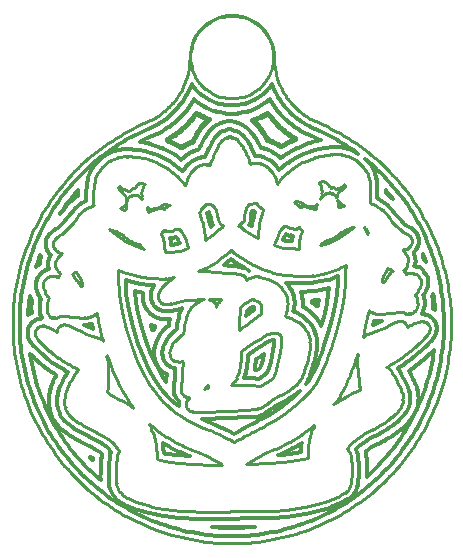
<source format=gto>
%MOIN*%
%OFA0B0*%
%FSLAX46Y46*%
%IPPOS*%
%LPD*%
%ADD10C,0.00984251968503937*%
%ADD11C,0.011811023622047244*%
%ADD12C,0.013779527559055118*%
%ADD13C,0.015748031496062992*%
%LPD*%
D10*
X0000758500Y0000019600D02*
X0000774499Y0000020000D01*
X0000790600Y0000020699D01*
X0000806600Y0000021700D01*
X0000822600Y0000023100D01*
X0000838600Y0000024900D01*
X0000854600Y0000027000D01*
X0000870400Y0000029500D01*
X0000886200Y0000032300D01*
X0000902000Y0000035400D01*
X0000917700Y0000038900D01*
X0000933300Y0000042800D01*
X0000948800Y0000047000D01*
X0000964200Y0000051500D01*
X0000979500Y0000056400D01*
X0000994700Y0000061600D01*
X0001009800Y0000067100D01*
X0001024799Y0000073000D01*
X0001039600Y0000079200D01*
X0001054300Y0000085700D01*
X0001068800Y0000092500D01*
X0001083200Y0000099700D01*
X0001097400Y0000107200D01*
X0001111500Y0000114900D01*
X0001125400Y0000123000D01*
X0001139100Y0000131400D01*
X0001152600Y0000140100D01*
X0001165900Y0000149100D01*
X0001179000Y0000158400D01*
X0001191900Y0000168000D01*
X0001204600Y0000177800D01*
X0001217100Y0000187900D01*
X0001229400Y0000198300D01*
X0001241400Y0000209000D01*
X0001253200Y0000219900D01*
X0001264700Y0000231100D01*
X0001275999Y0000242500D01*
X0001287000Y0000254199D01*
X0001297800Y0000266100D01*
X0001308300Y0000278200D01*
X0001318599Y0000290600D01*
X0001328500Y0000303200D01*
X0001338200Y0000316099D01*
X0001347600Y0000329100D01*
X0001356800Y0000342300D01*
X0001365600Y0000355700D01*
X0001374100Y0000369300D01*
X0001382400Y0000383200D01*
X0001390300Y0000397100D01*
X0001397900Y0000411300D01*
X0001405200Y0000425600D01*
X0001412200Y0000440100D01*
X0001418800Y0000454700D01*
X0001425200Y0000469400D01*
X0001431200Y0000484400D01*
X0001436900Y0000499400D01*
X0001442200Y0000514499D01*
X0001447200Y0000529800D01*
X0001451900Y0000545200D01*
X0001456300Y0000560600D01*
X0001460300Y0000576200D01*
X0001463900Y0000591800D01*
X0001467200Y0000607600D01*
X0001470199Y0000623400D01*
X0001472800Y0000639200D01*
X0001475100Y0000655100D01*
X0001477000Y0000671099D01*
X0001478600Y0000687100D01*
X0001479800Y0000703100D01*
X0001480700Y0000719100D01*
X0001481200Y0000735199D01*
X0001481300Y0000751300D01*
X0001481100Y0000767300D01*
X0001480600Y0000783400D01*
X0001479700Y0000799400D01*
X0001478400Y0000815400D01*
X0001476799Y0000831400D01*
X0001474900Y0000847400D01*
X0001472600Y0000863300D01*
X0001469900Y0000879100D01*
X0001466900Y0000894900D01*
X0001463599Y0000910600D01*
X0001459900Y0000926300D01*
X0001455800Y0000941800D01*
X0001451500Y0000957300D01*
X0001446800Y0000972600D01*
X0001441700Y0000987900D01*
X0001436300Y0001002999D01*
X0001430600Y0001018000D01*
X0001424500Y0001032899D01*
X0001418200Y0001047700D01*
X0001411500Y0001062300D01*
X0001404500Y0001076700D01*
X0001397100Y0001091000D01*
X0001389500Y0001105200D01*
X0001381500Y0001119100D01*
X0001373300Y0001132900D01*
X0001364700Y0001146500D01*
X0001355900Y0001159900D01*
X0001346700Y0001173100D01*
X0001337300Y0001186100D01*
X0001327600Y0001198900D01*
X0001317599Y0001211500D01*
X0001307300Y0001223900D01*
X0001296800Y0001236000D01*
X0001285900Y0001247900D01*
X0001274900Y0001259500D01*
X0001263599Y0001270900D01*
X0001252000Y0001282100D01*
X0001240200Y0001293000D01*
X0001228100Y0001303600D01*
X0001215900Y0001314000D01*
X0001203400Y0001324100D01*
X0001190600Y0001333900D01*
X0001177700Y0001343399D01*
X0001164600Y0001352700D01*
X0001151200Y0001361700D01*
X0001137700Y0001370300D01*
X0001124000Y0001378700D01*
X0001110100Y0001386700D01*
X0001096000Y0001394500D01*
X0001081800Y0001401900D01*
X0001067400Y0001409100D01*
X0001052800Y0001415900D01*
X0001037900Y0001422400D01*
X0001037900Y0001422500D01*
X0001037800Y0001422500D01*
X0001022200Y0001429400D01*
X0001020799Y0001430100D01*
X0001005800Y0001438300D01*
X0001004500Y0001439100D01*
X0000990200Y0001448500D01*
X0000988900Y0001449400D01*
X0000975400Y0001459800D01*
X0000974200Y0001460800D01*
X0000961500Y0001472300D01*
X0000960400Y0001473400D01*
X0000948700Y0001485900D01*
X0000947700Y0001487100D01*
X0000937000Y0001500399D01*
X0000936100Y0001501700D01*
X0000926500Y0001515800D01*
X0000925700Y0001517100D01*
X0000917300Y0001532000D01*
X0000916600Y0001533400D01*
X0000909300Y0001548900D01*
X0000908700Y0001550300D01*
X0000902800Y0001566300D01*
X0000902300Y0001567800D01*
X0000897600Y0001584300D01*
X0000897200Y0001585800D01*
X0000893900Y0001602500D01*
X0000893600Y0001604100D01*
X0000891600Y0001621000D01*
X0000891500Y0001622600D01*
X0000890800Y0001639600D01*
X0000890000Y0001655100D01*
X0000887700Y0001669600D01*
X0000883900Y0001683800D01*
X0000878600Y0001697499D01*
X0000871900Y0001710600D01*
X0000863900Y0001722900D01*
X0000854700Y0001734300D01*
X0000844300Y0001744700D01*
X0000832900Y0001753900D01*
X0000820600Y0001761900D01*
X0000807500Y0001768600D01*
X0000793800Y0001773900D01*
X0000779600Y0001777700D01*
X0000765100Y0001780000D01*
X0000750399Y0001780700D01*
X0000735800Y0001780000D01*
X0000721300Y0001777700D01*
X0000707100Y0001773900D01*
X0000693400Y0001768600D01*
X0000680299Y0001761900D01*
X0000667999Y0001753900D01*
X0000656600Y0001744700D01*
X0000646200Y0001734300D01*
X0000637000Y0001722900D01*
X0000629000Y0001710600D01*
X0000622300Y0001697499D01*
X0000617000Y0001683800D01*
X0000613200Y0001669600D01*
X0000610900Y0001655100D01*
X0000610100Y0001639500D01*
X0000609400Y0001622600D01*
X0000609300Y0001621000D01*
X0000607300Y0001604100D01*
X0000607000Y0001602500D01*
X0000603700Y0001585800D01*
X0000603300Y0001584300D01*
X0000598600Y0001567800D01*
X0000598100Y0001566300D01*
X0000592200Y0001550300D01*
X0000591600Y0001548900D01*
X0000584300Y0001533400D01*
X0000583600Y0001532000D01*
X0000575200Y0001517100D01*
X0000574400Y0001515800D01*
X0000564800Y0001501700D01*
X0000563900Y0001500399D01*
X0000553200Y0001487100D01*
X0000552200Y0001485900D01*
X0000540500Y0001473400D01*
X0000539400Y0001472300D01*
X0000526700Y0001460800D01*
X0000525500Y0001459800D01*
X0000512000Y0001449400D01*
X0000510700Y0001448500D01*
X0000496400Y0001439100D01*
X0000495100Y0001438300D01*
X0000480100Y0001430100D01*
X0000478700Y0001429400D01*
X0000463100Y0001422500D01*
X0000463000Y0001422400D01*
X0000448100Y0001415900D01*
X0000433500Y0001409100D01*
X0000419099Y0001401900D01*
X0000404900Y0001394500D01*
X0000390800Y0001386700D01*
X0000376900Y0001378700D01*
X0000363200Y0001370300D01*
X0000349700Y0001361700D01*
X0000336300Y0001352700D01*
X0000323200Y0001343399D01*
X0000310300Y0001333900D01*
X0000297500Y0001324100D01*
X0000285000Y0001314000D01*
X0000272800Y0001303600D01*
X0000260700Y0001293000D01*
X0000248900Y0001282100D01*
X0000237300Y0001270900D01*
X0000226000Y0001259500D01*
X0000215000Y0001247900D01*
X0000204100Y0001236000D01*
X0000193599Y0001223900D01*
X0000183300Y0001211500D01*
X0000173300Y0001198900D01*
X0000163600Y0001186100D01*
X0000154200Y0001173100D01*
X0000145000Y0001159900D01*
X0000136200Y0001146500D01*
X0000127599Y0001132900D01*
X0000119400Y0001119100D01*
X0000111400Y0001105200D01*
X0000103800Y0001091000D01*
X0000096400Y0001076700D01*
X0000089400Y0001062300D01*
X0000082700Y0001047700D01*
X0000076400Y0001032899D01*
X0000070300Y0001018000D01*
X0000064600Y0001002999D01*
X0000059200Y0000987900D01*
X0000054200Y0000972600D01*
X0000049400Y0000957300D01*
X0000045100Y0000941800D01*
X0000040999Y0000926200D01*
X0000037300Y0000910600D01*
X0000034000Y0000894900D01*
X0000031000Y0000879100D01*
X0000028300Y0000863300D01*
X0000026000Y0000847400D01*
X0000024100Y0000831400D01*
X0000022499Y0000815400D01*
X0000021200Y0000799400D01*
X0000020300Y0000783400D01*
X0000019800Y0000767300D01*
X0000019600Y0000751300D01*
X0000019700Y0000735199D01*
X0000020200Y0000719100D01*
X0000021100Y0000703100D01*
X0000022299Y0000687100D01*
X0000023900Y0000671099D01*
X0000025800Y0000655100D01*
X0000028100Y0000639200D01*
X0000030700Y0000623400D01*
X0000033700Y0000607600D01*
X0000037000Y0000591800D01*
X0000040600Y0000576200D01*
X0000044599Y0000560600D01*
X0000049000Y0000545200D01*
X0000053700Y0000529800D01*
X0000058700Y0000514499D01*
X0000064000Y0000499400D01*
X0000069700Y0000484400D01*
X0000075700Y0000469500D01*
X0000082100Y0000454700D01*
X0000088700Y0000440100D01*
X0000095699Y0000425600D01*
X0000103000Y0000411300D01*
X0000110600Y0000397100D01*
X0000118600Y0000383200D01*
X0000126800Y0000369300D01*
X0000135300Y0000355700D01*
X0000144100Y0000342300D01*
X0000153300Y0000329100D01*
X0000162700Y0000315999D01*
X0000172299Y0000303200D01*
X0000182299Y0000290600D01*
X0000192600Y0000278300D01*
X0000203100Y0000266100D01*
X0000213900Y0000254199D01*
X0000224900Y0000242500D01*
X0000236200Y0000231100D01*
X0000247700Y0000219900D01*
X0000259500Y0000209000D01*
X0000271500Y0000198300D01*
X0000283800Y0000187900D01*
X0000296300Y0000177800D01*
X0000309000Y0000167899D01*
X0000321899Y0000158400D01*
X0000335000Y0000149100D01*
X0000348300Y0000140100D01*
X0000361800Y0000131400D01*
X0000375500Y0000123000D01*
X0000389400Y0000114900D01*
X0000403500Y0000107200D01*
X0000417700Y0000099700D01*
X0000432100Y0000092500D01*
X0000446600Y0000085700D01*
X0000461300Y0000079200D01*
X0000476100Y0000073000D01*
X0000491100Y0000067100D01*
X0000506200Y0000061600D01*
X0000521400Y0000056400D01*
X0000536700Y0000051500D01*
X0000552100Y0000047000D01*
X0000567600Y0000042800D01*
X0000583200Y0000038900D01*
X0000598900Y0000035400D01*
X0000614700Y0000032300D01*
X0000630500Y0000029500D01*
X0000646400Y0000027000D01*
X0000662299Y0000024900D01*
X0000678200Y0000023100D01*
X0000694300Y0000021700D01*
X0000710300Y0000020699D01*
X0000726400Y0000020000D01*
X0000742400Y0000019600D01*
X0000758500Y0000019600D01*
X0000738800Y0001502700D02*
X0000736900Y0001502700D01*
X0000734999Y0001503000D01*
X0000719799Y0001506100D01*
X0000719799Y0001506100D01*
X0000712200Y0001507600D01*
X0000710300Y0001508000D01*
X0000708500Y0001508700D01*
X0000687000Y0001517600D01*
X0000685200Y0001518399D01*
X0000683599Y0001519400D01*
X0000664200Y0001532300D01*
X0000662700Y0001533500D01*
X0000661200Y0001534800D01*
X0000644800Y0001551200D01*
X0000643500Y0001552700D01*
X0000642300Y0001554200D01*
X0000629400Y0001573600D01*
X0000628400Y0001575200D01*
X0000627600Y0001577000D01*
X0000618700Y0001598500D01*
X0000618000Y0001600299D01*
X0000617600Y0001602200D01*
X0000613000Y0001625000D01*
X0000612700Y0001626900D01*
X0000612700Y0001628800D01*
X0000612700Y0001652100D01*
X0000612700Y0001654000D01*
X0000613000Y0001655900D01*
X0000617600Y0001678699D01*
X0000618000Y0001680600D01*
X0000618700Y0001682400D01*
X0000627600Y0001703900D01*
X0000628400Y0001705700D01*
X0000629400Y0001707300D01*
X0000642300Y0001726700D01*
X0000643500Y0001728200D01*
X0000644800Y0001729700D01*
X0000661200Y0001746099D01*
X0000662700Y0001747400D01*
X0000664200Y0001748600D01*
X0000683599Y0001761500D01*
X0000685200Y0001762500D01*
X0000687000Y0001763299D01*
X0000708500Y0001772200D01*
X0000710300Y0001772900D01*
X0000712200Y0001773300D01*
X0000719799Y0001774800D01*
X0000734999Y0001777900D01*
X0000736900Y0001778100D01*
X0000738800Y0001778200D01*
X0000762100Y0001778200D01*
X0000764000Y0001778100D01*
X0000765900Y0001777900D01*
X0000781100Y0001774800D01*
X0000788700Y0001773300D01*
X0000790600Y0001772900D01*
X0000792400Y0001772200D01*
X0000813899Y0001763299D01*
X0000815700Y0001762500D01*
X0000817300Y0001761500D01*
X0000836700Y0001748600D01*
X0000838199Y0001747400D01*
X0000839700Y0001746099D01*
X0000856100Y0001729700D01*
X0000857400Y0001728200D01*
X0000858600Y0001726700D01*
X0000871500Y0001707300D01*
X0000872500Y0001705700D01*
X0000873300Y0001703900D01*
X0000882200Y0001682400D01*
X0000882900Y0001680600D01*
X0000883300Y0001678699D01*
X0000887900Y0001655900D01*
X0000888100Y0001654000D01*
X0000888200Y0001652100D01*
X0000888200Y0001628800D01*
X0000888100Y0001626900D01*
X0000887900Y0001625000D01*
X0000883300Y0001602200D01*
X0000882900Y0001600299D01*
X0000882200Y0001598500D01*
X0000873300Y0001577000D01*
X0000872500Y0001575200D01*
X0000871500Y0001573600D01*
X0000858600Y0001554200D01*
X0000857400Y0001552700D01*
X0000856100Y0001551200D01*
X0000839700Y0001534800D01*
X0000838199Y0001533500D01*
X0000836700Y0001532300D01*
X0000817300Y0001519400D01*
X0000815700Y0001518399D01*
X0000813899Y0001517600D01*
X0000792400Y0001508700D01*
X0000790600Y0001508000D01*
X0000788700Y0001507600D01*
X0000781100Y0001506100D01*
X0000781100Y0001506100D01*
X0000765900Y0001503000D01*
X0000764000Y0001502700D01*
X0000762100Y0001502700D01*
X0000738800Y0001502700D01*
X0000698000Y0000125000D02*
X0000698000Y0000125099D01*
X0000697900Y0000125000D01*
X0000668199Y0000125000D01*
X0000668099Y0000125000D01*
X0000640899Y0000125200D01*
X0000640699Y0000125200D01*
X0000616900Y0000125500D01*
X0000616700Y0000125500D01*
X0000597300Y0000125900D01*
X0000596900Y0000125900D01*
X0000582800Y0000126599D01*
X0000582100Y0000126599D01*
X0000577200Y0000127000D01*
X0000576300Y0000127099D01*
X0000527900Y0000133300D01*
X0000527400Y0000133400D01*
X0000526200Y0000133600D01*
X0000525500Y0000133700D01*
X0000482800Y0000142000D01*
X0000481200Y0000142400D01*
X0000444400Y0000152700D01*
X0000442400Y0000153400D01*
X0000425500Y0000160100D01*
X0000425500Y0000160100D01*
X0000411600Y0000165599D01*
X0000410100Y0000166299D01*
X0000402900Y0000169900D01*
X0000402800Y0000170000D01*
X0000401700Y0000170500D01*
X0000400600Y0000171100D01*
X0000390700Y0000176999D01*
X0000389100Y0000178100D01*
X0000387600Y0000179299D01*
X0000380500Y0000185700D01*
X0000379900Y0000190000D01*
X0000375800Y0000191200D01*
X0000371100Y0000199200D01*
X0000371800Y0000203300D01*
X0000368300Y0000205500D01*
X0000365700Y0000216200D01*
X0000367100Y0000218800D01*
X0000364900Y0000220900D01*
X0000364000Y0000235400D01*
X0000363900Y0000237100D01*
X0000364399Y0000256500D01*
X0000364399Y0000257100D01*
X0000365000Y0000269700D01*
X0000365100Y0000269900D01*
X0000366099Y0000285600D01*
X0000366099Y0000285900D01*
X0000367100Y0000299100D01*
X0000367200Y0000299500D01*
X0000368100Y0000308800D01*
X0000368300Y0000309900D01*
X0000368400Y0000311100D01*
X0000368500Y0000311600D01*
X0000369300Y0000315600D01*
X0000370000Y0000318400D01*
X0000371100Y0000321000D01*
X0000371600Y0000322099D01*
X0000373300Y0000324700D01*
X0000373599Y0000325199D01*
X0000373000Y0000327600D01*
X0000372900Y0000328800D01*
X0000372600Y0000331900D01*
X0000372700Y0000332400D01*
X0000368600Y0000335900D01*
X0000367100Y0000336200D01*
X0000365100Y0000338699D01*
X0000364100Y0000340199D01*
X0000360200Y0000346499D01*
X0000359899Y0000346800D01*
X0000359899Y0000347000D01*
X0000355600Y0000352800D01*
X0000349600Y0000358399D01*
X0000338599Y0000366300D01*
X0000322400Y0000376000D01*
X0000300500Y0000388000D01*
X0000298500Y0000389100D01*
X0000298400Y0000389100D01*
X0000272000Y0000403200D01*
X0000271700Y0000403400D01*
X0000250600Y0000415000D01*
X0000250000Y0000415400D01*
X0000233700Y0000425300D01*
X0000232600Y0000426100D01*
X0000220500Y0000434600D01*
X0000218600Y0000436200D01*
X0000210100Y0000444000D01*
X0000209600Y0000444600D01*
X0000208700Y0000445400D01*
X0000206600Y0000447900D01*
X0000201199Y0000455500D01*
X0000201600Y0000459200D01*
X0000198199Y0000461000D01*
X0000195100Y0000468900D01*
X0000196500Y0000472100D01*
X0000193800Y0000474400D01*
X0000192500Y0000483200D01*
X0000192300Y0000485700D01*
X0000192200Y0000493800D01*
X0000192200Y0000495400D01*
X0000192899Y0000506700D01*
X0000193100Y0000508600D01*
X0000193300Y0000509800D01*
X0000193500Y0000510900D01*
X0000195700Y0000521200D01*
X0000196600Y0000524100D01*
X0000201100Y0000535600D01*
X0000201700Y0000537100D01*
X0000208600Y0000551300D01*
X0000208800Y0000551600D01*
X0000209300Y0000552700D01*
X0000209500Y0000553100D01*
X0000216800Y0000566600D01*
X0000217100Y0000567200D01*
X0000224400Y0000579700D01*
X0000224900Y0000580500D01*
X0000230900Y0000589700D01*
X0000231700Y0000590800D01*
X0000233400Y0000593000D01*
X0000233800Y0000593600D01*
X0000238000Y0000598600D01*
X0000237800Y0000598700D01*
X0000236700Y0000599300D01*
X0000236500Y0000599400D01*
X0000222900Y0000606500D01*
X0000222400Y0000606700D01*
X0000206200Y0000615800D01*
X0000205700Y0000616100D01*
X0000188700Y0000626200D01*
X0000188200Y0000626500D01*
X0000173300Y0000636100D01*
X0000172700Y0000636500D01*
X0000167500Y0000640100D01*
X0000166700Y0000640699D01*
X0000155800Y0000649000D01*
X0000155100Y0000649600D01*
X0000143000Y0000659800D01*
X0000142500Y0000660200D01*
X0000130300Y0000671299D01*
X0000129899Y0000671699D01*
X0000118600Y0000682500D01*
X0000118300Y0000682800D01*
X0000117400Y0000683699D01*
X0000117200Y0000683899D01*
X0000107900Y0000693500D01*
X0000107000Y0000694500D01*
X0000100900Y0000701899D01*
X0000099600Y0000703600D01*
X0000098500Y0000705400D01*
X0000096500Y0000709300D01*
X0000096400Y0000709500D01*
X0000095800Y0000710599D01*
X0000094700Y0000713400D01*
X0000093900Y0000716400D01*
X0000093700Y0000717600D01*
X0000093500Y0000720700D01*
X0000093700Y0000723800D01*
X0000093900Y0000725000D01*
X0000094700Y0000728000D01*
X0000095800Y0000730900D01*
X0000096400Y0000731999D01*
X0000098000Y0000734600D01*
X0000100000Y0000737000D01*
X0000100900Y0000737800D01*
X0000103200Y0000739800D01*
X0000105900Y0000741399D01*
X0000107000Y0000742000D01*
X0000108100Y0000742500D01*
X0000110800Y0000743700D01*
X0000113100Y0000744500D01*
X0000115500Y0000745100D01*
X0000116700Y0000745300D01*
X0000119800Y0000745500D01*
X0000122900Y0000745300D01*
X0000124100Y0000745100D01*
X0000127200Y0000744299D01*
X0000135200Y0000741600D01*
X0000137600Y0000740600D01*
X0000150700Y0000734200D01*
X0000151000Y0000734100D01*
X0000152100Y0000733500D01*
X0000152800Y0000733200D01*
X0000167200Y0000725100D01*
X0000167500Y0000727700D01*
X0000167700Y0000728600D01*
X0000167899Y0000729800D01*
X0000168599Y0000732800D01*
X0000169700Y0000735600D01*
X0000170300Y0000736700D01*
X0000171900Y0000739400D01*
X0000173899Y0000741700D01*
X0000174800Y0000742600D01*
X0000177200Y0000744600D01*
X0000179800Y0000746200D01*
X0000180900Y0000746800D01*
X0000183799Y0000748000D01*
X0000186799Y0000748700D01*
X0000188000Y0000748900D01*
X0000191000Y0000749100D01*
X0000194100Y0000748900D01*
X0000195300Y0000748700D01*
X0000196100Y0000748500D01*
X0000199600Y0000747900D01*
X0000201400Y0000747399D01*
X0000203300Y0000746700D01*
X0000211300Y0000743400D01*
X0000212200Y0000743000D01*
X0000223300Y0000737700D01*
X0000223800Y0000737500D01*
X0000224900Y0000736900D01*
X0000224900Y0000736900D01*
X0000230900Y0000733800D01*
X0000247200Y0000725999D01*
X0000265900Y0000718000D01*
X0000283400Y0000711500D01*
X0000285800Y0000710699D01*
X0000286400Y0000710499D01*
X0000304700Y0000703800D01*
X0000306900Y0000702900D01*
X0000308000Y0000702300D01*
X0000308400Y0000702099D01*
X0000320499Y0000695599D01*
X0000321400Y0000695000D01*
X0000319700Y0000701000D01*
X0000319400Y0000701999D01*
X0000306000Y0000760500D01*
X0000305800Y0000761200D01*
X0000300600Y0000788700D01*
X0000296000Y0000784300D01*
X0000294600Y0000783200D01*
X0000293200Y0000782100D01*
X0000290000Y0000780000D01*
X0000288100Y0000780300D01*
X0000287600Y0000780100D01*
X0000286700Y0000778200D01*
X0000281500Y0000775700D01*
X0000278400Y0000774499D01*
X0000272800Y0000772900D01*
X0000270100Y0000774200D01*
X0000268100Y0000772000D01*
X0000261000Y0000771299D01*
X0000259799Y0000772200D01*
X0000258600Y0000771200D01*
X0000249000Y0000771399D01*
X0000247800Y0000771499D01*
X0000234500Y0000772600D01*
X0000233900Y0000772700D01*
X0000215800Y0000774800D01*
X0000215600Y0000774800D01*
X0000201800Y0000776500D01*
X0000188500Y0000777599D01*
X0000181700Y0000776900D01*
X0000178600Y0000776000D01*
X0000171500Y0000773200D01*
X0000170600Y0000772900D01*
X0000166100Y0000771399D01*
X0000163000Y0000770600D01*
X0000162000Y0000770500D01*
X0000162000Y0000770500D01*
X0000161400Y0000770400D01*
X0000156200Y0000774200D01*
X0000155600Y0000770400D01*
X0000154400Y0000770600D01*
X0000151400Y0000771399D01*
X0000148500Y0000772500D01*
X0000147400Y0000773100D01*
X0000144800Y0000774700D01*
X0000142400Y0000776700D01*
X0000141600Y0000777599D01*
X0000139600Y0000779900D01*
X0000137900Y0000782600D01*
X0000137400Y0000783699D01*
X0000136200Y0000786499D01*
X0000136000Y0000787300D01*
X0000135600Y0000787600D01*
X0000134800Y0000790600D01*
X0000134400Y0000792500D01*
X0000134200Y0000793700D01*
X0000134000Y0000795600D01*
X0000133600Y0000803000D01*
X0000133500Y0000804000D01*
X0000133500Y0000807500D01*
X0000133700Y0000810700D01*
X0000135700Y0000823900D01*
X0000135700Y0000824000D01*
X0000135900Y0000825200D01*
X0000136600Y0000828200D01*
X0000137800Y0000831100D01*
X0000138400Y0000832200D01*
X0000139200Y0000833600D01*
X0000140900Y0000836300D01*
X0000136400Y0000841900D01*
X0000136400Y0000841900D01*
X0000136300Y0000842100D01*
X0000134800Y0000844200D01*
X0000128599Y0000855000D01*
X0000128000Y0000856000D01*
X0000127500Y0000857100D01*
X0000126599Y0000859100D01*
X0000123000Y0000868600D01*
X0000122400Y0000870400D01*
X0000122000Y0000872400D01*
X0000121800Y0000873600D01*
X0000121600Y0000876300D01*
X0000121500Y0000882100D01*
X0000121500Y0000883800D01*
X0000121700Y0000885500D01*
X0000121900Y0000886700D01*
X0000122600Y0000889700D01*
X0000123800Y0000892600D01*
X0000124400Y0000893700D01*
X0000126000Y0000896300D01*
X0000128000Y0000898700D01*
X0000128899Y0000899500D01*
X0000129000Y0000899700D01*
X0000133700Y0000904200D01*
X0000133700Y0000904200D01*
X0000135200Y0000905500D01*
X0000135200Y0000905500D01*
X0000136800Y0000906700D01*
X0000138500Y0000907700D01*
X0000139600Y0000908300D01*
X0000142500Y0000909400D01*
X0000145500Y0000910200D01*
X0000146700Y0000910300D01*
X0000150000Y0000910600D01*
X0000157800Y0000910500D01*
X0000160600Y0000910200D01*
X0000161799Y0000910000D01*
X0000164500Y0000909400D01*
X0000166999Y0000908500D01*
X0000171200Y0000906600D01*
X0000173500Y0000912000D01*
X0000174100Y0000913200D01*
X0000174599Y0000914300D01*
X0000176199Y0000916900D01*
X0000178200Y0000919300D01*
X0000178900Y0000919900D01*
X0000176899Y0000921100D01*
X0000174699Y0000922600D01*
X0000172600Y0000924300D01*
X0000171800Y0000925200D01*
X0000170199Y0000926900D01*
X0000168900Y0000928900D01*
X0000166800Y0000932300D01*
X0000166000Y0000933600D01*
X0000165499Y0000934700D01*
X0000164699Y0000936500D01*
X0000164099Y0000938300D01*
X0000162599Y0000943600D01*
X0000162100Y0000945900D01*
X0000161900Y0000947100D01*
X0000161699Y0000950200D01*
X0000161900Y0000953200D01*
X0000162100Y0000954400D01*
X0000162800Y0000957500D01*
X0000164500Y0000962500D01*
X0000165599Y0000965300D01*
X0000166200Y0000966400D01*
X0000167300Y0000968300D01*
X0000168699Y0000970100D01*
X0000174300Y0000976900D01*
X0000175399Y0000978000D01*
X0000177200Y0000979900D01*
X0000182900Y0000987100D01*
X0000175900Y0000988600D01*
X0000173500Y0000989300D01*
X0000171100Y0000990300D01*
X0000170000Y0000990900D01*
X0000167400Y0000992500D01*
X0000165100Y0000994500D01*
X0000164200Y0000995400D01*
X0000163700Y0000995900D01*
X0000159700Y0001000200D01*
X0000157999Y0001002300D01*
X0000156500Y0001004699D01*
X0000156000Y0001005800D01*
X0000154800Y0001008599D01*
X0000154100Y0001011700D01*
X0000153900Y0001012899D01*
X0000153800Y0001013600D01*
X0000153600Y0001014799D01*
X0000153500Y0001017500D01*
X0000153700Y0001020300D01*
X0000153900Y0001021500D01*
X0000154600Y0001024500D01*
X0000155800Y0001027300D01*
X0000156400Y0001028400D01*
X0000157300Y0001030100D01*
X0000158400Y0001031700D01*
X0000161099Y0001035099D01*
X0000163000Y0001035400D01*
X0000165700Y0001036800D01*
X0000166500Y0001040100D01*
X0000173099Y0001044600D01*
X0000174699Y0001045600D01*
X0000175399Y0001045900D01*
X0000184400Y0001051900D01*
X0000196000Y0001061800D01*
X0000208300Y0001073700D01*
X0000220300Y0001086900D01*
X0000230300Y0001099600D01*
X0000231300Y0001101000D01*
X0000231800Y0001101700D01*
X0000242700Y0001116000D01*
X0000244500Y0001118000D01*
X0000245300Y0001118900D01*
X0000246100Y0001119600D01*
X0000257199Y0001129500D01*
X0000259000Y0001131000D01*
X0000261000Y0001132200D01*
X0000274500Y0001139400D01*
X0000274900Y0001139600D01*
X0000276000Y0001140200D01*
X0000278200Y0001141200D01*
X0000289900Y0001145400D01*
X0000289500Y0001150000D01*
X0000289500Y0001150800D01*
X0000289000Y0001164500D01*
X0000289000Y0001165000D01*
X0000288800Y0001180500D01*
X0000288800Y0001180800D01*
X0000288800Y0001187200D01*
X0000288900Y0001188000D01*
X0000289800Y0001208800D01*
X0000290000Y0001210900D01*
X0000290200Y0001212200D01*
X0000290300Y0001212400D01*
X0000293000Y0001228500D01*
X0000293500Y0001230500D01*
X0000294100Y0001232400D01*
X0000299400Y0001245800D01*
X0000300200Y0001247500D01*
X0000300700Y0001248600D01*
X0000301900Y0001250700D01*
X0000310400Y0001263300D01*
X0000311800Y0001265200D01*
X0000319500Y0001274100D01*
X0000320499Y0001275100D01*
X0000321300Y0001275999D01*
X0000322700Y0001277300D01*
X0000340700Y0001292100D01*
X0000342400Y0001293399D01*
X0000344300Y0001294399D01*
X0000345400Y0001295000D01*
X0000346499Y0001295500D01*
X0000368000Y0001304800D01*
X0000370400Y0001305599D01*
X0000372800Y0001306199D01*
X0000374000Y0001306399D01*
X0000374200Y0001306399D01*
X0000399200Y0001310100D01*
X0000401300Y0001308600D01*
X0000403400Y0001310300D01*
X0000432100Y0001308400D01*
X0000433900Y0001308200D01*
X0000435100Y0001308000D01*
X0000436000Y0001307900D01*
X0000457600Y0001303500D01*
X0000459900Y0001302800D01*
X0000497600Y0001290100D01*
X0000500200Y0001289000D01*
X0000501299Y0001288500D01*
X0000501700Y0001288300D01*
X0000535400Y0001270199D01*
X0000538200Y0001268400D01*
X0000567900Y0001245200D01*
X0000569700Y0001243600D01*
X0000570600Y0001242700D01*
X0000571300Y0001242000D01*
X0000596000Y0001214500D01*
X0000596300Y0001216000D01*
X0000601500Y0001234600D01*
X0000602100Y0001236500D01*
X0000602900Y0001238300D01*
X0000603500Y0001239400D01*
X0000604200Y0001240600D01*
X0000613700Y0001256300D01*
X0000615000Y0001258300D01*
X0000616600Y0001260000D01*
X0000617500Y0001260900D01*
X0000618100Y0001261500D01*
X0000628200Y0001270700D01*
X0000630100Y0001272200D01*
X0000632199Y0001273500D01*
X0000642900Y0001279200D01*
X0000643200Y0001279300D01*
X0000644299Y0001279900D01*
X0000647199Y0001281100D01*
X0000650199Y0001281799D01*
X0000651400Y0001281999D01*
X0000652000Y0001282100D01*
X0000662399Y0001283400D01*
X0000666400Y0001280300D01*
X0000670999Y0001282700D01*
X0000677799Y0001281000D01*
X0000678100Y0001282399D01*
X0000678600Y0001283900D01*
X0000682800Y0001296700D01*
X0000683199Y0001297700D01*
X0000692799Y0001321700D01*
X0000693500Y0001323400D01*
X0000694100Y0001324500D01*
X0000694100Y0001324500D01*
X0000703900Y0001343700D01*
X0000705400Y0001346100D01*
X0000715000Y0001359600D01*
X0000717099Y0001362100D01*
X0000720099Y0001365100D01*
X0000720099Y0001365100D01*
X0000721000Y0001366000D01*
X0000722699Y0001367500D01*
X0000727300Y0001371100D01*
X0000730600Y0001370800D01*
X0000731500Y0001371500D01*
X0000734200Y0001373199D01*
X0000734600Y0001373399D01*
X0000735900Y0001370800D01*
X0000741500Y0001376000D01*
X0000745200Y0001376000D01*
X0000751100Y0001370700D01*
X0000752500Y0001373399D01*
X0000753000Y0001373100D01*
X0000755600Y0001371500D01*
X0000756299Y0001370900D01*
X0000759700Y0001371300D01*
X0000764800Y0001367300D01*
X0000766400Y0001366000D01*
X0000769900Y0001362700D01*
X0000770300Y0001362300D01*
X0000771200Y0001361399D01*
X0000772500Y0001360000D01*
X0000781900Y0001348500D01*
X0000783599Y0001346100D01*
X0000792799Y0001330700D01*
X0000793500Y0001329500D01*
X0000794100Y0001328400D01*
X0000794400Y0001327800D01*
X0000802300Y0001310800D01*
X0000803100Y0001308900D01*
X0000808700Y0001292400D01*
X0000809500Y0001289300D01*
X0000810300Y0001284600D01*
X0000817200Y0001286500D01*
X0000819200Y0001286900D01*
X0000820400Y0001287100D01*
X0000822700Y0001287300D01*
X0000824900Y0001287300D01*
X0000841700Y0001286100D01*
X0000843300Y0001285900D01*
X0000844500Y0001285700D01*
X0000847500Y0001285000D01*
X0000850300Y0001283800D01*
X0000864600Y0001276599D01*
X0000864700Y0001276599D01*
X0000865800Y0001275999D01*
X0000868400Y0001274400D01*
X0000870700Y0001272400D01*
X0000871600Y0001271500D01*
X0000872500Y0001270600D01*
X0000883800Y0001257600D01*
X0000885100Y0001255900D01*
X0000886200Y0001254200D01*
X0000888700Y0001249700D01*
X0000889000Y0001249100D01*
X0000889600Y0001248000D01*
X0000890000Y0001247200D01*
X0000896700Y0001232200D01*
X0000897800Y0001229200D01*
X0000900800Y0001217900D01*
X0000919300Y0001239800D01*
X0000920400Y0001241000D01*
X0000921300Y0001241800D01*
X0000922400Y0001242900D01*
X0000951200Y0001267500D01*
X0000953800Y0001269399D01*
X0000986100Y0001288900D01*
X0000987400Y0001289600D01*
X0000988500Y0001290200D01*
X0000990100Y0001290900D01*
X0001025700Y0001305000D01*
X0001028799Y0001305999D01*
X0001067200Y0001314300D01*
X0001068300Y0001314500D01*
X0001069500Y0001314700D01*
X0001070500Y0001314800D01*
X0001083700Y0001316200D01*
X0001084900Y0001315300D01*
X0001086000Y0001316400D01*
X0001110900Y0001316000D01*
X0001113700Y0001315800D01*
X0001114900Y0001315600D01*
X0001116800Y0001315200D01*
X0001138400Y0001309600D01*
X0001140500Y0001308900D01*
X0001142400Y0001308100D01*
X0001143500Y0001307500D01*
X0001144400Y0001306999D01*
X0001164000Y0001295600D01*
X0001166600Y0001293900D01*
X0001173400Y0001288300D01*
X0001174500Y0001287399D01*
X0001185400Y0001277100D01*
X0001185800Y0001276700D01*
X0001186700Y0001275799D01*
X0001188000Y0001274400D01*
X0001196000Y0001264700D01*
X0001197200Y0001263100D01*
X0001198200Y0001261300D01*
X0001203600Y0001250900D01*
X0001203700Y0001250800D01*
X0001204300Y0001249700D01*
X0001205100Y0001247800D01*
X0001205700Y0001245800D01*
X0001209100Y0001233400D01*
X0001209500Y0001231400D01*
X0001209700Y0001230200D01*
X0001209800Y0001229200D01*
X0001211600Y0001213400D01*
X0001211700Y0001211800D01*
X0001212200Y0001191100D01*
X0001212200Y0001190600D01*
X0001212200Y0001181500D01*
X0001212200Y0001181400D01*
X0001212100Y0001153100D01*
X0001226200Y0001148200D01*
X0001228600Y0001147100D01*
X0001229700Y0001146600D01*
X0001232200Y0001145100D01*
X0001249500Y0001132700D01*
X0001252000Y0001130600D01*
X0001252900Y0001129700D01*
X0001253500Y0001129100D01*
X0001269999Y0001111000D01*
X0001271300Y0001109500D01*
X0001273600Y0001106400D01*
X0001285200Y0001092000D01*
X0001297800Y0001078700D01*
X0001310900Y0001066800D01*
X0001322600Y0001058000D01*
X0001328400Y0001054600D01*
X0001328400Y0001054600D01*
X0001335600Y0001050500D01*
X0001337500Y0001049200D01*
X0001339400Y0001047700D01*
X0001342900Y0001044200D01*
X0001342999Y0001043800D01*
X0001343300Y0001043500D01*
X0001344200Y0001042700D01*
X0001346200Y0001040300D01*
X0001347800Y0001037700D01*
X0001348399Y0001036700D01*
X0001349500Y0001033800D01*
X0001349800Y0001032600D01*
X0001349900Y0001032600D01*
X0001350000Y0001032100D01*
X0001350300Y0001030700D01*
X0001350500Y0001029500D01*
X0001350700Y0001026400D01*
X0001350500Y0001023300D01*
X0001350300Y0001022100D01*
X0001349599Y0001019099D01*
X0001348399Y0001016300D01*
X0001347800Y0001015200D01*
X0001347000Y0001013700D01*
X0001346000Y0001012200D01*
X0001343100Y0001008400D01*
X0001341300Y0001006400D01*
X0001340500Y0001005500D01*
X0001338100Y0001003500D01*
X0001335500Y0001001900D01*
X0001334400Y0001001300D01*
X0001332100Y0001000300D01*
X0001325100Y0000997800D01*
X0001321500Y0000999300D01*
X0001320500Y0000998300D01*
X0001320700Y0000997900D01*
X0001325100Y0000991200D01*
X0001326000Y0000990100D01*
X0001327200Y0000988600D01*
X0001334400Y0000978400D01*
X0001335800Y0000976000D01*
X0001336300Y0000974900D01*
X0001337500Y0000972100D01*
X0001338200Y0000969100D01*
X0001338400Y0000967800D01*
X0001338600Y0000966500D01*
X0001339300Y0000958000D01*
X0001334800Y0000952300D01*
X0001334600Y0000950300D01*
X0001333600Y0000948600D01*
X0001334100Y0000941300D01*
X0001328400Y0000934500D01*
X0001328100Y0000934500D01*
X0001326800Y0000933000D01*
X0001326100Y0000932200D01*
X0001323700Y0000930200D01*
X0001323200Y0000929900D01*
X0001323100Y0000929800D01*
X0001322700Y0000929500D01*
X0001322600Y0000929500D01*
X0001322600Y0000929500D01*
X0001323600Y0000928700D01*
X0001324399Y0000927800D01*
X0001326400Y0000925400D01*
X0001328100Y0000922800D01*
X0001328600Y0000921700D01*
X0001329000Y0000920900D01*
X0001330799Y0000916900D01*
X0001336799Y0000919200D01*
X0001338700Y0000919800D01*
X0001340800Y0000920300D01*
X0001341999Y0000920500D01*
X0001344500Y0000920700D01*
X0001353300Y0000920900D01*
X0001358300Y0000916500D01*
X0001358600Y0000916400D01*
X0001365300Y0000917900D01*
X0001369400Y0000915800D01*
X0001371100Y0000910400D01*
X0001372100Y0000909800D01*
X0001374500Y0000907800D01*
X0001374500Y0000907800D01*
X0001374900Y0000908000D01*
X0001375100Y0000907500D01*
X0001375900Y0000905800D01*
X0001379599Y0000898400D01*
X0001381500Y0000896500D01*
X0001381800Y0000892000D01*
X0001381900Y0000889800D01*
X0001381600Y0000887600D01*
X0001381400Y0000886400D01*
X0001380600Y0000883100D01*
X0001377900Y0000875100D01*
X0001376200Y0000874200D01*
X0001376700Y0000872400D01*
X0001371900Y0000863000D01*
X0001369900Y0000862100D01*
X0001370300Y0000860000D01*
X0001364200Y0000850700D01*
X0001362800Y0000848800D01*
X0001361599Y0000847400D01*
X0001366100Y0000839700D01*
X0001366500Y0000838800D01*
X0001367100Y0000837700D01*
X0001368300Y0000834900D01*
X0001369000Y0000831900D01*
X0001369200Y0000830600D01*
X0001369400Y0000827900D01*
X0001369600Y0000815300D01*
X0001369600Y0000813600D01*
X0001369400Y0000811900D01*
X0001369200Y0000810700D01*
X0001368500Y0000807700D01*
X0001366900Y0000802600D01*
X0001365700Y0000799700D01*
X0001365100Y0000798600D01*
X0001364200Y0000797100D01*
X0001361900Y0000793400D01*
X0001358700Y0000792599D01*
X0001354900Y0000788800D01*
X0001354500Y0000788600D01*
X0001351700Y0000787400D01*
X0001350900Y0000787200D01*
X0001349700Y0000786499D01*
X0001348599Y0000785900D01*
X0001345700Y0000784700D01*
X0001342700Y0000784000D01*
X0001342399Y0000783900D01*
X0001341999Y0000786400D01*
X0001341600Y0000786499D01*
X0001335600Y0000783499D01*
X0001332000Y0000784500D01*
X0001330100Y0000785100D01*
X0001328300Y0000785900D01*
X0001327200Y0000786499D01*
X0001324700Y0000788000D01*
X0001322900Y0000789200D01*
X0001322200Y0000789300D01*
X0001315600Y0000789300D01*
X0001304500Y0000788800D01*
X0001288599Y0000787500D01*
X0001267000Y0000785600D01*
X0001258000Y0000784800D01*
X0001257800Y0000785000D01*
X0001257600Y0000784800D01*
X0001244900Y0000783900D01*
X0001243600Y0000785000D01*
X0001242400Y0000783900D01*
X0001233800Y0000784500D01*
X0001232000Y0000784700D01*
X0001230800Y0000784900D01*
X0001229100Y0000785200D01*
X0001227400Y0000785700D01*
X0001220500Y0000788100D01*
X0001218000Y0000789200D01*
X0001216900Y0000789699D01*
X0001215700Y0000790400D01*
X0001208000Y0000795000D01*
X0001207500Y0000795400D01*
X0001206000Y0000786900D01*
X0001205800Y0000785900D01*
X0001196100Y0000743500D01*
X0001195900Y0000742700D01*
X0001186500Y0000708500D01*
X0001200100Y0000715500D01*
X0001200100Y0000715500D01*
X0001201200Y0000716100D01*
X0001203600Y0000717099D01*
X0001222700Y0000723800D01*
X0001239400Y0000729800D01*
X0001257200Y0000737500D01*
X0001272000Y0000745000D01*
X0001272500Y0000745300D01*
X0001272700Y0000745400D01*
X0001284300Y0000751700D01*
X0001284800Y0000752000D01*
X0001285900Y0000752600D01*
X0001286200Y0000752700D01*
X0001295600Y0000757300D01*
X0001297400Y0000758000D01*
X0001303000Y0000760100D01*
X0001303600Y0000759800D01*
X0001304700Y0000760300D01*
X0001307700Y0000761000D01*
X0001308600Y0000761100D01*
X0001308900Y0000758800D01*
X0001312100Y0000761500D01*
X0001312999Y0000761400D01*
X0001314500Y0000759900D01*
X0001314700Y0000761100D01*
X0001315300Y0000761100D01*
X0001318300Y0000760300D01*
X0001321200Y0000759199D01*
X0001322300Y0000758600D01*
X0001324900Y0000757000D01*
X0001327200Y0000755000D01*
X0001328100Y0000754100D01*
X0001330100Y0000751800D01*
X0001331700Y0000749100D01*
X0001332300Y0000748000D01*
X0001333500Y0000745200D01*
X0001333600Y0000744700D01*
X0001334800Y0000743900D01*
X0001335500Y0000741299D01*
X0001345600Y0000746500D01*
X0001345700Y0000746500D01*
X0001346800Y0000747099D01*
X0001347700Y0000747500D01*
X0001359300Y0000752700D01*
X0001360599Y0000753199D01*
X0001370500Y0000756800D01*
X0001373199Y0000757500D01*
X0001379799Y0000758900D01*
X0001380700Y0000759100D01*
X0001381900Y0000759299D01*
X0001384999Y0000759499D01*
X0001388100Y0000759299D01*
X0001389300Y0000759100D01*
X0001391199Y0000758700D01*
X0001392700Y0000758300D01*
X0001394700Y0000757600D01*
X0001396700Y0000756800D01*
X0001397799Y0000756199D01*
X0001400400Y0000754600D01*
X0001402799Y0000752600D01*
X0001403599Y0000751700D01*
X0001405700Y0000749400D01*
X0001407300Y0000746700D01*
X0001407800Y0000745600D01*
X0001408999Y0000742800D01*
X0001409700Y0000739800D01*
X0001409900Y0000738600D01*
X0001410199Y0000735500D01*
X0001409900Y0000732400D01*
X0001409700Y0000731200D01*
X0001409199Y0000728799D01*
X0001408200Y0000725400D01*
X0001407600Y0000723600D01*
X0001406800Y0000721900D01*
X0001406300Y0000720800D01*
X0001405300Y0000719000D01*
X0001404100Y0000717400D01*
X0001398600Y0000710599D01*
X0001397399Y0000709300D01*
X0001388400Y0000700000D01*
X0001388200Y0000699800D01*
X0001387300Y0000698899D01*
X0001386900Y0000698499D01*
X0001375100Y0000687400D01*
X0001374700Y0000687000D01*
X0001360900Y0000674799D01*
X0001360599Y0000674499D01*
X0001345700Y0000661999D01*
X0001345400Y0000661600D01*
X0001330300Y0000649600D01*
X0001329799Y0000649200D01*
X0001315300Y0000638299D01*
X0001314700Y0000637799D01*
X0001303500Y0000630000D01*
X0001303000Y0000629700D01*
X0001288500Y0000620300D01*
X0001288399Y0000620200D01*
X0001275700Y0000612100D01*
X0001275399Y0000611900D01*
X0001265900Y0000606000D01*
X0001273400Y0000604700D01*
X0001279100Y0000597200D01*
X0001279900Y0000596100D01*
X0001285400Y0000587600D01*
X0001286000Y0000586600D01*
X0001293200Y0000574100D01*
X0001293500Y0000573600D01*
X0001301400Y0000559000D01*
X0001301500Y0000558600D01*
X0001302100Y0000557500D01*
X0001302100Y0000557400D01*
X0001309500Y0000542800D01*
X0001309800Y0000542300D01*
X0001315600Y0000529700D01*
X0001316100Y0000528600D01*
X0001318900Y0000521400D01*
X0001319600Y0000519400D01*
X0001320000Y0000517300D01*
X0001320200Y0000516100D01*
X0001320300Y0000515700D01*
X0001322000Y0000503100D01*
X0001318799Y0000498800D01*
X0001321300Y0000493900D01*
X0001317799Y0000481400D01*
X0001313900Y0000479000D01*
X0001314500Y0000474500D01*
X0001305400Y0000461100D01*
X0001303300Y0000458600D01*
X0001294100Y0000448900D01*
X0001292000Y0000448700D01*
X0001291800Y0000446700D01*
X0001283700Y0000439900D01*
X0001282800Y0000439100D01*
X0001271900Y0000430900D01*
X0001271300Y0000430500D01*
X0001258900Y0000421800D01*
X0001258400Y0000421500D01*
X0001246000Y0000413300D01*
X0001245400Y0000412900D01*
X0001234300Y0000406100D01*
X0001233200Y0000405500D01*
X0001224800Y0000401100D01*
X0001224600Y0000400899D01*
X0001223500Y0000400400D01*
X0001220600Y0000399200D01*
X0001216900Y0000398000D01*
X0001213300Y0000396800D01*
X0001206700Y0000393299D01*
X0001195400Y0000386500D01*
X0001182700Y0000378400D01*
X0001170100Y0000369700D01*
X0001159100Y0000361800D01*
X0001151500Y0000355600D01*
X0001149800Y0000353899D01*
X0001142800Y0000346100D01*
X0001142100Y0000345400D01*
X0001141200Y0000344500D01*
X0001139600Y0000343099D01*
X0001136700Y0000340700D01*
X0001136500Y0000338500D01*
X0001136300Y0000337199D01*
X0001136000Y0000335499D01*
X0001135600Y0000334199D01*
X0001135700Y0000334199D01*
X0001135900Y0000333999D01*
X0001137900Y0000331600D01*
X0001139500Y0000329000D01*
X0001140100Y0000327899D01*
X0001141200Y0000325099D01*
X0001143200Y0000324000D01*
X0001145900Y0000316200D01*
X0001146700Y0000312900D01*
X0001146900Y0000311700D01*
X0001146900Y0000311600D01*
X0001148800Y0000299200D01*
X0001149000Y0000297600D01*
X0001150100Y0000282200D01*
X0001150100Y0000281200D01*
X0001150400Y0000264300D01*
X0001150400Y0000263400D01*
X0001150000Y0000246600D01*
X0001149900Y0000245500D01*
X0001148700Y0000230300D01*
X0001147400Y0000229100D01*
X0001148300Y0000227500D01*
X0001146400Y0000215600D01*
X0001146000Y0000213700D01*
X0001145500Y0000211900D01*
X0001142800Y0000204700D01*
X0001142400Y0000204500D01*
X0001141300Y0000201800D01*
X0001140900Y0000201000D01*
X0001139300Y0000198400D01*
X0001138900Y0000198000D01*
X0001138900Y0000197800D01*
X0001138400Y0000197100D01*
X0001137100Y0000195800D01*
X0001136200Y0000194900D01*
X0001133800Y0000192800D01*
X0001126500Y0000187599D01*
X0001124500Y0000186300D01*
X0001112500Y0000179800D01*
X0001112000Y0000179500D01*
X0001110900Y0000179000D01*
X0001110300Y0000178700D01*
X0001095100Y0000171500D01*
X0001094300Y0000171200D01*
X0001077400Y0000164099D01*
X0001076700Y0000163800D01*
X0001059600Y0000157400D01*
X0001058800Y0000157100D01*
X0001047700Y0000153500D01*
X0001046400Y0000153100D01*
X0000993100Y0000139900D01*
X0000991400Y0000140800D01*
X0000990100Y0000139400D01*
X0000931900Y0000130300D01*
X0000931400Y0000130600D01*
X0000931100Y0000130200D01*
X0000931000Y0000130200D01*
X0000930700Y0000130399D01*
X0000930400Y0000130100D01*
X0000919000Y0000129200D01*
X0000918700Y0000129500D01*
X0000918400Y0000129200D01*
X0000901300Y0000128300D01*
X0000901100Y0000128399D01*
X0000901000Y0000128300D01*
X0000879100Y0000127500D01*
X0000879000Y0000127599D01*
X0000879000Y0000127500D01*
X0000853200Y0000126900D01*
X0000853200Y0000126900D01*
X0000853100Y0000126800D01*
X0000824400Y0000126300D01*
X0000824400Y0000126300D01*
X0000824300Y0000126300D01*
X0000793600Y0000125800D01*
X0000793500Y0000125800D01*
X0000793500Y0000125800D01*
X0000761600Y0000125400D01*
X0000761600Y0000125400D01*
X0000761500Y0000125400D01*
X0000729500Y0000125099D01*
X0000729400Y0000125200D01*
X0000729400Y0000125099D01*
X0000698000Y0000125000D01*
X0001100200Y0001172200D02*
X0001100000Y0001174600D01*
X0001100300Y0001177600D01*
X0001100500Y0001178800D01*
X0001101200Y0001181900D01*
X0001102400Y0001184700D01*
X0001102900Y0001185800D01*
X0001103800Y0001187300D01*
X0001104800Y0001188800D01*
X0001106600Y0001191200D01*
X0001108400Y0001193200D01*
X0001109300Y0001194100D01*
X0001111600Y0001196100D01*
X0001114200Y0001197700D01*
X0001115300Y0001198300D01*
X0001118200Y0001199400D01*
X0001118500Y0001199500D01*
X0001122700Y0001202900D01*
X0001124800Y0001204700D01*
X0001129500Y0001210300D01*
X0001125400Y0001215600D01*
X0001124400Y0001214100D01*
X0001122400Y0001211700D01*
X0001121500Y0001210900D01*
X0001121300Y0001210600D01*
X0001117400Y0001206900D01*
X0001113100Y0001206900D01*
X0001108400Y0001204600D01*
X0001108400Y0001204600D01*
X0001105300Y0001204300D01*
X0001105200Y0001204300D01*
X0001101000Y0001200600D01*
X0001095000Y0001200700D01*
X0001090000Y0001205500D01*
X0001089500Y0001205600D01*
X0001089000Y0001205800D01*
X0001082200Y0001204800D01*
X0001076900Y0001208300D01*
X0001076400Y0001210300D01*
X0001074900Y0001211200D01*
X0001072600Y0001213200D01*
X0001072400Y0001213500D01*
X0001070500Y0001216100D01*
X0001069500Y0001216400D01*
X0001068600Y0001218100D01*
X0001065400Y0001223100D01*
X0001062200Y0001225100D01*
X0001054000Y0001226700D01*
X0001042300Y0001225300D01*
X0001040800Y0001224900D01*
X0001041199Y0001224200D01*
X0001041800Y0001223100D01*
X0001042400Y0001221600D01*
X0001047500Y0001209200D01*
X0001048300Y0001207000D01*
X0001048800Y0001204800D01*
X0001049000Y0001203600D01*
X0001049100Y0001202700D01*
X0001050600Y0001189600D01*
X0001048000Y0001186300D01*
X0001050200Y0001182600D01*
X0001048400Y0001172900D01*
X0001050300Y0001175400D01*
X0001051900Y0001177100D01*
X0001052800Y0001178000D01*
X0001054800Y0001179700D01*
X0001060300Y0001184000D01*
X0001061800Y0001185000D01*
X0001063300Y0001185800D01*
X0001064400Y0001186400D01*
X0001067300Y0001187600D01*
X0001070300Y0001188300D01*
X0001071500Y0001188500D01*
X0001074500Y0001188700D01*
X0001077600Y0001188800D01*
X0001082300Y0001184400D01*
X0001082400Y0001184400D01*
X0001083600Y0001184200D01*
X0001084000Y0001184100D01*
X0001085000Y0001186200D01*
X0001085800Y0001185800D01*
X0001088400Y0001184200D01*
X0001090800Y0001182200D01*
X0001091600Y0001181400D01*
X0001093700Y0001179000D01*
X0001094400Y0001177900D01*
X0001097400Y0001174900D01*
X0001099600Y0001173800D01*
X0001100200Y0001172200D01*
X0000394700Y0001131300D02*
X0000394799Y0001131400D01*
X0000396100Y0001133000D01*
X0000396500Y0001134400D01*
X0000396900Y0001141300D01*
X0000396900Y0001141600D01*
X0000397500Y0001151300D01*
X0000397700Y0001153100D01*
X0000397899Y0001154400D01*
X0000398300Y0001156400D01*
X0000400000Y0001162400D01*
X0000400600Y0001164400D01*
X0000401400Y0001166200D01*
X0000402000Y0001167300D01*
X0000403600Y0001170000D01*
X0000405600Y0001172300D01*
X0000406500Y0001173200D01*
X0000407700Y0001174400D01*
X0000409000Y0001175400D01*
X0000410800Y0001176700D01*
X0000412700Y0001177800D01*
X0000413800Y0001178400D01*
X0000416600Y0001179600D01*
X0000419600Y0001180300D01*
X0000420900Y0001180500D01*
X0000423900Y0001180700D01*
X0000427000Y0001180500D01*
X0000428200Y0001180300D01*
X0000430800Y0001179700D01*
X0000433200Y0001178800D01*
X0000439700Y0001175900D01*
X0000440500Y0001175500D01*
X0000441600Y0001174900D01*
X0000444200Y0001173300D01*
X0000446600Y0001171300D01*
X0000447400Y0001170500D01*
X0000448100Y0001169800D01*
X0000450300Y0001167300D01*
X0000448900Y0001174300D01*
X0000451800Y0001179500D01*
X0000448900Y0001184700D01*
X0000452000Y0001199600D01*
X0000452400Y0001201400D01*
X0000453000Y0001203000D01*
X0000454700Y0001207100D01*
X0000455100Y0001208200D01*
X0000459500Y0001217400D01*
X0000459700Y0001217700D01*
X0000449200Y0001219600D01*
X0000440500Y0001218900D01*
X0000436700Y0001217200D01*
X0000432700Y0001212200D01*
X0000432100Y0001211200D01*
X0000426800Y0001204200D01*
X0000419500Y0001202800D01*
X0000417900Y0001201300D01*
X0000415600Y0001200500D01*
X0000410600Y0001194800D01*
X0000404800Y0001194000D01*
X0000398900Y0001198500D01*
X0000395900Y0001198700D01*
X0000393400Y0001200300D01*
X0000386000Y0001200300D01*
X0000380700Y0001205500D01*
X0000380600Y0001205500D01*
X0000379800Y0001206400D01*
X0000377800Y0001208700D01*
X0000376599Y0001210600D01*
X0000371999Y0001206400D01*
X0000371800Y0001206100D01*
X0000371300Y0001204600D01*
X0000375099Y0001199300D01*
X0000378300Y0001196100D01*
X0000386600Y0001187900D01*
X0000386900Y0001184800D01*
X0000389900Y0001184100D01*
X0000393600Y0001178700D01*
X0000394799Y0001176600D01*
X0000395400Y0001175500D01*
X0000396600Y0001172700D01*
X0000397300Y0001169700D01*
X0000397500Y0001168400D01*
X0000397600Y0001163200D01*
X0000397600Y0001163200D01*
X0000397600Y0001163200D01*
X0000397600Y0001163200D01*
X0000397600Y0001163200D01*
X0000397200Y0001159600D01*
X0000397100Y0001158700D01*
X0000396900Y0001157500D01*
X0000396200Y0001154500D01*
X0000395000Y0001151600D01*
X0000394400Y0001150500D01*
X0000393200Y0001148500D01*
X0000391799Y0001146700D01*
X0000391300Y0001146000D01*
X0000390200Y0001144900D01*
X0000389400Y0001144000D01*
X0000387000Y0001142000D01*
X0000384400Y0001140400D01*
X0000383300Y0001139800D01*
X0000383200Y0001139800D01*
X0000377700Y0001137100D01*
X0000379100Y0001135500D01*
X0000382900Y0001133300D01*
X0000390800Y0001131500D01*
X0000394700Y0001131300D01*
X0001043900Y0001167100D02*
X0001044300Y0001167700D01*
X0001045400Y0001169100D01*
X0001043800Y0001168000D01*
X0001043900Y0001167100D01*
X0001109600Y0001140900D02*
X0001118000Y0001142100D01*
X0001122900Y0001145000D01*
X0001123300Y0001145400D01*
X0001122300Y0001147400D01*
X0001118900Y0001146900D01*
X0001112900Y0001150900D01*
X0001112100Y0001154700D01*
X0001109800Y0001156900D01*
X0001106200Y0001157900D01*
X0001103700Y0001161900D01*
X0001102900Y0001163300D01*
X0001102700Y0001163700D01*
X0001102800Y0001163400D01*
X0001103800Y0001155000D01*
X0001103900Y0001153200D01*
X0001104000Y0001149200D01*
X0001105100Y0001141800D01*
X0001106500Y0001141200D01*
X0001109600Y0001140900D01*
X0001029600Y0001134700D02*
X0001030600Y0001137300D01*
X0001031400Y0001140200D01*
X0001031800Y0001141600D01*
X0001034800Y0001149900D01*
X0001032700Y0001148100D01*
X0001031400Y0001148100D01*
X0001031300Y0001148100D01*
X0001027400Y0001145200D01*
X0001027099Y0001144500D01*
X0001024300Y0001143100D01*
X0001023300Y0001143500D01*
X0001020500Y0001142600D01*
X0001020300Y0001142500D01*
X0001017300Y0001142300D01*
X0001014200Y0001142500D01*
X0001013800Y0001142600D01*
X0001011800Y0001141100D01*
X0001008100Y0001141600D01*
X0001007600Y0001141700D01*
X0001006400Y0001141900D01*
X0001003900Y0001142400D01*
X0001001500Y0001143300D01*
X0000995400Y0001146100D01*
X0000994500Y0001146500D01*
X0000993400Y0001147000D01*
X0000993000Y0001147300D01*
X0000983200Y0001152600D01*
X0000983000Y0001152700D01*
X0000977100Y0001155900D01*
X0000969100Y0001159200D01*
X0000964700Y0001159300D01*
X0000958900Y0001157400D01*
X0000957300Y0001156400D01*
X0000957500Y0001156300D01*
X0000958600Y0001155800D01*
X0000960200Y0001154900D01*
X0000961700Y0001153900D01*
X0000971700Y0001146200D01*
X0000973600Y0001144500D01*
X0000974500Y0001143600D01*
X0000975700Y0001142200D01*
X0000976900Y0001140700D01*
X0000977400Y0001140000D01*
X0000977400Y0001140000D01*
X0000978200Y0001140400D01*
X0000979000Y0001140800D01*
X0000981500Y0001141700D01*
X0000984100Y0001142300D01*
X0000985300Y0001142500D01*
X0000988700Y0001142700D01*
X0000994500Y0001142600D01*
X0000997300Y0001142400D01*
X0000998500Y0001142200D01*
X0001000599Y0001141800D01*
X0001009400Y0001139400D01*
X0001011400Y0001138700D01*
X0001012999Y0001138100D01*
X0001024000Y0001134900D01*
X0001029600Y0001134700D01*
X0000836300Y0001037199D02*
X0000836300Y0001038500D01*
X0000836400Y0001039800D01*
X0000837700Y0001056100D01*
X0000837800Y0001057100D01*
X0000840200Y0001075100D01*
X0000840300Y0001075500D01*
X0000840500Y0001076800D01*
X0000840600Y0001077100D01*
X0000842300Y0001087000D01*
X0000842600Y0001088600D01*
X0000853500Y0001130100D01*
X0000853500Y0001130100D01*
X0000854100Y0001131800D01*
X0000853400Y0001132500D01*
X0000851300Y0001134900D01*
X0000850500Y0001136200D01*
X0000850500Y0001136200D01*
X0000849400Y0001136800D01*
X0000847200Y0001138100D01*
X0000845100Y0001139800D01*
X0000839200Y0001145200D01*
X0000838500Y0001145800D01*
X0000837700Y0001146700D01*
X0000837300Y0001147000D01*
X0000835200Y0001149300D01*
X0000831200Y0001153200D01*
X0000825000Y0001152700D01*
X0000815600Y0001151200D01*
X0000807200Y0001148900D01*
X0000802600Y0001145000D01*
X0000797500Y0001136700D01*
X0000793000Y0001123700D01*
X0000791500Y0001114300D01*
X0000789699Y0001095300D01*
X0000785800Y0001091600D01*
X0000785800Y0001091600D01*
X0000785500Y0001091400D01*
X0000782300Y0001088300D01*
X0000779500Y0001082600D01*
X0000774000Y0001080400D01*
X0000771800Y0001078400D01*
X0000780599Y0001072400D01*
X0000780800Y0001072200D01*
X0000791500Y0001064700D01*
X0000822999Y0001044300D01*
X0000836300Y0001037199D01*
X0000662199Y0001031500D02*
X0000684800Y0001046899D01*
X0000707100Y0001065900D01*
X0000716500Y0001074400D01*
X0000716999Y0001074900D01*
X0000721000Y0001078300D01*
X0000719599Y0001078800D01*
X0000718500Y0001079400D01*
X0000715900Y0001081000D01*
X0000713500Y0001083000D01*
X0000712700Y0001083900D01*
X0000710599Y0001086300D01*
X0000709800Y0001087500D01*
X0000708200Y0001090000D01*
X0000707699Y0001091100D01*
X0000706700Y0001093300D01*
X0000706000Y0001095600D01*
X0000704699Y0001101400D01*
X0000704499Y0001102300D01*
X0000702800Y0001111400D01*
X0000702700Y0001111800D01*
X0000702400Y0001113400D01*
X0000697600Y0001131600D01*
X0000691700Y0001141800D01*
X0000685600Y0001147100D01*
X0000677099Y0001150000D01*
X0000675200Y0001150100D01*
X0000664000Y0001148900D01*
X0000661000Y0001147500D01*
X0000658999Y0001145000D01*
X0000655300Y0001139400D01*
X0000650399Y0001138300D01*
X0000648700Y0001136200D01*
X0000648600Y0001136100D01*
X0000647900Y0001133100D01*
X0000646699Y0001130300D01*
X0000646400Y0001129700D01*
X0000644199Y0001126700D01*
X0000644199Y0001125900D01*
X0000643400Y0001125000D01*
X0000643400Y0001125000D01*
X0000642600Y0001124300D01*
X0000652400Y0001090900D01*
X0000652899Y0001088900D01*
X0000659299Y0001053700D01*
X0000659399Y0001053300D01*
X0000659599Y0001052000D01*
X0000659700Y0001051500D01*
X0000661899Y0001034300D01*
X0000661999Y0001033600D01*
X0000662199Y0001031500D01*
X0000471900Y0001124700D02*
X0000479500Y0001125900D01*
X0000487900Y0001129100D01*
X0000496200Y0001132800D01*
X0000496800Y0001133000D01*
X0000502700Y0001135400D01*
X0000504499Y0001136000D01*
X0000505700Y0001136400D01*
X0000508200Y0001137000D01*
X0000509399Y0001137200D01*
X0000512499Y0001137400D01*
X0000515599Y0001137200D01*
X0000516800Y0001137000D01*
X0000519800Y0001136200D01*
X0000522599Y0001135100D01*
X0000523700Y0001134500D01*
X0000524500Y0001134100D01*
X0000527600Y0001137500D01*
X0000528200Y0001138100D01*
X0000529000Y0001139000D01*
X0000531400Y0001141000D01*
X0000534000Y0001142600D01*
X0000535100Y0001143100D01*
X0000536000Y0001143600D01*
X0000543000Y0001146700D01*
X0000539700Y0001148500D01*
X0000529600Y0001150000D01*
X0000524000Y0001149400D01*
X0000519300Y0001147100D01*
X0000516100Y0001144700D01*
X0000516100Y0001144700D01*
X0000508100Y0001138800D01*
X0000505300Y0001137100D01*
X0000504200Y0001136500D01*
X0000502399Y0001135800D01*
X0000497300Y0001133700D01*
X0000490900Y0001136300D01*
X0000489700Y0001135800D01*
X0000486700Y0001135100D01*
X0000486200Y0001135000D01*
X0000482300Y0001133100D01*
X0000477900Y0001134400D01*
X0000476000Y0001135000D01*
X0000474300Y0001135800D01*
X0000473200Y0001136300D01*
X0000471700Y0001137200D01*
X0000469800Y0001138400D01*
X0000467900Y0001139700D01*
X0000466200Y0001141200D01*
X0000466200Y0001141200D01*
X0000468400Y0001133900D01*
X0000471300Y0001124800D01*
X0000471900Y0001124700D01*
X0000974200Y0001002000D02*
X0000974100Y0001002100D01*
X0000973900Y0001003300D01*
X0000973700Y0001006200D01*
X0000973700Y0001011700D01*
X0000973800Y0001014000D01*
X0000974800Y0001024000D01*
X0000975000Y0001025099D01*
X0000975200Y0001026300D01*
X0000975200Y0001026799D01*
X0000977800Y0001040200D01*
X0000978300Y0001042300D01*
X0000982200Y0001055300D01*
X0000983000Y0001057300D01*
X0000985300Y0001062900D01*
X0000985500Y0001063200D01*
X0000979400Y0001068500D01*
X0000978500Y0001069400D01*
X0000977600Y0001070300D01*
X0000975400Y0001072900D01*
X0000975100Y0001073300D01*
X0000971700Y0001072200D01*
X0000971700Y0001069600D01*
X0000966500Y0001069500D01*
X0000963100Y0001067100D01*
X0000959000Y0001068300D01*
X0000954000Y0001066700D01*
X0000953200Y0001069100D01*
X0000944100Y0001068900D01*
X0000938300Y0001074400D01*
X0000932200Y0001078200D01*
X0000929800Y0001078500D01*
X0000925400Y0001077000D01*
X0000917900Y0001070800D01*
X0000912100Y0001063100D01*
X0000907700Y0001055800D01*
X0000904100Y0001048400D01*
X0000900100Y0001037800D01*
X0000895400Y0001022799D01*
X0000892300Y0001012300D01*
X0000901700Y0001009300D01*
X0000922700Y0001004899D01*
X0000948100Y0001002400D01*
X0000974200Y0001002000D01*
X0001043500Y0001012100D02*
X0001069800Y0001021500D01*
X0001103400Y0001038000D01*
X0001135000Y0001058000D01*
X0001157500Y0001074200D01*
X0001149900Y0001073000D01*
X0001144700Y0001071600D01*
X0001128300Y0001065300D01*
X0001116800Y0001058100D01*
X0001116200Y0001057600D01*
X0001115300Y0001056800D01*
X0001099800Y0001045199D01*
X0001097400Y0001043700D01*
X0001080100Y0001034200D01*
X0001079600Y0001034000D01*
X0001078500Y0001033400D01*
X0001076200Y0001032400D01*
X0001062400Y0001027400D01*
X0001059600Y0001026000D01*
X0001052600Y0001020600D01*
X0001044200Y0001012799D01*
X0001043900Y0001012500D01*
X0001043700Y0001012300D01*
X0001043500Y0001012100D01*
X0001201900Y0001052000D02*
X0001202900Y0001053200D01*
X0001203200Y0001053600D01*
X0001203300Y0001054600D01*
X0001201900Y0001062600D01*
X0001198700Y0001067700D01*
X0001192800Y0001072000D01*
X0001192300Y0001072100D01*
X0001193200Y0001071000D01*
X0001194900Y0001068300D01*
X0001195400Y0001067200D01*
X0001196000Y0001066000D01*
X0001201300Y0001053500D01*
X0001201500Y0001052900D01*
X0001201900Y0001052000D01*
X0000541100Y0000989400D02*
X0000576700Y0000994800D01*
X0000604700Y0001003700D01*
X0000604200Y0001005200D01*
X0000603600Y0001007800D01*
X0000602800Y0001012500D01*
X0000598400Y0001028799D01*
X0000591200Y0001044899D01*
X0000581700Y0001059900D01*
X0000580300Y0001061500D01*
X0000573100Y0001067700D01*
X0000570100Y0001068600D01*
X0000565400Y0001067800D01*
X0000562800Y0001066500D01*
X0000555400Y0001062400D01*
X0000554900Y0001062100D01*
X0000553800Y0001061500D01*
X0000551500Y0001060600D01*
X0000549200Y0001059900D01*
X0000544800Y0001058900D01*
X0000541000Y0001061000D01*
X0000540400Y0001060800D01*
X0000539200Y0001060600D01*
X0000536200Y0001060400D01*
X0000533100Y0001060600D01*
X0000532600Y0001060700D01*
X0000527400Y0001062900D01*
X0000525400Y0001062600D01*
X0000523900Y0001063800D01*
X0000522200Y0001061800D01*
X0000521100Y0001060600D01*
X0000520200Y0001059800D01*
X0000520000Y0001059500D01*
X0000515300Y0001055000D01*
X0000515100Y0001054800D01*
X0000513300Y0001053100D01*
X0000514100Y0001051400D01*
X0000514599Y0001050100D01*
X0000519599Y0001036300D01*
X0000520200Y0001034400D01*
X0000524100Y0001019099D01*
X0000524400Y0001017500D01*
X0000524400Y0001017500D01*
X0000524400Y0001017500D01*
X0000525400Y0001011900D01*
X0000525400Y0001011700D01*
X0000525600Y0001010500D01*
X0000525700Y0001010000D01*
X0000528000Y0000992000D01*
X0000526200Y0000989600D01*
X0000541100Y0000989400D01*
X0000456500Y0001000599D02*
X0000452600Y0001004999D01*
X0000445800Y0001012500D01*
X0000442900Y0001015200D01*
X0000440000Y0001016000D01*
X0000437200Y0001016899D01*
X0000427200Y0001021200D01*
X0000426100Y0001021800D01*
X0000414500Y0001027600D01*
X0000414500Y0001027600D01*
X0000413400Y0001028200D01*
X0000412500Y0001028600D01*
X0000401500Y0001034999D01*
X0000400300Y0001035700D01*
X0000391799Y0001041500D01*
X0000389700Y0001043099D01*
X0000387000Y0001045500D01*
X0000376000Y0001054400D01*
X0000362999Y0001060500D01*
X0000346700Y0001065000D01*
X0000340800Y0001065600D01*
X0000344200Y0001063600D01*
X0000345600Y0001062700D01*
X0000355399Y0001055800D01*
X0000356000Y0001055300D01*
X0000358399Y0001053500D01*
X0000396000Y0001027700D01*
X0000431900Y0001009100D01*
X0000456500Y0001000599D01*
X0000757500Y0000357200D02*
X0000768399Y0000362899D01*
X0000782900Y0000370699D01*
X0000791800Y0000375500D01*
X0000791800Y0000375600D01*
X0000810000Y0000385300D01*
X0000810100Y0000385400D01*
X0000828400Y0000395100D01*
X0000828500Y0000395100D01*
X0000845300Y0000403800D01*
X0000845400Y0000403899D01*
X0000846500Y0000404500D01*
X0000846500Y0000404500D01*
X0000859800Y0000411200D01*
X0000860000Y0000411300D01*
X0000861800Y0000412200D01*
X0000893900Y0000429900D01*
X0000925900Y0000451300D01*
X0000956700Y0000475700D01*
X0000984900Y0000501499D01*
X0001009600Y0000527900D01*
X0001030200Y0000554600D01*
X0001042800Y0000575100D01*
X0001047900Y0000585800D01*
X0001055100Y0000603000D01*
X0001063400Y0000624000D01*
X0001071900Y0000647299D01*
X0001080400Y0000671299D01*
X0001088000Y0000694500D01*
X0001094200Y0000714700D01*
X0001106900Y0000762199D01*
X0001116500Y0000805900D01*
X0001123000Y0000846900D01*
X0001127300Y0000889900D01*
X0001129200Y0000927000D01*
X0001129700Y0000946000D01*
X0001129700Y0000947300D01*
X0001108200Y0000935900D01*
X0001107900Y0000935800D01*
X0001106800Y0000935200D01*
X0001104400Y0000934200D01*
X0001065700Y0000920700D01*
X0001063000Y0000920000D01*
X0001022300Y0000912000D01*
X0001020200Y0000913200D01*
X0001018400Y0000911500D01*
X0000976400Y0000909000D01*
X0000975100Y0000910100D01*
X0000973800Y0000909100D01*
X0000931400Y0000912200D01*
X0000929800Y0000912400D01*
X0000928600Y0000912600D01*
X0000927600Y0000912800D01*
X0000885800Y0000921700D01*
X0000883500Y0000922300D01*
X0000852300Y0000933100D01*
X0000850300Y0000933900D01*
X0000824800Y0000945800D01*
X0000824200Y0000946100D01*
X0000823100Y0000946700D01*
X0000822300Y0000947100D01*
X0000795000Y0000962700D01*
X0000793900Y0000963400D01*
X0000767600Y0000980900D01*
X0000766800Y0000981500D01*
X0000757300Y0000988600D01*
X0000747700Y0000995800D01*
X0000741199Y0000990300D01*
X0000741199Y0000990300D01*
X0000740400Y0000989600D01*
X0000705600Y0000962300D01*
X0000703400Y0000960800D01*
X0000665299Y0000938500D01*
X0000664300Y0000938000D01*
X0000663200Y0000937400D01*
X0000661800Y0000936800D01*
X0000637799Y0000926800D01*
X0000638500Y0000926300D01*
X0000639500Y0000927200D01*
X0000645800Y0000927300D01*
X0000646200Y0000926900D01*
X0000646699Y0000927300D01*
X0000656700Y0000927000D01*
X0000657200Y0000927000D01*
X0000671099Y0000926200D01*
X0000671299Y0000926200D01*
X0000688000Y0000925000D01*
X0000688200Y0000925000D01*
X0000706400Y0000923600D01*
X0000706500Y0000923600D01*
X0000725000Y0000922000D01*
X0000725100Y0000922000D01*
X0000742600Y0000920400D01*
X0000742800Y0000920400D01*
X0000758000Y0000918800D01*
X0000758300Y0000918800D01*
X0000770100Y0000917400D01*
X0000770900Y0000917300D01*
X0000778000Y0000916100D01*
X0000778300Y0000915800D01*
X0000779500Y0000915700D01*
X0000779900Y0000915600D01*
X0000781900Y0000915100D01*
X0000782200Y0000915200D01*
X0000783599Y0000914800D01*
X0000786499Y0000913600D01*
X0000787600Y0000913000D01*
X0000790300Y0000911400D01*
X0000792599Y0000909400D01*
X0000793500Y0000908500D01*
X0000795500Y0000906200D01*
X0000797100Y0000903500D01*
X0000797700Y0000902400D01*
X0000798900Y0000899600D01*
X0000799400Y0000897300D01*
X0000807700Y0000902100D01*
X0000808600Y0000902600D01*
X0000809700Y0000903200D01*
X0000810899Y0000903700D01*
X0000817400Y0000906500D01*
X0000819400Y0000907300D01*
X0000821400Y0000907800D01*
X0000826600Y0000908800D01*
X0000827300Y0000908900D01*
X0000828500Y0000909100D01*
X0000830600Y0000909300D01*
X0000832700Y0000909300D01*
X0000837600Y0000909000D01*
X0000839500Y0000908800D01*
X0000840100Y0000908700D01*
X0000840200Y0000908700D01*
X0000841400Y0000908500D01*
X0000843100Y0000908200D01*
X0000868300Y0000901900D01*
X0000870200Y0000901300D01*
X0000872100Y0000900500D01*
X0000892700Y0000890600D01*
X0000893100Y0000890400D01*
X0000894200Y0000889800D01*
X0000896100Y0000888700D01*
X0000898000Y0000887300D01*
X0000913500Y0000874200D01*
X0000914700Y0000873100D01*
X0000915600Y0000872200D01*
X0000917100Y0000870500D01*
X0000918400Y0000868700D01*
X0000928300Y0000852600D01*
X0000929200Y0000851100D01*
X0000929700Y0000850000D01*
X0000930800Y0000847400D01*
X0000932900Y0000841300D01*
X0000933500Y0000839200D01*
X0000935300Y0000830700D01*
X0000933900Y0000828000D01*
X0000936000Y0000825800D01*
X0000936200Y0000818000D01*
X0000936200Y0000816200D01*
X0000936000Y0000814400D01*
X0000935800Y0000813100D01*
X0000935800Y0000812900D01*
X0000934200Y0000803600D01*
X0000933800Y0000801699D01*
X0000930100Y0000788600D01*
X0000930000Y0000788200D01*
X0000929700Y0000787000D01*
X0000926300Y0000775600D01*
X0000946100Y0000770800D01*
X0000948300Y0000770100D01*
X0000950400Y0000769200D01*
X0000951500Y0000768599D01*
X0000952000Y0000768299D01*
X0000972100Y0000757300D01*
X0000974200Y0000755900D01*
X0000976200Y0000754300D01*
X0000991000Y0000740200D01*
X0000991300Y0000739900D01*
X0000992100Y0000739000D01*
X0000994000Y0000736900D01*
X0000995500Y0000734500D01*
X0001003800Y0000719300D01*
X0001004100Y0000718800D01*
X0001004599Y0000717700D01*
X0001005700Y0000715100D01*
X0001006400Y0000712400D01*
X0001010100Y0000692999D01*
X0001008300Y0000689999D01*
X0001010600Y0000687400D01*
X0001009600Y0000663700D01*
X0001009400Y0000661400D01*
X0001009200Y0000660200D01*
X0001008999Y0000659399D01*
X0001003400Y0000631300D01*
X0001002899Y0000629200D01*
X0000992600Y0000596500D01*
X0000992300Y0000595600D01*
X0000990500Y0000590800D01*
X0000990200Y0000590100D01*
X0000984800Y0000576800D01*
X0000984100Y0000575300D01*
X0000983500Y0000574200D01*
X0000983200Y0000573500D01*
X0000977200Y0000562900D01*
X0000976200Y0000561300D01*
X0000975100Y0000559900D01*
X0000967500Y0000550800D01*
X0000966300Y0000549600D01*
X0000965500Y0000548700D01*
X0000964100Y0000547500D01*
X0000953700Y0000538800D01*
X0000951900Y0000537500D01*
X0000937600Y0000528100D01*
X0000936700Y0000527600D01*
X0000921100Y0000518400D01*
X0000905000Y0000509000D01*
X0000888700Y0000498900D01*
X0000874300Y0000489600D01*
X0000867400Y0000484900D01*
X0000845900Y0000469700D01*
X0000839100Y0000470600D01*
X0000838600Y0000470400D01*
X0000838100Y0000470300D01*
X0000833200Y0000465400D01*
X0000789799Y0000463200D01*
X0000789799Y0000463200D01*
X0000789799Y0000463200D01*
X0000747600Y0000461100D01*
X0000747500Y0000461200D01*
X0000747399Y0000461100D01*
X0000711099Y0000459500D01*
X0000710999Y0000459600D01*
X0000710899Y0000459500D01*
X0000680599Y0000458400D01*
X0000680399Y0000458500D01*
X0000680299Y0000458400D01*
X0000656099Y0000457800D01*
X0000655899Y0000457900D01*
X0000655700Y0000457800D01*
X0000637699Y0000457600D01*
X0000637300Y0000458000D01*
X0000636900Y0000457600D01*
X0000625300Y0000458000D01*
X0000622800Y0000458200D01*
X0000621600Y0000458400D01*
X0000621500Y0000458400D01*
X0000616300Y0000459300D01*
X0000613400Y0000460000D01*
X0000610600Y0000461200D01*
X0000609500Y0000461700D01*
X0000606800Y0000463400D01*
X0000604500Y0000465400D01*
X0000603600Y0000466200D01*
X0000602200Y0000467800D01*
X0000602000Y0000468100D01*
X0000600800Y0000469800D01*
X0000599700Y0000471500D01*
X0000599200Y0000472600D01*
X0000598000Y0000475500D01*
X0000597300Y0000478500D01*
X0000597100Y0000479700D01*
X0000596800Y0000482800D01*
X0000597100Y0000485900D01*
X0000597300Y0000487100D01*
X0000598000Y0000490100D01*
X0000599200Y0000492900D01*
X0000599700Y0000494000D01*
X0000599800Y0000494100D01*
X0000602600Y0000499600D01*
X0000605700Y0000500600D01*
X0000606800Y0000501600D01*
X0000607200Y0000501800D01*
X0000607700Y0000505700D01*
X0000606300Y0000506499D01*
X0000604700Y0000506900D01*
X0000604400Y0000505100D01*
X0000604300Y0000505100D01*
X0000601300Y0000505800D01*
X0000598500Y0000507000D01*
X0000597400Y0000507499D01*
X0000595400Y0000508800D01*
X0000593900Y0000509399D01*
X0000592800Y0000509900D01*
X0000590200Y0000511499D01*
X0000587800Y0000513499D01*
X0000587300Y0000514100D01*
X0000584200Y0000519200D01*
X0000582800Y0000519900D01*
X0000581700Y0000522900D01*
X0000581200Y0000524600D01*
X0000580900Y0000526400D01*
X0000580700Y0000527600D01*
X0000580400Y0000530300D01*
X0000580600Y0000533000D01*
X0000581500Y0000541000D01*
X0000581600Y0000541700D01*
X0000581700Y0000541900D01*
X0000582600Y0000549600D01*
X0000583700Y0000562400D01*
X0000584800Y0000578300D01*
X0000585700Y0000593700D01*
X0000587100Y0000624100D01*
X0000586800Y0000624400D01*
X0000585300Y0000625600D01*
X0000584400Y0000625500D01*
X0000584100Y0000625700D01*
X0000583900Y0000625400D01*
X0000573600Y0000624400D01*
X0000568500Y0000628400D01*
X0000562400Y0000626100D01*
X0000557500Y0000628300D01*
X0000556500Y0000628700D01*
X0000555400Y0000629300D01*
X0000552800Y0000630900D01*
X0000550400Y0000632900D01*
X0000549500Y0000633800D01*
X0000547500Y0000636200D01*
X0000545900Y0000638800D01*
X0000545400Y0000639900D01*
X0000544200Y0000642700D01*
X0000543500Y0000645700D01*
X0000543300Y0000646899D01*
X0000543100Y0000648900D01*
X0000542700Y0000655100D01*
X0000542700Y0000657100D01*
X0000542900Y0000659199D01*
X0000543100Y0000660400D01*
X0000543600Y0000662700D01*
X0000545100Y0000667900D01*
X0000548000Y0000669700D01*
X0000547300Y0000673100D01*
X0000555900Y0000688900D01*
X0000557400Y0000691300D01*
X0000559300Y0000693400D01*
X0000560100Y0000694300D01*
X0000560700Y0000694800D01*
X0000574000Y0000707200D01*
X0000575700Y0000708600D01*
X0000577400Y0000709800D01*
X0000581700Y0000712300D01*
X0000585200Y0000714600D01*
X0000585700Y0000715300D01*
X0000587500Y0000719500D01*
X0000590100Y0000730700D01*
X0000592600Y0000745900D01*
X0000592700Y0000746200D01*
X0000596600Y0000767400D01*
X0000597100Y0000769600D01*
X0000602000Y0000785300D01*
X0000603200Y0000788400D01*
X0000603800Y0000789500D01*
X0000604200Y0000790300D01*
X0000610600Y0000801600D01*
X0000612100Y0000803900D01*
X0000613800Y0000805900D01*
X0000614700Y0000806700D01*
X0000615000Y0000807000D01*
X0000623500Y0000815200D01*
X0000623500Y0000815200D01*
X0000625100Y0000816600D01*
X0000627200Y0000818000D01*
X0000634999Y0000822700D01*
X0000636100Y0000823300D01*
X0000637200Y0000823800D01*
X0000637999Y0000824200D01*
X0000648200Y0000828800D01*
X0000649500Y0000829300D01*
X0000658100Y0000832500D01*
X0000659199Y0000832900D01*
X0000646600Y0000832900D01*
X0000620100Y0000831800D01*
X0000597600Y0000829900D01*
X0000581700Y0000827300D01*
X0000570700Y0000824200D01*
X0000569400Y0000823600D01*
X0000567700Y0000822900D01*
X0000560200Y0000820300D01*
X0000557200Y0000819500D01*
X0000548000Y0000817800D01*
X0000546100Y0000818900D01*
X0000544500Y0000817300D01*
X0000535700Y0000816800D01*
X0000533900Y0000818400D01*
X0000532000Y0000816899D01*
X0000526000Y0000817700D01*
X0000525400Y0000817800D01*
X0000524200Y0000818000D01*
X0000521200Y0000818700D01*
X0000518400Y0000819900D01*
X0000517300Y0000820400D01*
X0000514700Y0000822000D01*
X0000512399Y0000824000D01*
X0000511000Y0000825300D01*
X0000511000Y0000825700D01*
X0000507600Y0000830300D01*
X0000507200Y0000831000D01*
X0000506100Y0000833900D01*
X0000505300Y0000836900D01*
X0000505100Y0000838100D01*
X0000504900Y0000841200D01*
X0000505100Y0000844200D01*
X0000505300Y0000845500D01*
X0000506000Y0000848100D01*
X0000504900Y0000850600D01*
X0000507499Y0000857500D01*
X0000508399Y0000859700D01*
X0000509000Y0000860800D01*
X0000510700Y0000863500D01*
X0000517499Y0000872700D01*
X0000519200Y0000874800D01*
X0000529000Y0000884800D01*
X0000529100Y0000884900D01*
X0000530000Y0000885800D01*
X0000531500Y0000887100D01*
X0000542900Y0000896400D01*
X0000544100Y0000897400D01*
X0000547100Y0000899400D01*
X0000549200Y0000900700D01*
X0000558500Y0000905500D01*
X0000530000Y0000902000D01*
X0000528600Y0000903100D01*
X0000527200Y0000901800D01*
X0000484600Y0000902800D01*
X0000483000Y0000902900D01*
X0000478700Y0000903400D01*
X0000478000Y0000903500D01*
X0000452200Y0000907200D01*
X0000451100Y0000908500D01*
X0000449700Y0000907700D01*
X0000425700Y0000912900D01*
X0000424200Y0000913200D01*
X0000399900Y0000920500D01*
X0000398700Y0000920900D01*
X0000372199Y0000930800D01*
X0000371500Y0000931100D01*
X0000371000Y0000931300D01*
X0000371700Y0000910900D01*
X0000376000Y0000849100D01*
X0000384600Y0000791300D01*
X0000398100Y0000733600D01*
X0000416900Y0000675000D01*
X0000435500Y0000627700D01*
X0000454700Y0000586300D01*
X0000474900Y0000550700D01*
X0000497100Y0000519300D01*
X0000521700Y0000491300D01*
X0000533400Y0000479900D01*
X0000549200Y0000466000D01*
X0000564700Y0000453900D01*
X0000581300Y0000442800D01*
X0000600200Y0000431900D01*
X0000621800Y0000421000D01*
X0000649400Y0000408300D01*
X0000665599Y0000401200D01*
X0000665599Y0000401200D01*
X0000686399Y0000392100D01*
X0000686599Y0000392000D01*
X0000706400Y0000383100D01*
X0000706600Y0000383000D01*
X0000724100Y0000374800D01*
X0000724400Y0000374700D01*
X0000738399Y0000367900D01*
X0000738700Y0000367700D01*
X0000739800Y0000367200D01*
X0000740100Y0000367000D01*
X0000749500Y0000362100D01*
X0000750399Y0000361599D01*
X0000752200Y0000360500D01*
X0000752400Y0000360400D01*
X0000757500Y0000357200D01*
X0001251600Y0000888800D02*
X0001256800Y0000892000D01*
X0001262300Y0000897600D01*
X0001263599Y0000899500D01*
X0001272400Y0000913200D01*
X0001273900Y0000915400D01*
X0001281399Y0000924100D01*
X0001282500Y0000925400D01*
X0001283300Y0000926200D01*
X0001285200Y0000927900D01*
X0001286300Y0000928600D01*
X0001277900Y0000932200D01*
X0001277100Y0000932600D01*
X0001276100Y0000933100D01*
X0001269500Y0000935900D01*
X0001269300Y0000935500D01*
X0001268800Y0000934400D01*
X0001268300Y0000933500D01*
X0001264399Y0000926800D01*
X0001255900Y0000911400D01*
X0001250900Y0000898500D01*
X0001249600Y0000891100D01*
X0001250400Y0000889900D01*
X0001251600Y0000888800D01*
X0000247500Y0000877600D02*
X0000250600Y0000878200D01*
X0000250900Y0000879000D01*
X0000250900Y0000885200D01*
X0000248100Y0000896100D01*
X0000241200Y0000909900D01*
X0000237900Y0000915100D01*
X0000237800Y0000915100D01*
X0000231500Y0000924900D01*
X0000231300Y0000924800D01*
X0000230000Y0000925100D01*
X0000229500Y0000923900D01*
X0000216300Y0000917700D01*
X0000216500Y0000917500D01*
X0000218100Y0000915700D01*
X0000223400Y0000908900D01*
X0000224000Y0000908200D01*
X0000231000Y0000898500D01*
X0000231200Y0000898100D01*
X0000233000Y0000895400D01*
X0000241700Y0000883300D01*
X0000246200Y0000878300D01*
X0000247100Y0000877700D01*
X0000247500Y0000877600D01*
X0000698200Y0000807400D02*
X0000698499Y0000808300D01*
X0000699100Y0000809400D01*
X0000699400Y0000809900D01*
X0000706000Y0000822100D01*
X0000707000Y0000823600D01*
X0000708099Y0000825100D01*
X0000714199Y0000832600D01*
X0000701000Y0000832500D01*
X0000700800Y0000832700D01*
X0000700600Y0000832500D01*
X0000682100Y0000832700D01*
X0000682000Y0000832700D01*
X0000676300Y0000832900D01*
X0000674799Y0000832900D01*
X0000676100Y0000831700D01*
X0000676300Y0000831600D01*
X0000676600Y0000831400D01*
X0000677699Y0000831400D01*
X0000678900Y0000831200D01*
X0000679300Y0000831000D01*
X0000679800Y0000831800D01*
X0000680000Y0000831700D01*
X0000682600Y0000830100D01*
X0000684700Y0000829300D01*
X0000685700Y0000828800D01*
X0000691900Y0000823500D01*
X0000692999Y0000823200D01*
X0000694800Y0000820200D01*
X0000695299Y0000819200D01*
X0000695899Y0000818100D01*
X0000697000Y0000815300D01*
X0000697800Y0000812300D01*
X0000697900Y0000811100D01*
X0000698200Y0000808100D01*
X0000698200Y0000807400D01*
X0000774399Y0000731899D02*
X0000782800Y0000737400D01*
X0000798900Y0000748300D01*
X0000815100Y0000759700D01*
X0000829500Y0000770200D01*
X0000841100Y0000779000D01*
X0000846600Y0000783699D01*
X0000847600Y0000791200D01*
X0000847900Y0000801100D01*
X0000846900Y0000814100D01*
X0000844900Y0000819700D01*
X0000841900Y0000823100D01*
X0000835200Y0000827200D01*
X0000826099Y0000831200D01*
X0000821600Y0000832300D01*
X0000818800Y0000832099D01*
X0000812200Y0000829400D01*
X0000800000Y0000822300D01*
X0000796100Y0000819800D01*
X0000777499Y0000807799D01*
X0000776200Y0000792000D01*
X0000774800Y0000768100D01*
X0000774200Y0000746500D01*
X0000774399Y0000731899D01*
X0000846000Y0000544100D02*
X0000867500Y0000557700D01*
X0000867500Y0000557700D01*
X0000888700Y0000571000D01*
X0000896700Y0000596500D01*
X0000902700Y0000617500D01*
X0000907900Y0000639300D01*
X0000912100Y0000660400D01*
X0000914800Y0000678500D01*
X0000916100Y0000693500D01*
X0000916000Y0000700400D01*
X0000913100Y0000710200D01*
X0000908900Y0000715400D01*
X0000902200Y0000719100D01*
X0000889300Y0000721100D01*
X0000889100Y0000721100D01*
X0000883200Y0000720900D01*
X0000879800Y0000720300D01*
X0000874600Y0000718700D01*
X0000867700Y0000715500D01*
X0000857600Y0000709800D01*
X0000843100Y0000701000D01*
X0000824200Y0000688900D01*
X0000815100Y0000683000D01*
X0000781500Y0000661200D01*
X0000779700Y0000635400D01*
X0000779600Y0000634899D01*
X0000777599Y0000612600D01*
X0000776300Y0000611300D01*
X0000777200Y0000609800D01*
X0000774200Y0000592800D01*
X0000773500Y0000589800D01*
X0000769100Y0000576800D01*
X0000766000Y0000575100D01*
X0000766600Y0000571600D01*
X0000760100Y0000561200D01*
X0000756700Y0000560400D01*
X0000756399Y0000556800D01*
X0000747399Y0000547900D01*
X0000766000Y0000548300D01*
X0000766600Y0000547800D01*
X0000767200Y0000548300D01*
X0000808200Y0000546700D01*
X0000808700Y0000546700D01*
X0000815100Y0000546300D01*
X0000815100Y0000546200D01*
X0000846000Y0000544100D01*
X0001089500Y0000483000D02*
X0001094300Y0000486400D01*
X0001095700Y0000487300D01*
X0001125600Y0000505100D01*
X0001126700Y0000505800D01*
X0001158900Y0000522200D01*
X0001158900Y0000522200D01*
X0001160000Y0000522700D01*
X0001160300Y0000522900D01*
X0001175300Y0000530300D01*
X0001178500Y0000531900D01*
X0001176900Y0000537300D01*
X0001176400Y0000539500D01*
X0001176000Y0000541700D01*
X0001176300Y0000542100D01*
X0001176300Y0000543300D01*
X0001175700Y0000543800D01*
X0001174500Y0000553800D01*
X0001174400Y0000554200D01*
X0001173000Y0000567700D01*
X0001173000Y0000568000D01*
X0001171900Y0000580400D01*
X0001171900Y0000580500D01*
X0001170600Y0000595600D01*
X0001169200Y0000610900D01*
X0001168200Y0000621000D01*
X0001168200Y0000622000D01*
X0001167700Y0000632800D01*
X0001167700Y0000634799D01*
X0001167900Y0000636800D01*
X0001168100Y0000637999D01*
X0001168700Y0000640600D01*
X0001170300Y0000646100D01*
X0001172100Y0000647199D01*
X0001170000Y0000649899D01*
X0001169200Y0000651100D01*
X0001167200Y0000644900D01*
X0001167200Y0000644600D01*
X0001166100Y0000641500D01*
X0001166000Y0000641199D01*
X0001153000Y0000603300D01*
X0001152700Y0000602500D01*
X0001140000Y0000570000D01*
X0001139500Y0000568900D01*
X0001126300Y0000540700D01*
X0001126000Y0000540100D01*
X0001125500Y0000539000D01*
X0001125000Y0000538200D01*
X0001110800Y0000513100D01*
X0001109800Y0000511600D01*
X0001093800Y0000488400D01*
X0001092900Y0000487100D01*
X0001089500Y0000483000D01*
X0000422700Y0000471900D02*
X0000416800Y0000479000D01*
X0000415500Y0000480700D01*
X0000393000Y0000514200D01*
X0000392000Y0000515900D01*
X0000371700Y0000553600D01*
X0000372099Y0000555400D01*
X0000370400Y0000556200D01*
X0000352000Y0000598500D01*
X0000351500Y0000599900D01*
X0000335000Y0000646999D01*
X0000335000Y0000646899D01*
X0000334099Y0000645400D01*
X0000333100Y0000643899D01*
X0000332100Y0000642600D01*
X0000332699Y0000641299D01*
X0000333400Y0000640799D01*
X0000334400Y0000637699D01*
X0000335000Y0000634899D01*
X0000335200Y0000633700D01*
X0000335300Y0000632500D01*
X0000336200Y0000623800D01*
X0000336300Y0000622900D01*
X0000336900Y0000609700D01*
X0000336900Y0000609200D01*
X0000337299Y0000592600D01*
X0000337299Y0000592300D01*
X0000337399Y0000578900D01*
X0000337399Y0000578700D01*
X0000337299Y0000556500D01*
X0000337299Y0000556000D01*
X0000336800Y0000540000D01*
X0000336700Y0000538300D01*
X0000335499Y0000527900D01*
X0000335400Y0000527100D01*
X0000335200Y0000525900D01*
X0000334600Y0000523499D01*
X0000334199Y0000522400D01*
X0000348300Y0000514599D01*
X0000354200Y0000511399D01*
X0000354300Y0000511399D01*
X0000371800Y0000501900D01*
X0000371999Y0000501800D01*
X0000388900Y0000492400D01*
X0000389100Y0000492300D01*
X0000403899Y0000483900D01*
X0000404200Y0000483700D01*
X0000415200Y0000477100D01*
X0000415700Y0000476700D01*
X0000418700Y0000474800D01*
X0000419900Y0000474000D01*
X0000422700Y0000471900D01*
X0000659099Y0000534900D02*
X0000666000Y0000537400D01*
X0000668499Y0000538100D01*
X0000671399Y0000538700D01*
X0000671199Y0000539500D01*
X0000670600Y0000542000D01*
X0000670400Y0000543200D01*
X0000670200Y0000546000D01*
X0000670300Y0000548600D01*
X0000668699Y0000546200D01*
X0000667500Y0000544700D01*
X0000659299Y0000535100D01*
X0000659099Y0000534900D01*
X0000718000Y0000281500D02*
X0000710999Y0000286800D01*
X0000692100Y0000298300D01*
X0000668900Y0000310200D01*
X0000638600Y0000323599D01*
X0000618300Y0000332000D01*
X0000618200Y0000332000D01*
X0000586900Y0000345200D01*
X0000586000Y0000345600D01*
X0000559400Y0000358499D01*
X0000559000Y0000358700D01*
X0000557900Y0000359300D01*
X0000557000Y0000359700D01*
X0000533300Y0000373400D01*
X0000532000Y0000374200D01*
X0000509200Y0000389800D01*
X0000508200Y0000390600D01*
X0000484600Y0000409200D01*
X0000484100Y0000409600D01*
X0000475000Y0000417400D01*
X0000474600Y0000414700D01*
X0000478100Y0000412800D01*
X0000479600Y0000408200D01*
X0000480300Y0000405200D01*
X0000480500Y0000403899D01*
X0000480700Y0000400899D01*
X0000480500Y0000397800D01*
X0000480400Y0000397300D01*
X0000481100Y0000396600D01*
X0000481600Y0000396100D01*
X0000482500Y0000395200D01*
X0000484500Y0000392900D01*
X0000486100Y0000390299D01*
X0000486700Y0000389200D01*
X0000487600Y0000387100D01*
X0000490500Y0000379100D01*
X0000491200Y0000376800D01*
X0000494100Y0000364700D01*
X0000494400Y0000363400D01*
X0000496900Y0000348400D01*
X0000497000Y0000348200D01*
X0000497200Y0000347000D01*
X0000497300Y0000346199D01*
X0000499200Y0000329499D01*
X0000499200Y0000328800D01*
X0000499600Y0000324500D01*
X0000499600Y0000324200D01*
X0000500600Y0000309400D01*
X0000500600Y0000307500D01*
X0000500399Y0000299700D01*
X0000525600Y0000294700D01*
X0000571400Y0000288600D01*
X0000624200Y0000284300D01*
X0000682600Y0000281900D01*
X0000718000Y0000281500D01*
X0000797300Y0000282200D02*
X0000810400Y0000282500D01*
X0000868000Y0000285600D01*
X0000920900Y0000290500D01*
X0000967800Y0000297100D01*
X0001004799Y0000304400D01*
X0001004699Y0000304600D01*
X0001004100Y0000312800D01*
X0001004000Y0000315100D01*
X0001004400Y0000327800D01*
X0001004500Y0000328800D01*
X0001005800Y0000343900D01*
X0001005900Y0000344699D01*
X0001007800Y0000360200D01*
X0001007900Y0000360800D01*
X0001008100Y0000362000D01*
X0001008200Y0000362300D01*
X0001010500Y0000376200D01*
X0001010899Y0000377700D01*
X0001013400Y0000387900D01*
X0001014200Y0000390200D01*
X0001015099Y0000392600D01*
X0001015500Y0000393700D01*
X0001019600Y0000402500D01*
X0001024300Y0000404600D01*
X0001024300Y0000404700D01*
X0001024100Y0000405700D01*
X0001024200Y0000405900D01*
X0001024000Y0000406500D01*
X0001024000Y0000406800D01*
X0001023700Y0000409900D01*
X0001024000Y0000413000D01*
X0001024100Y0000414200D01*
X0001021300Y0000411499D01*
X0001019800Y0000410200D01*
X0000984500Y0000382900D01*
X0000982800Y0000381700D01*
X0000944400Y0000358000D01*
X0000943000Y0000357200D01*
X0000941900Y0000356600D01*
X0000941600Y0000356500D01*
X0000898500Y0000335300D01*
X0000897600Y0000335000D01*
X0000891300Y0000332200D01*
X0000862100Y0000318999D01*
X0000836400Y0000306000D01*
X0000813200Y0000292700D01*
X0000797300Y0000282200D01*
D11*
X0000260900Y0000382300D02*
X0000260700Y0000382400D01*
X0000260400Y0000382600D01*
X0000260200Y0000382699D01*
X0000239200Y0000394400D01*
X0000238800Y0000394600D01*
X0000238100Y0000395000D01*
X0000237700Y0000395200D01*
X0000221500Y0000405100D01*
X0000220800Y0000405500D01*
X0000219600Y0000406300D01*
X0000218900Y0000406800D01*
X0000206800Y0000415400D01*
X0000205600Y0000416300D01*
X0000203700Y0000417900D01*
X0000202500Y0000418900D01*
X0000194100Y0000426700D01*
X0000193700Y0000427000D01*
X0000193200Y0000427500D01*
X0000192899Y0000427900D01*
X0000192000Y0000428700D01*
X0000190700Y0000430100D01*
X0000188600Y0000432600D01*
X0000187400Y0000434100D01*
X0000182000Y0000441700D01*
X0000179299Y0000447300D01*
X0000176199Y0000452400D01*
X0000173099Y0000460400D01*
X0000172100Y0000466100D01*
X0000170500Y0000470900D01*
X0000169200Y0000479700D01*
X0000169000Y0000481200D01*
X0000168800Y0000483700D01*
X0000168699Y0000485200D01*
X0000168599Y0000493300D01*
X0000168599Y0000494300D01*
X0000168599Y0000495900D01*
X0000168599Y0000496800D01*
X0000169299Y0000508200D01*
X0000169399Y0000509300D01*
X0000169600Y0000511100D01*
X0000169800Y0000512200D01*
X0000170000Y0000513499D01*
X0000170099Y0000514100D01*
X0000170300Y0000515200D01*
X0000170400Y0000515900D01*
X0000172700Y0000526200D01*
X0000173099Y0000527900D01*
X0000173999Y0000530800D01*
X0000174599Y0000532600D01*
X0000179000Y0000544100D01*
X0000179400Y0000545000D01*
X0000180100Y0000546600D01*
X0000180500Y0000547500D01*
X0000187400Y0000561600D01*
X0000187499Y0000561800D01*
X0000187599Y0000562200D01*
X0000187700Y0000562400D01*
X0000188299Y0000563500D01*
X0000188400Y0000563700D01*
X0000188600Y0000564000D01*
X0000188700Y0000564300D01*
X0000196000Y0000577800D01*
X0000196200Y0000578200D01*
X0000196500Y0000578800D01*
X0000196800Y0000579200D01*
X0000203300Y0000590300D01*
X0000194700Y0000595100D01*
X0000194399Y0000595300D01*
X0000193900Y0000595600D01*
X0000193500Y0000595800D01*
X0000176600Y0000605900D01*
X0000176300Y0000606100D01*
X0000175800Y0000606400D01*
X0000175499Y0000606600D01*
X0000160500Y0000616200D01*
X0000160199Y0000616400D01*
X0000159700Y0000616800D01*
X0000159300Y0000617000D01*
X0000154100Y0000620600D01*
X0000153600Y0000621000D01*
X0000152800Y0000621600D01*
X0000152300Y0000621900D01*
X0000141400Y0000630300D01*
X0000141000Y0000630600D01*
X0000140300Y0000631200D01*
X0000139800Y0000631500D01*
X0000127800Y0000641700D01*
X0000127500Y0000642000D01*
X0000127000Y0000642400D01*
X0000126700Y0000642700D01*
X0000114500Y0000653700D01*
X0000114200Y0000654000D01*
X0000113700Y0000654400D01*
X0000113500Y0000654700D01*
X0000102200Y0000665499D01*
X0000102000Y0000665700D01*
X0000101800Y0000665900D01*
X0000101600Y0000666100D01*
X0000100700Y0000667000D01*
X0000100599Y0000667100D01*
X0000100300Y0000667400D01*
X0000100200Y0000667500D01*
X0000090900Y0000677099D01*
X0000090399Y0000677699D01*
X0000089500Y0000678700D01*
X0000088900Y0000679400D01*
X0000082799Y0000686699D01*
X0000081999Y0000687700D01*
X0000080700Y0000689399D01*
X0000079300Y0000691500D01*
X0000078200Y0000693400D01*
X0000077600Y0000694500D01*
X0000075500Y0000698399D01*
X0000075500Y0000698499D01*
X0000075400Y0000698599D01*
X0000075300Y0000698699D01*
X0000074800Y0000699800D01*
X0000074000Y0000701499D01*
X0000072800Y0000704399D01*
X0000071700Y0000707899D01*
X0000071000Y0000710899D01*
X0000070600Y0000712700D01*
X0000070400Y0000713899D01*
X0000070200Y0000715800D01*
X0000069900Y0000718900D01*
X0000069900Y0000722600D01*
X0000070200Y0000725699D01*
X0000070400Y0000727500D01*
X0000070600Y0000728700D01*
X0000071000Y0000730500D01*
X0000071700Y0000733500D01*
X0000072800Y0000737100D01*
X0000074000Y0000739900D01*
X0000074800Y0000741600D01*
X0000075300Y0000742700D01*
X0000076300Y0000744299D01*
X0000077900Y0000746999D01*
X0000080099Y0000749999D01*
X0000082100Y0000752300D01*
X0000083300Y0000753700D01*
X0000084200Y0000754500D01*
X0000085500Y0000755800D01*
X0000087900Y0000757800D01*
X0000090900Y0000760000D01*
X0000093500Y0000761600D01*
X0000095100Y0000762499D01*
X0000096200Y0000763000D01*
X0000096900Y0000763400D01*
X0000098100Y0000763900D01*
X0000098800Y0000764200D01*
X0000101400Y0000765399D01*
X0000102800Y0000765900D01*
X0000105100Y0000766800D01*
X0000108000Y0000767600D01*
X0000110400Y0000768100D01*
X0000111800Y0000768399D01*
X0000113000Y0000768599D01*
X0000114900Y0000768800D01*
X0000117900Y0000769000D01*
X0000118500Y0000769000D01*
X0000117800Y0000770200D01*
X0000116900Y0000771800D01*
X0000116300Y0000772900D01*
X0000115600Y0000774599D01*
X0000114400Y0000777499D01*
X0000113700Y0000779600D01*
X0000112700Y0000781600D01*
X0000112000Y0000784600D01*
X0000111700Y0000785700D01*
X0000111300Y0000787600D01*
X0000111100Y0000788800D01*
X0000110900Y0000790000D01*
X0000110700Y0000791100D01*
X0000110500Y0000793000D01*
X0000110400Y0000794200D01*
X0000110000Y0000801600D01*
X0000110000Y0000802200D01*
X0000109900Y0000803100D01*
X0000109900Y0000803700D01*
X0000109900Y0000807200D01*
X0000109900Y0000809100D01*
X0000110100Y0000812300D01*
X0000110400Y0000814200D01*
X0000112300Y0000827400D01*
X0000112300Y0000827400D01*
X0000112400Y0000827600D01*
X0000112400Y0000827700D01*
X0000112600Y0000828900D01*
X0000112900Y0000830700D01*
X0000113700Y0000833700D01*
X0000108200Y0000843100D01*
X0000107800Y0000843700D01*
X0000107300Y0000844700D01*
X0000107000Y0000845300D01*
X0000106400Y0000846400D01*
X0000105800Y0000847600D01*
X0000105000Y0000849600D01*
X0000104500Y0000850800D01*
X0000100900Y0000860300D01*
X0000100500Y0000861400D01*
X0000099900Y0000863300D01*
X0000099300Y0000865600D01*
X0000098900Y0000867500D01*
X0000098699Y0000868700D01*
X0000098500Y0000869900D01*
X0000098300Y0000871500D01*
X0000098100Y0000874300D01*
X0000098000Y0000875900D01*
X0000097900Y0000881600D01*
X0000097900Y0000882700D01*
X0000097900Y0000884400D01*
X0000098100Y0000886500D01*
X0000098300Y0000888200D01*
X0000098400Y0000889200D01*
X0000098600Y0000890400D01*
X0000099000Y0000892200D01*
X0000099700Y0000895300D01*
X0000100800Y0000898800D01*
X0000102000Y0000901600D01*
X0000102800Y0000903300D01*
X0000103300Y0000904400D01*
X0000104200Y0000906000D01*
X0000105900Y0000908700D01*
X0000108000Y0000911700D01*
X0000110000Y0000914000D01*
X0000111300Y0000915400D01*
X0000112300Y0000916300D01*
X0000112400Y0000916500D01*
X0000112600Y0000916600D01*
X0000117200Y0000921200D01*
X0000118200Y0000921500D01*
X0000118000Y0000921800D01*
X0000119400Y0000923100D01*
X0000120400Y0000924000D01*
X0000120400Y0000924000D01*
X0000121400Y0000924700D01*
X0000123000Y0000925900D01*
X0000125000Y0000927200D01*
X0000126700Y0000928200D01*
X0000127800Y0000928700D01*
X0000128899Y0000929300D01*
X0000130600Y0000930100D01*
X0000133400Y0000931300D01*
X0000136900Y0000932400D01*
X0000140000Y0000933100D01*
X0000140900Y0000933300D01*
X0000139900Y0000937200D01*
X0000139500Y0000938500D01*
X0000139000Y0000940800D01*
X0000138800Y0000942200D01*
X0000138600Y0000943400D01*
X0000138400Y0000945200D01*
X0000138100Y0000948300D01*
X0000138100Y0000952000D01*
X0000138400Y0000955100D01*
X0000138600Y0000956900D01*
X0000138800Y0000958100D01*
X0000139100Y0000960000D01*
X0000139900Y0000963100D01*
X0000140400Y0000964900D01*
X0000142100Y0000969900D01*
X0000142700Y0000971600D01*
X0000143800Y0000974400D01*
X0000144600Y0000976000D01*
X0000145100Y0000977100D01*
X0000145800Y0000978300D01*
X0000146600Y0000979600D01*
X0000146400Y0000979800D01*
X0000142400Y0000984100D01*
X0000141300Y0000985300D01*
X0000139600Y0000987500D01*
X0000137700Y0000990200D01*
X0000136300Y0000992500D01*
X0000135500Y0000994000D01*
X0000134900Y0000995100D01*
X0000134200Y0000996800D01*
X0000133000Y0000999600D01*
X0000131800Y0001003100D01*
X0000131100Y0001006100D01*
X0000130700Y0001008000D01*
X0000130600Y0001009200D01*
X0000130500Y0001009600D01*
X0000130399Y0001010300D01*
X0000130300Y0001010699D01*
X0000130200Y0001012000D01*
X0000130000Y0001013600D01*
X0000129899Y0001016300D01*
X0000130000Y0001019600D01*
X0000130200Y0001022300D01*
X0000130399Y0001024000D01*
X0000130600Y0001025199D01*
X0000131000Y0001026999D01*
X0000131700Y0001030000D01*
X0000132800Y0001033500D01*
X0000134000Y0001036400D01*
X0000134800Y0001038100D01*
X0000135300Y0001039199D01*
X0000135900Y0001040200D01*
X0000136800Y0001041800D01*
X0000138100Y0001043800D01*
X0000139200Y0001045299D01*
X0000139800Y0001046200D01*
X0000142500Y0001049600D01*
X0000147900Y0001054400D01*
X0000153300Y0001059700D01*
X0000159900Y0001064200D01*
X0000160900Y0001064800D01*
X0000162599Y0001065800D01*
X0000163100Y0001066100D01*
X0000170199Y0001070800D01*
X0000180200Y0001079300D01*
X0000191300Y0001090100D01*
X0000202300Y0001102200D01*
X0000211300Y0001113700D01*
X0000211900Y0001114400D01*
X0000212200Y0001114900D01*
X0000212700Y0001115600D01*
X0000213000Y0001116000D01*
X0000224000Y0001130400D01*
X0000225000Y0001131600D01*
X0000226700Y0001133600D01*
X0000227800Y0001134700D01*
X0000228600Y0001135600D01*
X0000229100Y0001136000D01*
X0000229900Y0001136800D01*
X0000230300Y0001137200D01*
X0000241400Y0001147100D01*
X0000242500Y0001148000D01*
X0000244300Y0001149500D01*
X0000246600Y0001151100D01*
X0000248600Y0001152400D01*
X0000249900Y0001153100D01*
X0000263400Y0001160300D01*
X0000263600Y0001160400D01*
X0000263900Y0001160600D01*
X0000264200Y0001160700D01*
X0000265300Y0001161200D01*
X0000265500Y0001161300D01*
X0000265400Y0001163700D01*
X0000265400Y0001164000D01*
X0000265400Y0001164400D01*
X0000265400Y0001164700D01*
X0000265200Y0001180300D01*
X0000265200Y0001180500D01*
X0000265200Y0001180800D01*
X0000265200Y0001181000D01*
X0000265200Y0001187300D01*
X0000265200Y0001187800D01*
X0000265200Y0001188600D01*
X0000265300Y0001189100D01*
X0000266200Y0001209800D01*
X0000266300Y0001211100D01*
X0000266500Y0001213300D01*
X0000266700Y0001214600D01*
X0000266900Y0001215900D01*
X0000266900Y0001216000D01*
X0000266900Y0001216300D01*
X0000267000Y0001216400D01*
X0000269700Y0001232500D01*
X0000270000Y0001233700D01*
X0000270400Y0001235700D01*
X0000271100Y0001238000D01*
X0000271700Y0001239900D01*
X0000272100Y0001241100D01*
X0000277400Y0001254500D01*
X0000277800Y0001255500D01*
X0000278600Y0001257200D01*
X0000279100Y0001258300D01*
X0000279700Y0001259400D01*
X0000280300Y0001260600D01*
X0000281500Y0001262600D01*
X0000282300Y0001263799D01*
X0000290700Y0001276399D01*
X0000291600Y0001277600D01*
X0000293000Y0001279500D01*
X0000294000Y0001280700D01*
X0000301600Y0001289500D01*
X0000302200Y0001290200D01*
X0000303200Y0001291200D01*
X0000303800Y0001291800D01*
X0000304600Y0001292700D01*
X0000305400Y0001293500D01*
X0000306800Y0001294700D01*
X0000307700Y0001295500D01*
X0000325700Y0001310300D01*
X0000326699Y0001311100D01*
X0000328400Y0001312399D01*
X0000330600Y0001313800D01*
X0000332400Y0001314900D01*
X0000333600Y0001315500D01*
X0000334700Y0001316000D01*
X0000335400Y0001316400D01*
X0000336500Y0001316900D01*
X0000337199Y0001317200D01*
X0000358700Y0001326500D01*
X0000360099Y0001327000D01*
X0000362400Y0001327900D01*
X0000365200Y0001328700D01*
X0000367599Y0001329200D01*
X0000369099Y0001329500D01*
X0000370300Y0001329700D01*
X0000370400Y0001329700D01*
X0000370599Y0001329700D01*
X0000370699Y0001329799D01*
X0000395800Y0001333500D01*
X0000400200Y0001333200D01*
X0000404900Y0001333800D01*
X0000433600Y0001332000D01*
X0000434700Y0001331900D01*
X0000436500Y0001331700D01*
X0000437600Y0001331600D01*
X0000438800Y0001331400D01*
X0000439300Y0001331300D01*
X0000440200Y0001331100D01*
X0000440700Y0001330999D01*
X0000462300Y0001326600D01*
X0000463700Y0001326300D01*
X0000466100Y0001325700D01*
X0000467500Y0001325199D01*
X0000505100Y0001312500D01*
X0000506700Y0001311900D01*
X0000509399Y0001310800D01*
X0000510900Y0001310100D01*
X0000512000Y0001309500D01*
X0000512200Y0001309400D01*
X0000512599Y0001309200D01*
X0000512800Y0001309100D01*
X0000546500Y0001291100D01*
X0000548300Y0001290000D01*
X0000551100Y0001288199D01*
X0000552800Y0001287000D01*
X0000582500Y0001263799D01*
X0000583600Y0001262800D01*
X0000585400Y0001261200D01*
X0000586400Y0001260300D01*
X0000587300Y0001259400D01*
X0000587700Y0001259000D01*
X0000593400Y0001268500D01*
X0000594200Y0001269700D01*
X0000595600Y0001271700D01*
X0000597300Y0001273900D01*
X0000598900Y0001275700D01*
X0000599900Y0001276700D01*
X0000600800Y0001277600D01*
X0000601200Y0001278000D01*
X0000601800Y0001278600D01*
X0000602200Y0001279000D01*
X0000612300Y0001288100D01*
X0000613400Y0001289100D01*
X0000615300Y0001290700D01*
X0000617800Y0001292400D01*
X0000619900Y0001293700D01*
X0000621200Y0001294399D01*
X0000631899Y0001300100D01*
X0000632099Y0001300199D01*
X0000632300Y0001300300D01*
X0000632500Y0001300399D01*
X0000633600Y0001300900D01*
X0000635300Y0001301700D01*
X0000638099Y0001302900D01*
X0000641600Y0001304100D01*
X0000644700Y0001304800D01*
X0000646500Y0001305100D01*
X0000647700Y0001305300D01*
X0000648100Y0001305400D01*
X0000648700Y0001305500D01*
X0000649100Y0001305500D01*
X0000659499Y0001306799D01*
X0000661400Y0001306700D01*
X0000670800Y0001330399D01*
X0000671199Y0001331500D01*
X0000672000Y0001333100D01*
X0000672500Y0001334100D01*
X0000673000Y0001335200D01*
X0000673000Y0001335300D01*
X0000673100Y0001335300D01*
X0000682900Y0001354399D01*
X0000683699Y0001356000D01*
X0000685200Y0001358400D01*
X0000686199Y0001359900D01*
X0000695799Y0001373399D01*
X0000697000Y0001374900D01*
X0000699100Y0001377300D01*
X0000700300Y0001378700D01*
X0000703300Y0001381700D01*
X0000703400Y0001381800D01*
X0000703400Y0001381800D01*
X0000704300Y0001382700D01*
X0000705300Y0001383600D01*
X0000707100Y0001385199D01*
X0000708200Y0001386100D01*
X0000712700Y0001389700D01*
X0000720600Y0001393700D01*
X0000722999Y0001394000D01*
X0000723500Y0001394200D01*
X0000723900Y0001394400D01*
X0000727700Y0001394700D01*
X0000732700Y0001397900D01*
X0000741299Y0001399600D01*
X0000745000Y0001399700D01*
X0000753600Y0001398100D01*
X0000759100Y0001394700D01*
X0000763200Y0001394400D01*
X0000763600Y0001394200D01*
X0000766100Y0001394000D01*
X0000774000Y0001390000D01*
X0000779200Y0001386100D01*
X0000780200Y0001385300D01*
X0000781700Y0001384000D01*
X0000782600Y0001383200D01*
X0000786100Y0001379900D01*
X0000786400Y0001379599D01*
X0000786800Y0001379199D01*
X0000787000Y0001378999D01*
X0000787900Y0001378100D01*
X0000788700Y0001377300D01*
X0000789900Y0001375900D01*
X0000790700Y0001375000D01*
X0000800200Y0001363500D01*
X0000801300Y0001362100D01*
X0000802900Y0001359700D01*
X0000803900Y0001358200D01*
X0000813100Y0001342900D01*
X0000813500Y0001342199D01*
X0000814200Y0001341000D01*
X0000814500Y0001340300D01*
X0000815100Y0001339200D01*
X0000815300Y0001338800D01*
X0000815600Y0001338200D01*
X0000815800Y0001337800D01*
X0000823700Y0001320800D01*
X0000824200Y0001319600D01*
X0000825000Y0001317700D01*
X0000825400Y0001316500D01*
X0000827400Y0001310800D01*
X0000843400Y0001309600D01*
X0000844400Y0001309500D01*
X0000846000Y0001309300D01*
X0000847000Y0001309200D01*
X0000848200Y0001309000D01*
X0000850000Y0001308700D01*
X0000853000Y0001308000D01*
X0000856400Y0001306799D01*
X0000859200Y0001305700D01*
X0000860900Y0001304900D01*
X0000875200Y0001297700D01*
X0000875300Y0001297700D01*
X0000875400Y0001297600D01*
X0000875400Y0001297600D01*
X0000876500Y0001297100D01*
X0000878100Y0001296200D01*
X0000880700Y0001294599D01*
X0000883700Y0001292400D01*
X0000886100Y0001290400D01*
X0000887500Y0001289100D01*
X0000888300Y0001288199D01*
X0000888900Y0001287700D01*
X0000889800Y0001286700D01*
X0000890300Y0001286100D01*
X0000901600Y0001273100D01*
X0000902400Y0001272200D01*
X0000903700Y0001270500D01*
X0000905200Y0001268400D01*
X0000906300Y0001266700D01*
X0000906900Y0001265600D01*
X0000908700Y0001262300D01*
X0000935800Y0001285400D01*
X0000937300Y0001286600D01*
X0000940000Y0001288500D01*
X0000941600Y0001289600D01*
X0000973900Y0001309100D01*
X0000974700Y0001309600D01*
X0000975900Y0001310300D01*
X0000976700Y0001310700D01*
X0000977800Y0001311200D01*
X0000978800Y0001311700D01*
X0000980400Y0001312500D01*
X0000981400Y0001312900D01*
X0001016999Y0001327000D01*
X0001018799Y0001327600D01*
X0001021900Y0001328600D01*
X0001023800Y0001329100D01*
X0001062200Y0001337399D01*
X0001062800Y0001337500D01*
X0001063900Y0001337700D01*
X0001064600Y0001337800D01*
X0001065800Y0001338000D01*
X0001066400Y0001338100D01*
X0001067400Y0001338200D01*
X0001067900Y0001338300D01*
X0001081100Y0001339700D01*
X0001083700Y0001339500D01*
X0001086300Y0001340000D01*
X0001111200Y0001339600D01*
X0001112900Y0001339600D01*
X0001115700Y0001339300D01*
X0001117400Y0001339100D01*
X0001118600Y0001338900D01*
X0001119800Y0001338700D01*
X0001121700Y0001338300D01*
X0001122800Y0001338100D01*
X0001144400Y0001332400D01*
X0001145600Y0001332100D01*
X0001147600Y0001331400D01*
X0001150000Y0001330500D01*
X0001152000Y0001329700D01*
X0001153100Y0001329100D01*
X0001154200Y0001328500D01*
X0001154800Y0001328300D01*
X0001155700Y0001327700D01*
X0001156300Y0001327400D01*
X0001171900Y0001318399D01*
X0001163900Y0001324300D01*
X0001151200Y0001333200D01*
X0001138300Y0001341900D01*
X0001125200Y0001350300D01*
X0001111900Y0001358400D01*
X0001098500Y0001366200D01*
X0001084900Y0001373700D01*
X0001071000Y0001380900D01*
X0001057100Y0001387800D01*
X0001043099Y0001394400D01*
X0001028400Y0001400800D01*
X0001028400Y0001400800D01*
X0001028200Y0001400900D01*
X0001012600Y0001407900D01*
X0001011700Y0001408300D01*
X0001010300Y0001408999D01*
X0001009500Y0001409399D01*
X0000994500Y0001417600D01*
X0000993700Y0001418100D01*
X0000992400Y0001418900D01*
X0000991600Y0001419400D01*
X0000977300Y0001428700D01*
X0000976500Y0001429200D01*
X0000975200Y0001430100D01*
X0000974500Y0001430700D01*
X0000960900Y0001441100D01*
X0000960200Y0001441700D01*
X0000959000Y0001442700D01*
X0000958300Y0001443400D01*
X0000945700Y0001454800D01*
X0000945000Y0001455500D01*
X0000943900Y0001456600D01*
X0000943200Y0001457300D01*
X0000931500Y0001469700D01*
X0000930900Y0001470399D01*
X0000929900Y0001471600D01*
X0000929300Y0001472300D01*
X0000918600Y0001485700D01*
X0000918000Y0001486400D01*
X0000917100Y0001487700D01*
X0000916600Y0001488399D01*
X0000907000Y0001502600D01*
X0000906500Y0001503400D01*
X0000905600Y0001504700D01*
X0000905200Y0001505500D01*
X0000896700Y0001520400D01*
X0000896300Y0001521200D01*
X0000895600Y0001522600D01*
X0000895200Y0001523400D01*
X0000887900Y0001538900D01*
X0000887600Y0001539800D01*
X0000887000Y0001541200D01*
X0000886600Y0001542100D01*
X0000883800Y0001549500D01*
X0000878200Y0001541100D01*
X0000877500Y0001540200D01*
X0000876400Y0001538600D01*
X0000874900Y0001536799D01*
X0000873600Y0001535400D01*
X0000872800Y0001534500D01*
X0000856400Y0001518100D01*
X0000855500Y0001517300D01*
X0000854100Y0001516000D01*
X0000852300Y0001514500D01*
X0000850700Y0001513400D01*
X0000849800Y0001512700D01*
X0000830500Y0001499800D01*
X0000829500Y0001499200D01*
X0000827800Y0001498200D01*
X0000825800Y0001497100D01*
X0000824000Y0001496200D01*
X0000822999Y0001495800D01*
X0000801500Y0001486900D01*
X0000800400Y0001486500D01*
X0000798600Y0001485800D01*
X0000796400Y0001485100D01*
X0000794500Y0001484700D01*
X0000793400Y0001484400D01*
X0000785700Y0001482900D01*
X0000785700Y0001482900D01*
X0000770500Y0001479900D01*
X0000769400Y0001479700D01*
X0000767500Y0001479400D01*
X0000765200Y0001479200D01*
X0000763200Y0001479100D01*
X0000762100Y0001479000D01*
X0000738800Y0001479000D01*
X0000737700Y0001479100D01*
X0000735700Y0001479200D01*
X0000733400Y0001479400D01*
X0000731500Y0001479700D01*
X0000730400Y0001479900D01*
X0000715200Y0001482900D01*
X0000715200Y0001482900D01*
X0000707499Y0001484400D01*
X0000706400Y0001484700D01*
X0000704499Y0001485100D01*
X0000702300Y0001485800D01*
X0000700500Y0001486500D01*
X0000699400Y0001486900D01*
X0000677900Y0001495800D01*
X0000676900Y0001496200D01*
X0000675100Y0001497100D01*
X0000673100Y0001498200D01*
X0000671399Y0001499200D01*
X0000670400Y0001499800D01*
X0000651100Y0001512700D01*
X0000650099Y0001513400D01*
X0000648600Y0001514500D01*
X0000646799Y0001516000D01*
X0000645400Y0001517300D01*
X0000644500Y0001518100D01*
X0000628100Y0001534500D01*
X0000627300Y0001535400D01*
X0000626000Y0001536799D01*
X0000624500Y0001538600D01*
X0000623400Y0001540200D01*
X0000622700Y0001541100D01*
X0000617100Y0001549500D01*
X0000614300Y0001542100D01*
X0000613900Y0001541200D01*
X0000613300Y0001539800D01*
X0000613000Y0001538900D01*
X0000605700Y0001523400D01*
X0000605300Y0001522600D01*
X0000604600Y0001521200D01*
X0000604200Y0001520400D01*
X0000595700Y0001505500D01*
X0000595300Y0001504700D01*
X0000594400Y0001503400D01*
X0000593900Y0001502600D01*
X0000584300Y0001488399D01*
X0000583800Y0001487700D01*
X0000582900Y0001486400D01*
X0000582300Y0001485700D01*
X0000571600Y0001472300D01*
X0000571000Y0001471600D01*
X0000570000Y0001470399D01*
X0000569400Y0001469700D01*
X0000557700Y0001457300D01*
X0000557000Y0001456600D01*
X0000555900Y0001455500D01*
X0000555200Y0001454900D01*
X0000542600Y0001443400D01*
X0000541900Y0001442700D01*
X0000540700Y0001441700D01*
X0000540000Y0001441100D01*
X0000526400Y0001430700D01*
X0000525700Y0001430100D01*
X0000524400Y0001429200D01*
X0000523599Y0001428700D01*
X0000509300Y0001419400D01*
X0000508499Y0001418900D01*
X0000507200Y0001418100D01*
X0000506399Y0001417600D01*
X0000491400Y0001409399D01*
X0000490600Y0001408999D01*
X0000489200Y0001408300D01*
X0000488300Y0001407900D01*
X0000472700Y0001400900D01*
X0000472700Y0001400900D01*
X0000472600Y0001400900D01*
X0000472500Y0001400800D01*
X0000457900Y0001394400D01*
X0000443800Y0001387800D01*
X0000429900Y0001380900D01*
X0000416100Y0001373700D01*
X0000402399Y0001366200D01*
X0000389000Y0001358400D01*
X0000375700Y0001350300D01*
X0000362600Y0001341900D01*
X0000349700Y0001333200D01*
X0000336999Y0001324300D01*
X0000324500Y0001315100D01*
X0000312200Y0001305599D01*
X0000300100Y0001295800D01*
X0000288200Y0001285700D01*
X0000276500Y0001275500D01*
X0000265100Y0001264900D01*
X0000253900Y0001254100D01*
X0000243000Y0001243100D01*
X0000232300Y0001231800D01*
X0000221800Y0001220300D01*
X0000211600Y0001208600D01*
X0000201700Y0001196600D01*
X0000192000Y0001184400D01*
X0000182600Y0001172100D01*
X0000173400Y0001159500D01*
X0000164600Y0001146700D01*
X0000156000Y0001133700D01*
X0000147800Y0001120600D01*
X0000139800Y0001107200D01*
X0000132100Y0001093700D01*
X0000124700Y0001080000D01*
X0000117600Y0001066200D01*
X0000110800Y0001052200D01*
X0000104300Y0001038100D01*
X0000098100Y0001023800D01*
X0000092299Y0001009400D01*
X0000086800Y0000994900D01*
X0000081500Y0000980200D01*
X0000076700Y0000965500D01*
X0000072100Y0000950600D01*
X0000067900Y0000935700D01*
X0000063900Y0000920600D01*
X0000060400Y0000905400D01*
X0000057100Y0000890200D01*
X0000054200Y0000875000D01*
X0000051700Y0000859600D01*
X0000049400Y0000844200D01*
X0000047500Y0000828800D01*
X0000046000Y0000813300D01*
X0000044799Y0000797800D01*
X0000043900Y0000782300D01*
X0000043400Y0000766800D01*
X0000043200Y0000751200D01*
X0000043299Y0000735700D01*
X0000043800Y0000720099D01*
X0000044700Y0000704599D01*
X0000045800Y0000689100D01*
X0000047400Y0000673600D01*
X0000049200Y0000658200D01*
X0000051400Y0000642800D01*
X0000054000Y0000627500D01*
X0000056800Y0000612200D01*
X0000060000Y0000597000D01*
X0000063600Y0000581800D01*
X0000067500Y0000566800D01*
X0000071700Y0000551800D01*
X0000076200Y0000536900D01*
X0000081000Y0000522100D01*
X0000086199Y0000507499D01*
X0000091700Y0000493000D01*
X0000097500Y0000478500D01*
X0000103700Y0000464200D01*
X0000110100Y0000450100D01*
X0000116900Y0000436100D01*
X0000124000Y0000422200D01*
X0000131300Y0000408600D01*
X0000139000Y0000395000D01*
X0000146900Y0000381700D01*
X0000155200Y0000368500D01*
X0000163700Y0000355499D01*
X0000172499Y0000342700D01*
X0000181700Y0000330100D01*
X0000191000Y0000317700D01*
X0000200700Y0000305500D01*
X0000210600Y0000293500D01*
X0000220800Y0000281700D01*
X0000231200Y0000270200D01*
X0000241900Y0000258900D01*
X0000252800Y0000247900D01*
X0000264000Y0000237000D01*
X0000275400Y0000226500D01*
X0000287000Y0000216200D01*
X0000298900Y0000206100D01*
X0000310900Y0000196300D01*
X0000323200Y0000186799D01*
X0000335699Y0000177500D01*
X0000348400Y0000168599D01*
X0000361300Y0000159900D01*
X0000374400Y0000151400D01*
X0000387700Y0000143300D01*
X0000401100Y0000135500D01*
X0000414700Y0000128000D01*
X0000428500Y0000120700D01*
X0000442400Y0000113800D01*
X0000456400Y0000107200D01*
X0000470700Y0000100900D01*
X0000485000Y0000094899D01*
X0000499500Y0000089199D01*
X0000514100Y0000083899D01*
X0000528800Y0000078800D01*
X0000543600Y0000074100D01*
X0000558500Y0000069700D01*
X0000573500Y0000065700D01*
X0000588600Y0000061900D01*
X0000603800Y0000058600D01*
X0000619100Y0000055500D01*
X0000634400Y0000052800D01*
X0000649700Y0000050400D01*
X0000665099Y0000048300D01*
X0000680599Y0000046600D01*
X0000696100Y0000045300D01*
X0000711600Y0000044300D01*
X0000727100Y0000043600D01*
X0000742700Y0000043200D01*
X0000758200Y0000043200D01*
X0000773800Y0000043600D01*
X0000789300Y0000044300D01*
X0000804799Y0000045300D01*
X0000820300Y0000046600D01*
X0000835700Y0000048300D01*
X0000851200Y0000050400D01*
X0000866500Y0000052800D01*
X0000881800Y0000055500D01*
X0000897100Y0000058600D01*
X0000912300Y0000061900D01*
X0000927400Y0000065700D01*
X0000942400Y0000069700D01*
X0000957300Y0000074100D01*
X0000972100Y0000078800D01*
X0000986800Y0000083800D01*
X0001001400Y0000089199D01*
X0001015900Y0000094899D01*
X0001030300Y0000100900D01*
X0001044400Y0000107200D01*
X0001058500Y0000113800D01*
X0001072400Y0000120700D01*
X0001086200Y0000128000D01*
X0001099800Y0000135500D01*
X0001113200Y0000143300D01*
X0001126500Y0000151400D01*
X0001139600Y0000159900D01*
X0001152500Y0000168599D01*
X0001165200Y0000177500D01*
X0001177700Y0000186799D01*
X0001189900Y0000196300D01*
X0001202000Y0000206100D01*
X0001213900Y0000216200D01*
X0001225500Y0000226500D01*
X0001236900Y0000237000D01*
X0001248100Y0000247900D01*
X0001259000Y0000258900D01*
X0001269700Y0000270200D01*
X0001280100Y0000281800D01*
X0001290300Y0000293500D01*
X0001300199Y0000305500D01*
X0001309900Y0000317700D01*
X0001319199Y0000330100D01*
X0001328300Y0000342700D01*
X0001337199Y0000355499D01*
X0001345700Y0000368500D01*
X0001354000Y0000381700D01*
X0001361900Y0000395000D01*
X0001369600Y0000408499D01*
X0001377000Y0000422200D01*
X0001384000Y0000436100D01*
X0001390799Y0000450100D01*
X0001397199Y0000464300D01*
X0001403399Y0000478500D01*
X0001409199Y0000493000D01*
X0001414700Y0000507499D01*
X0001419900Y0000522200D01*
X0001424700Y0000536900D01*
X0001429200Y0000551800D01*
X0001433399Y0000566800D01*
X0001437300Y0000581800D01*
X0001440900Y0000597000D01*
X0001444100Y0000612200D01*
X0001446900Y0000627500D01*
X0001449500Y0000642800D01*
X0001451700Y0000658200D01*
X0001453500Y0000673600D01*
X0001455100Y0000689100D01*
X0001456200Y0000704599D01*
X0001457100Y0000720099D01*
X0001457599Y0000735700D01*
X0001457700Y0000751200D01*
X0001457500Y0000766800D01*
X0001457000Y0000782300D01*
X0001456100Y0000797800D01*
X0001454900Y0000813300D01*
X0001453400Y0000828800D01*
X0001451500Y0000844200D01*
X0001449200Y0000859600D01*
X0001446700Y0000875000D01*
X0001443800Y0000890200D01*
X0001440500Y0000905500D01*
X0001437000Y0000920600D01*
X0001433000Y0000935600D01*
X0001428800Y0000950600D01*
X0001424300Y0000965400D01*
X0001419400Y0000980200D01*
X0001414100Y0000994900D01*
X0001408600Y0001009400D01*
X0001402799Y0001023800D01*
X0001396600Y0001038100D01*
X0001390100Y0001052200D01*
X0001383300Y0001066200D01*
X0001376200Y0001080000D01*
X0001368800Y0001093700D01*
X0001361100Y0001107200D01*
X0001353100Y0001120600D01*
X0001344900Y0001133700D01*
X0001336300Y0001146700D01*
X0001327400Y0001159500D01*
X0001318300Y0001172100D01*
X0001308900Y0001184500D01*
X0001299200Y0001196600D01*
X0001289300Y0001208600D01*
X0001279100Y0001220300D01*
X0001268600Y0001231800D01*
X0001257900Y0001243100D01*
X0001247000Y0001254100D01*
X0001235800Y0001264900D01*
X0001224400Y0001275500D01*
X0001212700Y0001285700D01*
X0001200800Y0001295800D01*
X0001195000Y0001300500D01*
X0001201600Y0001294300D01*
X0001201900Y0001293999D01*
X0001202300Y0001293599D01*
X0001202500Y0001293399D01*
X0001203400Y0001292500D01*
X0001204200Y0001291700D01*
X0001205500Y0001290300D01*
X0001206200Y0001289400D01*
X0001214200Y0001279700D01*
X0001214900Y0001278800D01*
X0001216200Y0001277100D01*
X0001217500Y0001275100D01*
X0001218500Y0001273300D01*
X0001219100Y0001272300D01*
X0001224600Y0001261900D01*
X0001224600Y0001261800D01*
X0001224700Y0001261600D01*
X0001224800Y0001261500D01*
X0001225300Y0001260400D01*
X0001225900Y0001259300D01*
X0001226700Y0001257400D01*
X0001227600Y0001255100D01*
X0001228200Y0001253100D01*
X0001228600Y0001252000D01*
X0001231900Y0001239500D01*
X0001232200Y0001238300D01*
X0001232600Y0001236300D01*
X0001232800Y0001235100D01*
X0001233000Y0001233900D01*
X0001233100Y0001233300D01*
X0001233300Y0001232300D01*
X0001233300Y0001231800D01*
X0001235000Y0001215900D01*
X0001235100Y0001215000D01*
X0001235200Y0001213400D01*
X0001235300Y0001212400D01*
X0001235800Y0001191800D01*
X0001235800Y0001191500D01*
X0001235900Y0001191000D01*
X0001235900Y0001190600D01*
X0001235900Y0001181500D01*
X0001235900Y0001181300D01*
X0001235800Y0001169700D01*
X0001237900Y0001168800D01*
X0001239300Y0001168200D01*
X0001240400Y0001167600D01*
X0001242000Y0001166800D01*
X0001244500Y0001165200D01*
X0001245900Y0001164300D01*
X0001263199Y0001151900D01*
X0001264800Y0001150700D01*
X0001267300Y0001148600D01*
X0001268700Y0001147300D01*
X0001269599Y0001146400D01*
X0001269900Y0001146100D01*
X0001270500Y0001145400D01*
X0001270900Y0001145000D01*
X0001287399Y0001126900D01*
X0001288199Y0001126100D01*
X0001289500Y0001124600D01*
X0001290200Y0001123600D01*
X0001292200Y0001120900D01*
X0001303000Y0001107600D01*
X0001314400Y0001095600D01*
X0001326000Y0001085000D01*
X0001335600Y0001077700D01*
X0001340200Y0001075100D01*
X0001340200Y0001075100D01*
X0001340200Y0001075100D01*
X0001347400Y0001071000D01*
X0001348599Y0001070200D01*
X0001350500Y0001068900D01*
X0001352800Y0001067200D01*
X0001354599Y0001065700D01*
X0001355700Y0001064700D01*
X0001359300Y0001061300D01*
X0001360100Y0001060200D01*
X0001360900Y0001059400D01*
X0001362200Y0001058000D01*
X0001364200Y0001055600D01*
X0001366399Y0001052600D01*
X0001368000Y0001050000D01*
X0001368900Y0001048400D01*
X0001369400Y0001047400D01*
X0001370200Y0001045700D01*
X0001371400Y0001042899D01*
X0001372500Y0001039299D01*
X0001372700Y0001038400D01*
X0001372900Y0001037900D01*
X0001372999Y0001037500D01*
X0001373199Y0001036700D01*
X0001373500Y0001035199D01*
X0001373599Y0001034400D01*
X0001373799Y0001033199D01*
X0001374000Y0001031300D01*
X0001374300Y0001028300D01*
X0001374300Y0001024600D01*
X0001374000Y0001021500D01*
X0001373799Y0001019600D01*
X0001373599Y0001018400D01*
X0001373300Y0001016600D01*
X0001372599Y0001013600D01*
X0001371400Y0001010100D01*
X0001370200Y0001007200D01*
X0001369400Y0001005500D01*
X0001368900Y0001004400D01*
X0001368400Y0001003500D01*
X0001367500Y0001002000D01*
X0001366399Y0001000300D01*
X0001365500Y0000998800D01*
X0001364900Y0000998000D01*
X0001362000Y0000994200D01*
X0001360900Y0000992900D01*
X0001359200Y0000990900D01*
X0001358100Y0000989700D01*
X0001357200Y0000988800D01*
X0001356200Y0000987900D01*
X0001356800Y0000986700D01*
X0001357400Y0000985700D01*
X0001358200Y0000984000D01*
X0001359300Y0000981100D01*
X0001360500Y0000977600D01*
X0001361199Y0000974600D01*
X0001361599Y0000972700D01*
X0001361800Y0000971500D01*
X0001361900Y0000970700D01*
X0001362000Y0000969400D01*
X0001362100Y0000968500D01*
X0001362900Y0000960000D01*
X0001361900Y0000951100D01*
X0001358000Y0000943700D01*
X0001361399Y0000943100D01*
X0001364700Y0000941200D01*
X0001368400Y0000941400D01*
X0001376300Y0000938800D01*
X0001380400Y0000936700D01*
X0001387500Y0000930900D01*
X0001390900Y0000924700D01*
X0001391199Y0000924500D01*
X0001391199Y0000924500D01*
X0001391100Y0000924400D01*
X0001391900Y0000922900D01*
X0001392300Y0000921800D01*
X0001395900Y0000918700D01*
X0001396200Y0000918200D01*
X0001396999Y0000916500D01*
X0001397300Y0000915700D01*
X0001399600Y0000911100D01*
X0001402999Y0000906400D01*
X0001405100Y0000898100D01*
X0001405400Y0000893600D01*
X0001405400Y0000892300D01*
X0001405500Y0000890100D01*
X0001405400Y0000887400D01*
X0001405100Y0000885200D01*
X0001405000Y0000883900D01*
X0001404800Y0000882700D01*
X0001404400Y0000880700D01*
X0001403500Y0000877400D01*
X0001402999Y0000875400D01*
X0001400200Y0000867400D01*
X0001398600Y0000864500D01*
X0001397799Y0000861700D01*
X0001393000Y0000852200D01*
X0001391300Y0000850000D01*
X0001390000Y0000847000D01*
X0001389300Y0000845900D01*
X0001390100Y0000843900D01*
X0001391199Y0000840400D01*
X0001391999Y0000837400D01*
X0001392300Y0000835500D01*
X0001392500Y0000834300D01*
X0001392700Y0000832700D01*
X0001393000Y0000830000D01*
X0001393000Y0000828300D01*
X0001393300Y0000815700D01*
X0001393300Y0000814700D01*
X0001393200Y0000813000D01*
X0001393100Y0000810899D01*
X0001392900Y0000809200D01*
X0001392700Y0000808200D01*
X0001392500Y0000807000D01*
X0001392200Y0000805200D01*
X0001391500Y0000802300D01*
X0001390999Y0000800500D01*
X0001389400Y0000795400D01*
X0001388700Y0000793600D01*
X0001387500Y0000790700D01*
X0001386700Y0000789000D01*
X0001386200Y0000787900D01*
X0001385700Y0000787000D01*
X0001384799Y0000785400D01*
X0001384200Y0000784500D01*
X0001383300Y0000783000D01*
X0001386800Y0000783000D01*
X0001389900Y0000782800D01*
X0001391700Y0000782600D01*
X0001392900Y0000782400D01*
X0001394100Y0000782200D01*
X0001396000Y0000781800D01*
X0001397100Y0000781500D01*
X0001398700Y0000781100D01*
X0001399900Y0000780800D01*
X0001401900Y0000780100D01*
X0001404300Y0000779200D01*
X0001406300Y0000778400D01*
X0001407400Y0000777800D01*
X0001408500Y0000777200D01*
X0001410100Y0000776300D01*
X0001412800Y0000774700D01*
X0001415799Y0000772500D01*
X0001418100Y0000770500D01*
X0001419500Y0000769300D01*
X0001420300Y0000768399D01*
X0001421599Y0000767100D01*
X0001423600Y0000764700D01*
X0001425800Y0000761700D01*
X0001427399Y0000759100D01*
X0001428300Y0000757400D01*
X0001428900Y0000756299D01*
X0001429700Y0000754700D01*
X0001430800Y0000751800D01*
X0001432000Y0000748300D01*
X0001432700Y0000745300D01*
X0001433100Y0000743500D01*
X0001433199Y0000742300D01*
X0001433500Y0000740400D01*
X0001433700Y0000737300D01*
X0001433700Y0000733600D01*
X0001433500Y0000730500D01*
X0001433199Y0000728700D01*
X0001433100Y0000727500D01*
X0001432800Y0000725999D01*
X0001432300Y0000723700D01*
X0001431900Y0000722300D01*
X0001430900Y0000718900D01*
X0001430600Y0000717800D01*
X0001430000Y0000716000D01*
X0001429200Y0000713899D01*
X0001428399Y0000712200D01*
X0001427900Y0000711200D01*
X0001427300Y0000710100D01*
X0001426800Y0000709000D01*
X0001425700Y0000707200D01*
X0001424400Y0000705200D01*
X0001423200Y0000703500D01*
X0001422500Y0000702600D01*
X0001417000Y0000695799D01*
X0001416300Y0000695000D01*
X0001415100Y0000693600D01*
X0001414400Y0000692799D01*
X0001405300Y0000683499D01*
X0001405200Y0000683399D01*
X0001405000Y0000683100D01*
X0001404900Y0000683000D01*
X0001403999Y0000682200D01*
X0001403799Y0000681900D01*
X0001403399Y0000681500D01*
X0001403100Y0000681300D01*
X0001391300Y0000670200D01*
X0001390999Y0000669900D01*
X0001390599Y0000669500D01*
X0001390300Y0000669300D01*
X0001376600Y0000657100D01*
X0001376400Y0000656900D01*
X0001376000Y0000656600D01*
X0001375800Y0000656399D01*
X0001360999Y0000643899D01*
X0001360700Y0000643699D01*
X0001360399Y0000643400D01*
X0001360100Y0000643200D01*
X0001345100Y0000631100D01*
X0001344800Y0000630900D01*
X0001344300Y0000630500D01*
X0001344000Y0000630300D01*
X0001329500Y0000619400D01*
X0001329200Y0000619100D01*
X0001328600Y0000618700D01*
X0001328200Y0000618400D01*
X0001316900Y0000610600D01*
X0001316700Y0000610400D01*
X0001316200Y0000610100D01*
X0001315900Y0000609900D01*
X0001304100Y0000602200D01*
X0001305200Y0000600600D01*
X0001305500Y0000600000D01*
X0001306100Y0000599000D01*
X0001306500Y0000598400D01*
X0001313700Y0000585900D01*
X0001313900Y0000585600D01*
X0001314200Y0000585000D01*
X0001314400Y0000584700D01*
X0001322200Y0000570100D01*
X0001322300Y0000569900D01*
X0001322500Y0000569600D01*
X0001322600Y0000569400D01*
X0001323100Y0000568300D01*
X0001323200Y0000568200D01*
X0001323200Y0000568100D01*
X0001330599Y0000553500D01*
X0001330799Y0000553100D01*
X0001331100Y0000552500D01*
X0001331199Y0000552200D01*
X0001336999Y0000539600D01*
X0001337300Y0000538900D01*
X0001337800Y0000537900D01*
X0001338100Y0000537200D01*
X0001340900Y0000530000D01*
X0001341300Y0000528800D01*
X0001341999Y0000526800D01*
X0001342700Y0000524300D01*
X0001343100Y0000522200D01*
X0001343300Y0000521000D01*
X0001343500Y0000519800D01*
X0001343600Y0000519499D01*
X0001343600Y0000519200D01*
X0001343700Y0000518900D01*
X0001345400Y0000506399D01*
X0001344900Y0000497200D01*
X0001344600Y0000496700D01*
X0001344800Y0000496100D01*
X0001344000Y0000487500D01*
X0001340500Y0000475000D01*
X0001336999Y0000468000D01*
X0001334000Y0000461200D01*
X0001324900Y0000447800D01*
X0001323700Y0000446200D01*
X0001321700Y0000443700D01*
X0001320400Y0000442300D01*
X0001311100Y0000432600D01*
X0001308900Y0000431000D01*
X0001307100Y0000428700D01*
X0001299100Y0000421900D01*
X0001298500Y0000421400D01*
X0001297600Y0000420700D01*
X0001297000Y0000420200D01*
X0001286100Y0000412000D01*
X0001285800Y0000411800D01*
X0001285200Y0000411400D01*
X0001284900Y0000411100D01*
X0001272500Y0000402399D01*
X0001272200Y0000402200D01*
X0001271700Y0000401900D01*
X0001271400Y0000401700D01*
X0001258900Y0000393500D01*
X0001258600Y0000393299D01*
X0001258000Y0000392900D01*
X0001257700Y0000392700D01*
X0001246500Y0000385900D01*
X0001245900Y0000385600D01*
X0001244900Y0000385000D01*
X0001244300Y0000384600D01*
X0001235900Y0000380200D01*
X0001235700Y0000380100D01*
X0001235400Y0000380000D01*
X0001235300Y0000379900D01*
X0001234200Y0000379300D01*
X0001232500Y0000378600D01*
X0001229600Y0000377400D01*
X0001227900Y0000376699D01*
X0001224400Y0000375600D01*
X0001222700Y0000374999D01*
X0001218300Y0000372700D01*
X0001207900Y0000366500D01*
X0001195800Y0000358700D01*
X0001183700Y0000350400D01*
X0001173500Y0000343000D01*
X0001167200Y0000337900D01*
X0001166900Y0000337600D01*
X0001164000Y0000334400D01*
X0001165600Y0000331700D01*
X0001168300Y0000323900D01*
X0001168800Y0000321899D01*
X0001169600Y0000318600D01*
X0001170100Y0000316600D01*
X0001170200Y0000315400D01*
X0001170300Y0000315300D01*
X0001170300Y0000315200D01*
X0001170300Y0000315100D01*
X0001172200Y0000302700D01*
X0001172300Y0000301800D01*
X0001172500Y0000300200D01*
X0001172500Y0000299300D01*
X0001173600Y0000283900D01*
X0001173700Y0000283200D01*
X0001173700Y0000282200D01*
X0001173700Y0000281600D01*
X0001174000Y0000264700D01*
X0001174000Y0000264200D01*
X0001174000Y0000263300D01*
X0001174000Y0000262800D01*
X0001173600Y0000245900D01*
X0001173600Y0000245300D01*
X0001173500Y0000244300D01*
X0001173500Y0000243700D01*
X0001172300Y0000228500D01*
X0001171600Y0000226100D01*
X0001171700Y0000223800D01*
X0001169700Y0000211800D01*
X0001169500Y0000210700D01*
X0001169100Y0000208900D01*
X0001168600Y0000206700D01*
X0001168000Y0000204900D01*
X0001167600Y0000203800D01*
X0001165000Y0000196600D01*
X0001164000Y0000194800D01*
X0001163100Y0000192800D01*
X0001162300Y0000191100D01*
X0001161900Y0000190300D01*
X0001161000Y0000188600D01*
X0001159400Y0000185999D01*
X0001157500Y0000183300D01*
X0001157100Y0000182800D01*
X0001156600Y0000182100D01*
X0001155800Y0000181200D01*
X0001154600Y0000179800D01*
X0001153800Y0000179000D01*
X0001152900Y0000178200D01*
X0001151500Y0000176899D01*
X0001149100Y0000174800D01*
X0001147500Y0000173600D01*
X0001140300Y0000168400D01*
X0001139100Y0000167600D01*
X0001137000Y0000166299D01*
X0001135800Y0000165599D01*
X0001123700Y0000159000D01*
X0001123500Y0000158900D01*
X0001123000Y0000158600D01*
X0001122700Y0000158500D01*
X0001121600Y0000157899D01*
X0001121300Y0000157800D01*
X0001120700Y0000157500D01*
X0001120400Y0000157400D01*
X0001105200Y0000150200D01*
X0001104700Y0000150000D01*
X0001104000Y0000149600D01*
X0001103500Y0000149400D01*
X0001086600Y0000142300D01*
X0001086100Y0000142100D01*
X0001085400Y0000141800D01*
X0001084900Y0000141600D01*
X0001067900Y0000135300D01*
X0001067400Y0000135100D01*
X0001066600Y0000134800D01*
X0001066100Y0000134700D01*
X0001055100Y0000131000D01*
X0001054200Y0000130800D01*
X0001052900Y0000130399D01*
X0001052100Y0000130200D01*
X0000998800Y0000117000D01*
X0000996100Y0000116800D01*
X0000993800Y0000116000D01*
X0000935500Y0000107000D01*
X0000934600Y0000107000D01*
X0000933700Y0000106700D01*
X0000933600Y0000106700D01*
X0000932900Y0000106800D01*
X0000932200Y0000106600D01*
X0000920900Y0000105700D01*
X0000920200Y0000105700D01*
X0000919500Y0000105600D01*
X0000902500Y0000104700D01*
X0000902100Y0000104800D01*
X0000901800Y0000104700D01*
X0000880000Y0000103900D01*
X0000879800Y0000104000D01*
X0000879600Y0000103900D01*
X0000853800Y0000103200D01*
X0000853700Y0000103300D01*
X0000853600Y0000103200D01*
X0000824900Y0000102600D01*
X0000824800Y0000102700D01*
X0000824700Y0000102600D01*
X0000793900Y0000102200D01*
X0000793900Y0000102200D01*
X0000793800Y0000102200D01*
X0000761900Y0000101800D01*
X0000761800Y0000101800D01*
X0000761700Y0000101800D01*
X0000729700Y0000101500D01*
X0000729600Y0000101500D01*
X0000729500Y0000101500D01*
X0000698100Y0000101400D01*
X0000698000Y0000101400D01*
X0000697900Y0000101400D01*
X0000668199Y0000101400D01*
X0000668099Y0000101400D01*
X0000667999Y0000101400D01*
X0000667900Y0000101400D01*
X0000640699Y0000101500D01*
X0000640699Y0000101500D01*
X0000640500Y0000101500D01*
X0000640400Y0000101500D01*
X0000616600Y0000101800D01*
X0000616500Y0000101800D01*
X0000616300Y0000101800D01*
X0000616200Y0000101900D01*
X0000596800Y0000102300D01*
X0000596500Y0000102300D01*
X0000596100Y0000102300D01*
X0000595900Y0000102300D01*
X0000581700Y0000103000D01*
X0000581300Y0000103000D01*
X0000580700Y0000103000D01*
X0000580300Y0000103100D01*
X0000575400Y0000103400D01*
X0000574800Y0000103500D01*
X0000573800Y0000103600D01*
X0000573200Y0000103700D01*
X0000524900Y0000109900D01*
X0000524600Y0000109900D01*
X0000524100Y0000110000D01*
X0000523700Y0000110100D01*
X0000522499Y0000110300D01*
X0000522100Y0000110300D01*
X0000521400Y0000110500D01*
X0000521000Y0000110500D01*
X0000478300Y0000118800D01*
X0000477300Y0000119000D01*
X0000475800Y0000119400D01*
X0000474900Y0000119600D01*
X0000438000Y0000129899D01*
X0000436800Y0000130300D01*
X0000434800Y0000131000D01*
X0000433600Y0000131400D01*
X0000416800Y0000138100D01*
X0000416800Y0000138100D01*
X0000402900Y0000143700D01*
X0000401900Y0000144100D01*
X0000400400Y0000144800D01*
X0000399500Y0000145200D01*
X0000392300Y0000148800D01*
X0000392200Y0000148800D01*
X0000392100Y0000148900D01*
X0000392100Y0000148900D01*
X0000391000Y0000149500D01*
X0000390299Y0000149800D01*
X0000389200Y0000150500D01*
X0000388500Y0000150900D01*
X0000378600Y0000156800D01*
X0000377600Y0000157400D01*
X0000376000Y0000158400D01*
X0000374200Y0000159700D01*
X0000372700Y0000160900D01*
X0000371900Y0000161699D01*
X0000364700Y0000168100D01*
X0000360600Y0000173400D01*
X0000355499Y0000179100D01*
X0000350699Y0000187100D01*
X0000348500Y0000193200D01*
X0000345400Y0000199800D01*
X0000342800Y0000210500D01*
X0000342500Y0000215000D01*
X0000341400Y0000219400D01*
X0000340399Y0000233900D01*
X0000340399Y0000234900D01*
X0000340299Y0000236600D01*
X0000340299Y0000237600D01*
X0000340800Y0000257000D01*
X0000340800Y0000257400D01*
X0000340800Y0000258000D01*
X0000340800Y0000258299D01*
X0000341400Y0000270900D01*
X0000341500Y0000271100D01*
X0000341500Y0000271300D01*
X0000341500Y0000271400D01*
X0000342500Y0000287100D01*
X0000342500Y0000287300D01*
X0000342500Y0000287500D01*
X0000342500Y0000287700D01*
X0000343600Y0000300900D01*
X0000343600Y0000301200D01*
X0000343600Y0000301700D01*
X0000343700Y0000301900D01*
X0000344599Y0000311200D01*
X0000344699Y0000311900D01*
X0000344799Y0000312900D01*
X0000344899Y0000313600D01*
X0000345100Y0000314800D01*
X0000345200Y0000315100D01*
X0000345200Y0000315500D01*
X0000345300Y0000315799D01*
X0000346000Y0000319800D01*
X0000346399Y0000321500D01*
X0000346900Y0000323599D01*
X0000346299Y0000324400D01*
X0000345700Y0000325300D01*
X0000344599Y0000326800D01*
X0000344000Y0000327700D01*
X0000340299Y0000333700D01*
X0000337900Y0000336900D01*
X0000334600Y0000340099D01*
X0000325500Y0000346499D01*
X0000310600Y0000355600D01*
X0000289300Y0000367200D01*
X0000287500Y0000368200D01*
X0000287400Y0000368200D01*
X0000287300Y0000368300D01*
X0000260900Y0000382300D01*
X0000816600Y0001076500D02*
X0000816800Y0001078200D01*
X0000816899Y0001078500D01*
X0000816899Y0001079000D01*
X0000816999Y0001079200D01*
X0000817200Y0001080400D01*
X0000817200Y0001080600D01*
X0000817300Y0001080900D01*
X0000817300Y0001081100D01*
X0000819000Y0001091100D01*
X0000819200Y0001092100D01*
X0000819600Y0001093700D01*
X0000819800Y0001094600D01*
X0000827500Y0001123900D01*
X0000823200Y0001127700D01*
X0000822800Y0001128100D01*
X0000822600Y0001128400D01*
X0000820700Y0001128100D01*
X0000819700Y0001127800D01*
X0000818900Y0001126500D01*
X0000816000Y0001118000D01*
X0000814900Y0001111400D01*
X0000813300Y0001093200D01*
X0000811000Y0001085000D01*
X0000808600Y0001081800D01*
X0000816600Y0001076500D01*
X0000679700Y0001073500D02*
X0000687000Y0001079700D01*
X0000686599Y0001080400D01*
X0000686000Y0001081700D01*
X0000685000Y0001083900D01*
X0000684100Y0001086600D01*
X0000683399Y0001088900D01*
X0000683000Y0001090300D01*
X0000681700Y0001096100D01*
X0000681600Y0001096600D01*
X0000681400Y0001097400D01*
X0000681300Y0001097900D01*
X0000679600Y0001107100D01*
X0000679500Y0001107300D01*
X0000679500Y0001107700D01*
X0000679400Y0001107900D01*
X0000679300Y0001108300D01*
X0000675500Y0001122500D01*
X0000673999Y0001125300D01*
X0000668800Y0001120000D01*
X0000668499Y0001119900D01*
X0000675100Y0001097500D01*
X0000675400Y0001096300D01*
X0000675900Y0001094300D01*
X0000676100Y0001093100D01*
X0000679700Y0001073500D01*
X0000951300Y0001026000D02*
X0000951300Y0001026500D01*
X0000951400Y0001027099D01*
X0000951500Y0001028200D01*
X0000951600Y0001028799D01*
X0000951800Y0001030000D01*
X0000951900Y0001030300D01*
X0000952000Y0001030899D01*
X0000952000Y0001031199D01*
X0000954600Y0001044600D01*
X0000954600Y0001044700D01*
X0000947600Y0001045400D01*
X0000944700Y0001045299D01*
X0000935800Y0001046800D01*
X0000931500Y0001049500D01*
X0000928500Y0001044600D01*
X0000925800Y0001039099D01*
X0000922400Y0001030000D01*
X0000922100Y0001029199D01*
X0000926300Y0001028300D01*
X0000949500Y0001026000D01*
X0000951300Y0001026000D01*
X0000548900Y0001014400D02*
X0000571300Y0001017900D01*
X0000576500Y0001019500D01*
X0000576100Y0001020899D01*
X0000570300Y0001033700D01*
X0000565600Y0001041099D01*
X0000565600Y0001041099D01*
X0000564500Y0001040500D01*
X0000563200Y0001039900D01*
X0000560900Y0001038899D01*
X0000558200Y0001037900D01*
X0000555800Y0001037199D01*
X0000554400Y0001036800D01*
X0000550000Y0001035800D01*
X0000544300Y0001035600D01*
X0000547000Y0001024899D01*
X0000547200Y0001024000D01*
X0000547500Y0001022400D01*
X0000547700Y0001021600D01*
X0000547700Y0001021600D01*
X0000547700Y0001021600D01*
X0000547700Y0001021400D01*
X0000548700Y0001015800D01*
X0000548700Y0001015700D01*
X0000548700Y0001015600D01*
X0000548700Y0001015400D01*
X0000548900Y0001014400D01*
X0000794100Y0000936000D02*
X0000783300Y0000942100D01*
X0000782600Y0000942600D01*
X0000781400Y0000943300D01*
X0000780699Y0000943800D01*
X0000754500Y0000961300D01*
X0000754000Y0000961600D01*
X0000753099Y0000962300D01*
X0000752600Y0000962600D01*
X0000748400Y0000965800D01*
X0000722999Y0000945900D01*
X0000727000Y0000945500D01*
X0000727000Y0000945500D01*
X0000727200Y0000945500D01*
X0000727300Y0000945500D01*
X0000744800Y0000943900D01*
X0000744900Y0000943900D01*
X0000745100Y0000943900D01*
X0000745200Y0000943900D01*
X0000760400Y0000942300D01*
X0000760600Y0000942300D01*
X0000760900Y0000942200D01*
X0000761100Y0000942200D01*
X0000772900Y0000940800D01*
X0000773300Y0000940800D01*
X0000774100Y0000940700D01*
X0000774499Y0000940600D01*
X0000781600Y0000939500D01*
X0000783000Y0000939000D01*
X0000783200Y0000939000D01*
X0000783599Y0000938900D01*
X0000785400Y0000938600D01*
X0000787400Y0000938100D01*
X0000787400Y0000938000D01*
X0000789400Y0000937700D01*
X0000790900Y0000937300D01*
X0000792599Y0000936600D01*
X0000794100Y0000936000D01*
X0000807300Y0000927900D02*
X0000807899Y0000928100D01*
X0000805200Y0000929700D01*
X0000805600Y0000929400D01*
X0000807300Y0000927900D01*
X0000997700Y0000551200D02*
X0001010699Y0000568000D01*
X0001022000Y0000586400D01*
X0001026300Y0000595500D01*
X0001033199Y0000611900D01*
X0001041299Y0000632500D01*
X0001049700Y0000655300D01*
X0001058000Y0000678900D01*
X0001065500Y0000701699D01*
X0001071500Y0000721200D01*
X0001084000Y0000767800D01*
X0001093200Y0000810300D01*
X0001099600Y0000850000D01*
X0001103700Y0000891700D01*
X0001104600Y0000909200D01*
X0001073500Y0000898400D01*
X0001071900Y0000897900D01*
X0001069200Y0000897200D01*
X0001067600Y0000896800D01*
X0001026799Y0000888800D01*
X0001023400Y0000888800D01*
X0001019800Y0000887900D01*
X0000977800Y0000885500D01*
X0000974900Y0000885800D01*
X0000972000Y0000885500D01*
X0000932700Y0000888500D01*
X0000933200Y0000887900D01*
X0000934700Y0000886200D01*
X0000936400Y0000884100D01*
X0000937700Y0000882300D01*
X0000938400Y0000881100D01*
X0000948400Y0000865100D01*
X0000948900Y0000864200D01*
X0000949700Y0000862800D01*
X0000950200Y0000861900D01*
X0000950800Y0000860800D01*
X0000951500Y0000859200D01*
X0000952600Y0000856500D01*
X0000953200Y0000854900D01*
X0000955300Y0000848800D01*
X0000955700Y0000847600D01*
X0000956200Y0000845500D01*
X0000956500Y0000844300D01*
X0000958400Y0000835700D01*
X0000958600Y0000831200D01*
X0000959600Y0000826600D01*
X0000959800Y0000818800D01*
X0000959900Y0000817700D01*
X0000959800Y0000815800D01*
X0000959700Y0000813600D01*
X0000959500Y0000811800D01*
X0000959300Y0000810700D01*
X0000959200Y0000809500D01*
X0000959100Y0000809300D01*
X0000959100Y0000809100D01*
X0000959100Y0000808900D01*
X0000957500Y0000799600D01*
X0000957200Y0000798500D01*
X0000956800Y0000796500D01*
X0000956500Y0000795400D01*
X0000955700Y0000792500D01*
X0000957800Y0000791700D01*
X0000959800Y0000790800D01*
X0000961100Y0000790200D01*
X0000962200Y0000789699D01*
X0000962500Y0000789500D01*
X0000963100Y0000789200D01*
X0000963400Y0000789100D01*
X0000983400Y0000778000D01*
X0000984800Y0000777200D01*
X0000986900Y0000775900D01*
X0000989400Y0000774000D01*
X0000991400Y0000772400D01*
X0000992500Y0000771399D01*
X0001007300Y0000757200D01*
X0001007500Y0000757100D01*
X0001007800Y0000756800D01*
X0001008000Y0000756600D01*
X0001008799Y0000755700D01*
X0001010000Y0000754500D01*
X0001011900Y0000752300D01*
X0001013900Y0000749600D01*
X0001015400Y0000747199D01*
X0001016300Y0000745800D01*
X0001024600Y0000730600D01*
X0001024700Y0000730300D01*
X0001024999Y0000729800D01*
X0001025099Y0000729500D01*
X0001025700Y0000728400D01*
X0001026400Y0000726900D01*
X0001027500Y0000724300D01*
X0001028500Y0000721100D01*
X0001029300Y0000718400D01*
X0001029600Y0000716799D01*
X0001033300Y0000697400D01*
X0001033300Y0000692200D01*
X0001034200Y0000686399D01*
X0001033199Y0000662700D01*
X0001033099Y0000661300D01*
X0001032899Y0000659099D01*
X0001032700Y0000657700D01*
X0001032500Y0000656499D01*
X0001032400Y0000655999D01*
X0001032300Y0000655200D01*
X0001032200Y0000654800D01*
X0001026500Y0000626600D01*
X0001026300Y0000625400D01*
X0001025700Y0000623300D01*
X0001025400Y0000622100D01*
X0001015099Y0000589400D01*
X0001014899Y0000588900D01*
X0001014600Y0000588000D01*
X0001014500Y0000587500D01*
X0001012699Y0000582700D01*
X0001012500Y0000582300D01*
X0001012300Y0000581600D01*
X0001012100Y0000581100D01*
X0001006599Y0000567800D01*
X0001006200Y0000566900D01*
X0001005600Y0000565500D01*
X0001005200Y0000564600D01*
X0001004599Y0000563500D01*
X0001004400Y0000563100D01*
X0001004000Y0000562300D01*
X0001003700Y0000561900D01*
X0000997800Y0000551300D01*
X0000997700Y0000551200D01*
X0000573600Y0000476900D02*
X0000573500Y0000477900D01*
X0000573300Y0000480900D01*
X0000573300Y0000484700D01*
X0000573500Y0000487700D01*
X0000573700Y0000489600D01*
X0000573900Y0000490800D01*
X0000574300Y0000492600D01*
X0000574600Y0000493800D01*
X0000572500Y0000495600D01*
X0000571200Y0000496800D01*
X0000570600Y0000497400D01*
X0000568800Y0000499400D01*
X0000567200Y0000501700D01*
X0000566000Y0000503700D01*
X0000564800Y0000504600D01*
X0000560500Y0000512100D01*
X0000559500Y0000515100D01*
X0000559100Y0000516100D01*
X0000558600Y0000517800D01*
X0000558100Y0000519900D01*
X0000557700Y0000521599D01*
X0000557500Y0000522700D01*
X0000557400Y0000523900D01*
X0000557200Y0000525500D01*
X0000556900Y0000528200D01*
X0000556900Y0000531500D01*
X0000557000Y0000534200D01*
X0000557100Y0000535800D01*
X0000558100Y0000543800D01*
X0000558100Y0000544200D01*
X0000558200Y0000545000D01*
X0000558300Y0000545100D01*
X0000559100Y0000552100D01*
X0000560100Y0000564200D01*
X0000561200Y0000579800D01*
X0000562100Y0000595000D01*
X0000562400Y0000602600D01*
X0000561800Y0000602500D01*
X0000552900Y0000604500D01*
X0000548000Y0000606600D01*
X0000547400Y0000606900D01*
X0000546400Y0000607400D01*
X0000545800Y0000607700D01*
X0000544700Y0000608300D01*
X0000543100Y0000609200D01*
X0000540400Y0000610800D01*
X0000537400Y0000613000D01*
X0000535100Y0000615000D01*
X0000533700Y0000616200D01*
X0000532800Y0000617100D01*
X0000531600Y0000618500D01*
X0000529600Y0000620800D01*
X0000527400Y0000623800D01*
X0000525800Y0000626500D01*
X0000524900Y0000628100D01*
X0000524300Y0000629200D01*
X0000523499Y0000630900D01*
X0000522400Y0000633700D01*
X0000521200Y0000637200D01*
X0000520499Y0000640200D01*
X0000520100Y0000642000D01*
X0000519900Y0000643200D01*
X0000519800Y0000644399D01*
X0000519599Y0000646400D01*
X0000519499Y0000647600D01*
X0000519100Y0000653700D01*
X0000519100Y0000655000D01*
X0000519100Y0000657100D01*
X0000519200Y0000659599D01*
X0000519400Y0000661700D01*
X0000519599Y0000662900D01*
X0000519800Y0000664100D01*
X0000520000Y0000665499D01*
X0000520499Y0000667700D01*
X0000520900Y0000669100D01*
X0000522300Y0000674299D01*
X0000524900Y0000679500D01*
X0000526500Y0000684300D01*
X0000535100Y0000700200D01*
X0000536000Y0000701599D01*
X0000537500Y0000704000D01*
X0000539600Y0000706700D01*
X0000541400Y0000708900D01*
X0000542600Y0000710100D01*
X0000543400Y0000710999D01*
X0000543700Y0000711300D01*
X0000544200Y0000711800D01*
X0000544600Y0000712100D01*
X0000557900Y0000724500D01*
X0000558900Y0000725400D01*
X0000560500Y0000726700D01*
X0000562600Y0000728300D01*
X0000564300Y0000729400D01*
X0000565400Y0000730100D01*
X0000565700Y0000730300D01*
X0000566900Y0000735299D01*
X0000569300Y0000749700D01*
X0000569300Y0000749999D01*
X0000569400Y0000750299D01*
X0000569400Y0000750499D01*
X0000573300Y0000771700D01*
X0000573600Y0000773000D01*
X0000574200Y0000775300D01*
X0000574600Y0000776600D01*
X0000579400Y0000792300D01*
X0000580100Y0000794200D01*
X0000581300Y0000797300D01*
X0000582200Y0000799100D01*
X0000582700Y0000800200D01*
X0000583000Y0000800700D01*
X0000583400Y0000801400D01*
X0000583600Y0000801899D01*
X0000584600Y0000803600D01*
X0000578900Y0000801899D01*
X0000578200Y0000801600D01*
X0000576500Y0000801000D01*
X0000575500Y0000800600D01*
X0000568000Y0000798000D01*
X0000566200Y0000797400D01*
X0000563200Y0000796600D01*
X0000561400Y0000796200D01*
X0000552200Y0000794600D01*
X0000549100Y0000794600D01*
X0000545900Y0000793800D01*
X0000537200Y0000793200D01*
X0000533000Y0000793800D01*
X0000529000Y0000793500D01*
X0000523000Y0000794300D01*
X0000522599Y0000794300D01*
X0000522100Y0000794400D01*
X0000521700Y0000794500D01*
X0000520499Y0000794600D01*
X0000518700Y0000795000D01*
X0000515700Y0000795699D01*
X0000512200Y0000796900D01*
X0000509300Y0000798100D01*
X0000507600Y0000798799D01*
X0000506499Y0000799400D01*
X0000505000Y0000800300D01*
X0000502399Y0000801899D01*
X0000499500Y0000804000D01*
X0000497200Y0000805900D01*
X0000495800Y0000807100D01*
X0000494400Y0000808500D01*
X0000492000Y0000811900D01*
X0000491800Y0000811800D01*
X0000488500Y0000816400D01*
X0000486600Y0000819500D01*
X0000486200Y0000820300D01*
X0000485400Y0000822000D01*
X0000484200Y0000824800D01*
X0000483100Y0000828400D01*
X0000482400Y0000831300D01*
X0000482000Y0000833200D01*
X0000481800Y0000834400D01*
X0000481600Y0000836200D01*
X0000481400Y0000839300D01*
X0000481400Y0000843000D01*
X0000481600Y0000846100D01*
X0000481800Y0000847700D01*
X0000481300Y0000850000D01*
X0000482700Y0000858700D01*
X0000485300Y0000865700D01*
X0000485800Y0000867000D01*
X0000486700Y0000869100D01*
X0000487300Y0000870400D01*
X0000487900Y0000871500D01*
X0000488900Y0000873200D01*
X0000490600Y0000876000D01*
X0000491700Y0000877600D01*
X0000492700Y0000879000D01*
X0000484100Y0000879200D01*
X0000483100Y0000879300D01*
X0000481400Y0000879400D01*
X0000480400Y0000879500D01*
X0000476100Y0000879900D01*
X0000475700Y0000880000D01*
X0000475000Y0000880100D01*
X0000474600Y0000880100D01*
X0000448900Y0000883800D01*
X0000446900Y0000884500D01*
X0000444600Y0000884600D01*
X0000420600Y0000889800D01*
X0000419800Y0000890000D01*
X0000418300Y0000890400D01*
X0000417400Y0000890600D01*
X0000396299Y0000896900D01*
X0000399500Y0000851700D01*
X0000407800Y0000795799D01*
X0000420900Y0000739900D01*
X0000439200Y0000682900D01*
X0000457200Y0000637000D01*
X0000475700Y0000597100D01*
X0000494900Y0000563400D01*
X0000515599Y0000533900D01*
X0000538800Y0000507600D01*
X0000549400Y0000497300D01*
X0000564200Y0000484200D01*
X0000573600Y0000476900D01*
X0000799000Y0000777200D02*
X0000801400Y0000778900D01*
X0000815400Y0000789100D01*
X0000824100Y0000795799D01*
X0000824300Y0000800600D01*
X0000823800Y0000806400D01*
X0000821500Y0000807500D01*
X0000812300Y0000802100D01*
X0000808900Y0000799900D01*
X0000800100Y0000794300D01*
X0000799800Y0000790400D01*
X0000799000Y0000777200D01*
X0001221400Y0000748500D02*
X0001230700Y0000751800D01*
X0001247200Y0000758900D01*
X0001250600Y0000760600D01*
X0001246500Y0000760400D01*
X0001243700Y0000760700D01*
X0001240900Y0000760400D01*
X0001232400Y0000760900D01*
X0001231300Y0000761000D01*
X0001229400Y0000761200D01*
X0001228300Y0000761300D01*
X0001227100Y0000761500D01*
X0001226000Y0000761700D01*
X0001224500Y0000762000D01*
X0001221400Y0000748500D01*
X0000287600Y0000735199D02*
X0000283800Y0000751500D01*
X0000279500Y0000750199D01*
X0000274700Y0000749700D01*
X0000270400Y0000748500D01*
X0000263400Y0000747800D01*
X0000260799Y0000748000D01*
X0000258100Y0000747600D01*
X0000256699Y0000747600D01*
X0000257000Y0000747500D01*
X0000274700Y0000740000D01*
X0000287600Y0000735199D01*
X0000840000Y0000568200D02*
X0000854900Y0000577700D01*
X0000855000Y0000577700D01*
X0000868700Y0000586400D01*
X0000874100Y0000603300D01*
X0000879800Y0000623500D01*
X0000884800Y0000644299D01*
X0000888800Y0000664400D01*
X0000891300Y0000681300D01*
X0000892500Y0000694300D01*
X0000892400Y0000696700D01*
X0000887800Y0000697400D01*
X0000885600Y0000697300D01*
X0000885400Y0000697300D01*
X0000883200Y0000696600D01*
X0000878400Y0000694400D01*
X0000869500Y0000689399D01*
X0000855700Y0000681000D01*
X0000837000Y0000669000D01*
X0000828000Y0000663200D01*
X0000804200Y0000647800D01*
X0000803200Y0000633700D01*
X0000803200Y0000633400D01*
X0000803200Y0000633000D01*
X0000803200Y0000632800D01*
X0000801100Y0000610400D01*
X0000800400Y0000608100D01*
X0000800500Y0000605800D01*
X0000797500Y0000588800D01*
X0000797100Y0000587000D01*
X0000796400Y0000584000D01*
X0000795900Y0000582300D01*
X0000792100Y0000571000D01*
X0000809100Y0000570300D01*
X0000809400Y0000570300D01*
X0000810000Y0000570300D01*
X0000810300Y0000570200D01*
X0000816600Y0000569800D01*
X0000816700Y0000569800D01*
X0000816700Y0000569800D01*
X0000840000Y0000568200D01*
X0000758100Y0000384199D02*
X0000771700Y0000391500D01*
X0000780599Y0000396299D01*
X0000780599Y0000396299D01*
X0000780599Y0000396299D01*
X0000780699Y0000396399D01*
X0000798799Y0000406100D01*
X0000798799Y0000406100D01*
X0000798900Y0000406200D01*
X0000799000Y0000406200D01*
X0000817400Y0000415900D01*
X0000817500Y0000416000D01*
X0000817600Y0000416100D01*
X0000817600Y0000416100D01*
X0000834400Y0000424800D01*
X0000834500Y0000424800D01*
X0000834600Y0000424900D01*
X0000834700Y0000425000D01*
X0000835800Y0000425500D01*
X0000835800Y0000425500D01*
X0000835800Y0000425500D01*
X0000835800Y0000425500D01*
X0000849100Y0000432300D01*
X0000849300Y0000432300D01*
X0000849500Y0000432400D01*
X0000849600Y0000432500D01*
X0000850900Y0000433100D01*
X0000881600Y0000450000D01*
X0000911900Y0000470400D01*
X0000941400Y0000493700D01*
X0000968300Y0000518300D01*
X0000976300Y0000526900D01*
X0000968800Y0000520700D01*
X0000967800Y0000519800D01*
X0000966000Y0000518499D01*
X0000964900Y0000517700D01*
X0000950500Y0000508300D01*
X0000950000Y0000508000D01*
X0000949200Y0000507499D01*
X0000948700Y0000507200D01*
X0000933000Y0000498000D01*
X0000933000Y0000498000D01*
X0000917200Y0000488700D01*
X0000901300Y0000478900D01*
X0000887300Y0000469900D01*
X0000880800Y0000465500D01*
X0000859500Y0000450400D01*
X0000851600Y0000446800D01*
X0000846800Y0000446500D01*
X0000842800Y0000443800D01*
X0000834400Y0000441800D01*
X0000791000Y0000439600D01*
X0000791000Y0000439600D01*
X0000790900Y0000439600D01*
X0000748700Y0000437500D01*
X0000748600Y0000437500D01*
X0000748500Y0000437500D01*
X0000712100Y0000435900D01*
X0000712000Y0000435900D01*
X0000711800Y0000435900D01*
X0000681400Y0000434800D01*
X0000681200Y0000434800D01*
X0000680900Y0000434800D01*
X0000656700Y0000434200D01*
X0000656299Y0000434200D01*
X0000655899Y0000434200D01*
X0000649799Y0000434100D01*
X0000659099Y0000429900D01*
X0000675000Y0000422900D01*
X0000675100Y0000422800D01*
X0000695899Y0000413700D01*
X0000695999Y0000413700D01*
X0000696200Y0000413600D01*
X0000696400Y0000413500D01*
X0000716100Y0000404600D01*
X0000716200Y0000404600D01*
X0000716400Y0000404500D01*
X0000716599Y0000404400D01*
X0000734100Y0000396200D01*
X0000734200Y0000396200D01*
X0000734500Y0000396000D01*
X0000734700Y0000395900D01*
X0000748700Y0000389100D01*
X0000748900Y0000389000D01*
X0000749200Y0000388900D01*
X0000749400Y0000388799D01*
X0000750499Y0000388200D01*
X0000750700Y0000388100D01*
X0000750900Y0000388000D01*
X0000751000Y0000387900D01*
X0000758100Y0000384199D01*
X0000906000Y0000312900D02*
X0000918200Y0000314000D01*
X0000963900Y0000320399D01*
X0000980600Y0000323699D01*
X0000980800Y0000328600D01*
X0000980800Y0000329200D01*
X0000980900Y0000330200D01*
X0000981000Y0000330800D01*
X0000982300Y0000346000D01*
X0000982300Y0000346399D01*
X0000982400Y0000347200D01*
X0000982400Y0000347699D01*
X0000983300Y0000354200D01*
X0000956800Y0000337900D01*
X0000956000Y0000337399D01*
X0000954600Y0000336600D01*
X0000953700Y0000336100D01*
X0000952600Y0000335599D01*
X0000952400Y0000335499D01*
X0000952200Y0000335400D01*
X0000952000Y0000335300D01*
X0000908800Y0000314100D01*
X0000908300Y0000313900D01*
X0000907500Y0000313500D01*
X0000907000Y0000313300D01*
X0000906000Y0000312900D01*
X0000612000Y0000309000D02*
X0000609400Y0000310100D01*
X0000609300Y0000310100D01*
X0000609100Y0000310200D01*
X0000609000Y0000310300D01*
X0000577700Y0000323399D01*
X0000577200Y0000323699D01*
X0000576200Y0000324100D01*
X0000575700Y0000324400D01*
X0000549100Y0000337299D01*
X0000548800Y0000337399D01*
X0000548500Y0000337500D01*
X0000548300Y0000337700D01*
X0000547200Y0000338200D01*
X0000546600Y0000338500D01*
X0000545800Y0000339000D01*
X0000545200Y0000339300D01*
X0000521499Y0000352900D01*
X0000520700Y0000353400D01*
X0000520000Y0000353899D01*
X0000520200Y0000352399D01*
X0000520200Y0000352299D01*
X0000520300Y0000352100D01*
X0000520300Y0000351900D01*
X0000520499Y0000350699D01*
X0000520599Y0000350200D01*
X0000520700Y0000349299D01*
X0000520700Y0000348800D01*
X0000522599Y0000332200D01*
X0000522700Y0000331800D01*
X0000522700Y0000331099D01*
X0000522800Y0000330700D01*
X0000523100Y0000326399D01*
X0000523100Y0000326200D01*
X0000523200Y0000325900D01*
X0000523200Y0000325800D01*
X0000523599Y0000319200D01*
X0000529500Y0000318000D01*
X0000573900Y0000312100D01*
X0000612000Y0000309000D01*
D12*
X0000702200Y0001457400D02*
X0000701499Y0001457500D01*
X0000700400Y0001457799D01*
X0000699700Y0001457900D01*
X0000697800Y0001458399D01*
X0000696500Y0001458800D01*
X0000694300Y0001459400D01*
X0000692999Y0001459900D01*
X0000691200Y0001460500D01*
X0000690600Y0001460700D01*
X0000689499Y0001461200D01*
X0000688900Y0001461400D01*
X0000667400Y0001470300D01*
X0000666800Y0001470599D01*
X0000665700Y0001471000D01*
X0000665099Y0001471300D01*
X0000663300Y0001472200D01*
X0000662099Y0001472800D01*
X0000660100Y0001473900D01*
X0000658899Y0001474500D01*
X0000657300Y0001475500D01*
X0000656700Y0001475900D01*
X0000655700Y0001476500D01*
X0000655100Y0001476900D01*
X0000635800Y0001489800D01*
X0000635199Y0001490200D01*
X0000634300Y0001490800D01*
X0000633700Y0001491200D01*
X0000632199Y0001492400D01*
X0000631100Y0001493200D01*
X0000629300Y0001494700D01*
X0000628300Y0001495600D01*
X0000626900Y0001496900D01*
X0000626400Y0001497300D01*
X0000625500Y0001498100D01*
X0000625000Y0001498600D01*
X0000624100Y0001499600D01*
X0000619700Y0001491900D01*
X0000619400Y0001491400D01*
X0000619000Y0001490600D01*
X0000618700Y0001490200D01*
X0000617900Y0001488799D01*
X0000617600Y0001488399D01*
X0000617000Y0001487600D01*
X0000616700Y0001487100D01*
X0000607200Y0001473000D01*
X0000606900Y0001472500D01*
X0000606300Y0001471800D01*
X0000606000Y0001471300D01*
X0000605100Y0001470100D01*
X0000604700Y0001469599D01*
X0000604200Y0001468900D01*
X0000603800Y0001468400D01*
X0000593200Y0001455100D01*
X0000592800Y0001454700D01*
X0000592200Y0001454000D01*
X0000591900Y0001453500D01*
X0000590800Y0001452399D01*
X0000590500Y0001451999D01*
X0000589900Y0001451300D01*
X0000589500Y0001450900D01*
X0000577800Y0001438400D01*
X0000577400Y0001438000D01*
X0000576700Y0001437300D01*
X0000576400Y0001436900D01*
X0000575300Y0001435900D01*
X0000574900Y0001435500D01*
X0000574200Y0001434800D01*
X0000573800Y0001434500D01*
X0000561100Y0001423000D01*
X0000560700Y0001422600D01*
X0000560000Y0001421999D01*
X0000559600Y0001421599D01*
X0000558400Y0001420600D01*
X0000558000Y0001420300D01*
X0000557200Y0001419700D01*
X0000556800Y0001419300D01*
X0000543300Y0001408900D01*
X0000542900Y0001408600D01*
X0000542100Y0001408000D01*
X0000541700Y0001407700D01*
X0000540400Y0001406800D01*
X0000540000Y0001406500D01*
X0000539200Y0001405900D01*
X0000538700Y0001405600D01*
X0000524400Y0001396300D01*
X0000523900Y0001396000D01*
X0000523200Y0001395500D01*
X0000522700Y0001395200D01*
X0000521400Y0001394400D01*
X0000520900Y0001394100D01*
X0000520100Y0001393700D01*
X0000519599Y0001393400D01*
X0000504600Y0001385199D01*
X0000504100Y0001384999D01*
X0000503299Y0001384500D01*
X0000502800Y0001384300D01*
X0000501399Y0001383600D01*
X0000500900Y0001383300D01*
X0000500000Y0001382900D01*
X0000499600Y0001382700D01*
X0000484000Y0001375700D01*
X0000483900Y0001375700D01*
X0000483800Y0001375700D01*
X0000483800Y0001375700D01*
X0000483700Y0001375600D01*
X0000483600Y0001375600D01*
X0000469300Y0001369300D01*
X0000455700Y0001362900D01*
X0000445900Y0001358100D01*
X0000446200Y0001358000D01*
X0000467800Y0001353600D01*
X0000468600Y0001353500D01*
X0000470100Y0001353100D01*
X0000470900Y0001352900D01*
X0000473300Y0001352300D01*
X0000474100Y0001352000D01*
X0000475500Y0001351600D01*
X0000476300Y0001351300D01*
X0000513900Y0001338600D01*
X0000514900Y0001338300D01*
X0000516499Y0001337700D01*
X0000517400Y0001337300D01*
X0000520000Y0001336199D01*
X0000521000Y0001335800D01*
X0000522499Y0001335100D01*
X0000523400Y0001334600D01*
X0000524500Y0001334100D01*
X0000524600Y0001334000D01*
X0000524800Y0001333900D01*
X0000525000Y0001333800D01*
X0000525400Y0001333600D01*
X0000525500Y0001333600D01*
X0000525700Y0001333500D01*
X0000525800Y0001333400D01*
X0000559500Y0001315400D01*
X0000560600Y0001314800D01*
X0000562300Y0001313700D01*
X0000563300Y0001313100D01*
X0000566200Y0001311300D01*
X0000567200Y0001310600D01*
X0000568800Y0001309400D01*
X0000569800Y0001308700D01*
X0000582800Y0001298500D01*
X0000582800Y0001298600D01*
X0000583000Y0001298800D01*
X0000583400Y0001299200D01*
X0000583600Y0001299400D01*
X0000593700Y0001308500D01*
X0000594300Y0001309100D01*
X0000595500Y0001310100D01*
X0000596100Y0001310600D01*
X0000598100Y0001312199D01*
X0000599500Y0001313200D01*
X0000601900Y0001314900D01*
X0000603400Y0001315900D01*
X0000605500Y0001317200D01*
X0000606200Y0001317599D01*
X0000607500Y0001318399D01*
X0000608300Y0001318799D01*
X0000619000Y0001324500D01*
X0000619100Y0001324500D01*
X0000619200Y0001324599D01*
X0000619300Y0001324599D01*
X0000619600Y0001324799D01*
X0000619700Y0001324799D01*
X0000619900Y0001324900D01*
X0000620000Y0001324900D01*
X0000621100Y0001325500D01*
X0000622000Y0001326000D01*
X0000623700Y0001326800D01*
X0000624700Y0001327200D01*
X0000627600Y0001328400D01*
X0000629600Y0001329100D01*
X0000633100Y0001330300D01*
X0000635199Y0001330900D01*
X0000638199Y0001331600D01*
X0000639300Y0001331800D01*
X0000641099Y0001332200D01*
X0000641900Y0001332300D01*
X0000645200Y0001340600D01*
X0000645400Y0001341200D01*
X0000645900Y0001342199D01*
X0000646100Y0001342799D01*
X0000646899Y0001344500D01*
X0000647099Y0001345100D01*
X0000647600Y0001346000D01*
X0000647900Y0001346600D01*
X0000648500Y0001347700D01*
X0000648500Y0001347800D01*
X0000648500Y0001347800D01*
X0000658300Y0001366999D01*
X0000658799Y0001367900D01*
X0000659700Y0001369400D01*
X0000660200Y0001370300D01*
X0000661700Y0001372799D01*
X0000662199Y0001373599D01*
X0000663200Y0001375100D01*
X0000663800Y0001375900D01*
X0000673400Y0001389400D01*
X0000674099Y0001390300D01*
X0000675200Y0001391799D01*
X0000675900Y0001392700D01*
X0000678000Y0001395100D01*
X0000678700Y0001395900D01*
X0000680000Y0001397399D01*
X0000680799Y0001398200D01*
X0000683799Y0001401100D01*
X0000683799Y0001401200D01*
X0000683899Y0001401300D01*
X0000683899Y0001401300D01*
X0000684800Y0001402100D01*
X0000685400Y0001402700D01*
X0000686399Y0001403700D01*
X0000687000Y0001404300D01*
X0000688800Y0001405800D01*
X0000689399Y0001406400D01*
X0000690500Y0001407300D01*
X0000691200Y0001407800D01*
X0000695699Y0001411400D01*
X0000697800Y0001412900D01*
X0000700100Y0001414200D01*
X0000707899Y0001418200D01*
X0000712800Y0001420200D01*
X0000716000Y0001420800D01*
X0000716400Y0001420999D01*
X0000718100Y0001421199D01*
X0000722500Y0001423500D01*
X0000727400Y0001425000D01*
X0000735900Y0001426700D01*
X0000738500Y0001427000D01*
X0000740999Y0001427199D01*
X0000744700Y0001427199D01*
X0000747299Y0001427100D01*
X0000749900Y0001426800D01*
X0000758500Y0001425200D01*
X0000763500Y0001423900D01*
X0000768100Y0001421599D01*
X0000768299Y0001421399D01*
X0000768599Y0001421399D01*
X0000773700Y0001420500D01*
X0000778500Y0001418600D01*
X0000786400Y0001414700D01*
X0000788600Y0001413400D01*
X0000790800Y0001411900D01*
X0000795900Y0001408000D01*
X0000796500Y0001407500D01*
X0000797500Y0001406700D01*
X0000798000Y0001406300D01*
X0000799600Y0001405000D01*
X0000800100Y0001404500D01*
X0000801000Y0001403700D01*
X0000801500Y0001403199D01*
X0000805000Y0001399900D01*
X0000805200Y0001399700D01*
X0000805400Y0001399500D01*
X0000805600Y0001399400D01*
X0000806000Y0001399000D01*
X0000806100Y0001398800D01*
X0000806400Y0001398600D01*
X0000806500Y0001398400D01*
X0000807400Y0001397599D01*
X0000807899Y0001397100D01*
X0000808600Y0001396300D01*
X0000809100Y0001395800D01*
X0000810400Y0001394400D01*
X0000810800Y0001393900D01*
X0000811500Y0001393000D01*
X0000812000Y0001392500D01*
X0000821500Y0001381000D01*
X0000822100Y0001380200D01*
X0000823200Y0001378799D01*
X0000823800Y0001378000D01*
X0000825500Y0001375600D01*
X0000826000Y0001374700D01*
X0000827000Y0001373300D01*
X0000827500Y0001372399D01*
X0000836700Y0001357000D01*
X0000837000Y0001356600D01*
X0000837400Y0001355900D01*
X0000837600Y0001355500D01*
X0000838300Y0001354300D01*
X0000838500Y0001353900D01*
X0000838900Y0001353200D01*
X0000839100Y0001352800D01*
X0000839700Y0001351700D01*
X0000839800Y0001351500D01*
X0000840000Y0001351100D01*
X0000840100Y0001350900D01*
X0000840400Y0001350200D01*
X0000840500Y0001350000D01*
X0000840600Y0001349700D01*
X0000840700Y0001349399D01*
X0000846600Y0001336999D01*
X0000847000Y0001336999D01*
X0000847500Y0001336900D01*
X0000849200Y0001336700D01*
X0000849700Y0001336599D01*
X0000850700Y0001336500D01*
X0000851300Y0001336399D01*
X0000852500Y0001336199D01*
X0000853600Y0001335999D01*
X0000855400Y0001335700D01*
X0000856400Y0001335500D01*
X0000859300Y0001334800D01*
X0000861400Y0001334200D01*
X0000864900Y0001333100D01*
X0000866900Y0001332300D01*
X0000869700Y0001331199D01*
X0000870700Y0001330799D01*
X0000872300Y0001329999D01*
X0000873300Y0001329600D01*
X0000887600Y0001322400D01*
X0000887600Y0001322300D01*
X0000887700Y0001322300D01*
X0000887800Y0001322300D01*
X0000887800Y0001322200D01*
X0000887900Y0001322200D01*
X0000887900Y0001322200D01*
X0000889000Y0001321600D01*
X0000890000Y0001321100D01*
X0000891600Y0001320200D01*
X0000892500Y0001319700D01*
X0000895200Y0001317999D01*
X0000897000Y0001316800D01*
X0000900000Y0001314700D01*
X0000901600Y0001313300D01*
X0000904000Y0001311300D01*
X0000904800Y0001310600D01*
X0000906200Y0001309300D01*
X0000906900Y0001308600D01*
X0000907800Y0001307700D01*
X0000908100Y0001307400D01*
X0000908700Y0001306799D01*
X0000909000Y0001306500D01*
X0000909900Y0001305500D01*
X0000910300Y0001305200D01*
X0000910800Y0001304600D01*
X0000911100Y0001304200D01*
X0000912900Y0001302100D01*
X0000917900Y0001306399D01*
X0000918800Y0001307100D01*
X0000920300Y0001308300D01*
X0000921200Y0001309000D01*
X0000923800Y0001310900D01*
X0000924800Y0001311500D01*
X0000926400Y0001312599D01*
X0000927300Y0001313200D01*
X0000959700Y0001332700D01*
X0000960100Y0001333000D01*
X0000960800Y0001333400D01*
X0000961300Y0001333700D01*
X0000962500Y0001334400D01*
X0000963000Y0001334600D01*
X0000963700Y0001335000D01*
X0000964200Y0001335200D01*
X0000965300Y0001335800D01*
X0000965800Y0001336100D01*
X0000966800Y0001336500D01*
X0000967400Y0001336799D01*
X0000969100Y0001337600D01*
X0000969700Y0001337800D01*
X0000970700Y0001338300D01*
X0000971300Y0001338500D01*
X0001006799Y0001352600D01*
X0001007900Y0001353000D01*
X0001009700Y0001353600D01*
X0001010799Y0001354000D01*
X0001013900Y0001354900D01*
X0001014999Y0001355199D01*
X0001016799Y0001355700D01*
X0001017900Y0001356000D01*
X0001046600Y0001362200D01*
X0001045199Y0001362900D01*
X0001031600Y0001369300D01*
X0001017300Y0001375600D01*
X0001017200Y0001375700D01*
X0001016899Y0001375700D01*
X0001001300Y0001382700D01*
X0001000899Y0001382900D01*
X0001000000Y0001383300D01*
X0000999500Y0001383600D01*
X0000998100Y0001384300D01*
X0000997600Y0001384500D01*
X0000996800Y0001384900D01*
X0000996300Y0001385199D01*
X0000981300Y0001393400D01*
X0000980800Y0001393700D01*
X0000980000Y0001394100D01*
X0000979500Y0001394400D01*
X0000978200Y0001395200D01*
X0000977700Y0001395500D01*
X0000976900Y0001396000D01*
X0000976500Y0001396300D01*
X0000962200Y0001405600D01*
X0000961700Y0001405900D01*
X0000960900Y0001406500D01*
X0000960500Y0001406800D01*
X0000959200Y0001407700D01*
X0000958800Y0001408000D01*
X0000958000Y0001408600D01*
X0000957600Y0001408900D01*
X0000944100Y0001419300D01*
X0000943600Y0001419700D01*
X0000942900Y0001420300D01*
X0000942500Y0001420600D01*
X0000941300Y0001421599D01*
X0000940900Y0001421999D01*
X0000940200Y0001422600D01*
X0000939800Y0001423000D01*
X0000927100Y0001434500D01*
X0000926700Y0001434800D01*
X0000926000Y0001435500D01*
X0000925700Y0001435800D01*
X0000924500Y0001436900D01*
X0000924100Y0001437300D01*
X0000923500Y0001438000D01*
X0000923100Y0001438400D01*
X0000911400Y0001450900D01*
X0000911100Y0001451200D01*
X0000910400Y0001451900D01*
X0000910100Y0001452399D01*
X0000909000Y0001453500D01*
X0000908700Y0001454000D01*
X0000908100Y0001454700D01*
X0000907700Y0001455100D01*
X0000897100Y0001468400D01*
X0000896700Y0001468900D01*
X0000896200Y0001469599D01*
X0000895800Y0001470100D01*
X0000894900Y0001471300D01*
X0000894600Y0001471800D01*
X0000894000Y0001472500D01*
X0000893700Y0001473000D01*
X0000884200Y0001487100D01*
X0000883800Y0001487600D01*
X0000883300Y0001488399D01*
X0000883000Y0001488799D01*
X0000882200Y0001490200D01*
X0000881900Y0001490600D01*
X0000881500Y0001491400D01*
X0000881200Y0001491900D01*
X0000876800Y0001499600D01*
X0000875800Y0001498600D01*
X0000875400Y0001498100D01*
X0000874500Y0001497300D01*
X0000874000Y0001496900D01*
X0000872600Y0001495600D01*
X0000871600Y0001494700D01*
X0000869800Y0001493200D01*
X0000868700Y0001492400D01*
X0000867200Y0001491200D01*
X0000866600Y0001490800D01*
X0000865700Y0001490200D01*
X0000865100Y0001489800D01*
X0000845800Y0001476900D01*
X0000845200Y0001476500D01*
X0000844200Y0001475900D01*
X0000843700Y0001475500D01*
X0000842000Y0001474500D01*
X0000840800Y0001473900D01*
X0000838800Y0001472800D01*
X0000837600Y0001472200D01*
X0000835800Y0001471300D01*
X0000835200Y0001471000D01*
X0000834100Y0001470599D01*
X0000833500Y0001470300D01*
X0000812000Y0001461400D01*
X0000811400Y0001461200D01*
X0000810300Y0001460700D01*
X0000809700Y0001460500D01*
X0000807899Y0001459900D01*
X0000806600Y0001459400D01*
X0000804400Y0001458800D01*
X0000803000Y0001458399D01*
X0000801200Y0001457900D01*
X0000800500Y0001457799D01*
X0000799400Y0001457500D01*
X0000798699Y0001457400D01*
X0000791100Y0001455900D01*
X0000791100Y0001455900D01*
X0000775900Y0001452800D01*
X0000775200Y0001452700D01*
X0000774100Y0001452500D01*
X0000773400Y0001452399D01*
X0000771499Y0001452100D01*
X0000770200Y0001451999D01*
X0000767900Y0001451700D01*
X0000766500Y0001451599D01*
X0000764600Y0001451500D01*
X0000763900Y0001451500D01*
X0000762800Y0001451500D01*
X0000762100Y0001451500D01*
X0000738800Y0001451500D01*
X0000738099Y0001451500D01*
X0000737000Y0001451500D01*
X0000736300Y0001451500D01*
X0000734400Y0001451599D01*
X0000733000Y0001451700D01*
X0000730700Y0001451999D01*
X0000729400Y0001452100D01*
X0000727500Y0001452399D01*
X0000726800Y0001452500D01*
X0000725699Y0001452700D01*
X0000725000Y0001452800D01*
X0000709800Y0001455900D01*
X0000709800Y0001455900D01*
X0000702200Y0001457400D01*
X0000177100Y0001115400D02*
X0000181200Y0001120000D01*
X0000189200Y0001130100D01*
X0000189200Y0001130100D01*
X0000189400Y0001130400D01*
X0000189700Y0001130800D01*
X0000189900Y0001131100D01*
X0000190400Y0001131800D01*
X0000190599Y0001132000D01*
X0000190900Y0001132500D01*
X0000191100Y0001132700D01*
X0000202100Y0001147100D01*
X0000202600Y0001147800D01*
X0000203600Y0001149000D01*
X0000204200Y0001149700D01*
X0000205900Y0001151700D01*
X0000206500Y0001152400D01*
X0000207600Y0001153500D01*
X0000208300Y0001154200D01*
X0000209100Y0001155100D01*
X0000209400Y0001155300D01*
X0000209900Y0001155800D01*
X0000210100Y0001156000D01*
X0000210900Y0001156800D01*
X0000211200Y0001157000D01*
X0000211700Y0001157500D01*
X0000212000Y0001157700D01*
X0000223000Y0001167600D01*
X0000223600Y0001168200D01*
X0000224700Y0001169100D01*
X0000225300Y0001169600D01*
X0000227200Y0001171100D01*
X0000228500Y0001172100D01*
X0000230800Y0001173700D01*
X0000232200Y0001174600D01*
X0000234200Y0001175800D01*
X0000234900Y0001176300D01*
X0000236200Y0001177000D01*
X0000236900Y0001177400D01*
X0000237600Y0001177800D01*
X0000237600Y0001180000D01*
X0000237600Y0001180000D01*
X0000237600Y0001180200D01*
X0000237600Y0001180400D01*
X0000237600Y0001180700D01*
X0000237600Y0001180800D01*
X0000237600Y0001181000D01*
X0000237600Y0001181100D01*
X0000237700Y0001187500D01*
X0000237700Y0001187800D01*
X0000237700Y0001188200D01*
X0000237700Y0001188500D01*
X0000237700Y0001189300D01*
X0000237700Y0001189600D01*
X0000237700Y0001190100D01*
X0000237700Y0001190300D01*
X0000238000Y0001197000D01*
X0000232600Y0001190700D01*
X0000223100Y0001179200D01*
X0000213700Y0001167500D01*
X0000204700Y0001155600D01*
X0000195899Y0001143500D01*
X0000187400Y0001131200D01*
X0000179199Y0001118800D01*
X0000177100Y0001115400D01*
X0001286500Y0001168400D02*
X0001277900Y0001179200D01*
X0001268300Y0001190700D01*
X0001263300Y0001196500D01*
X0001263399Y0001192500D01*
X0001263399Y0001192400D01*
X0001263399Y0001192000D01*
X0001263399Y0001191900D01*
X0001263399Y0001191300D01*
X0001263399Y0001191200D01*
X0001263399Y0001190800D01*
X0001263399Y0001190700D01*
X0001263399Y0001185700D01*
X0001279300Y0001174300D01*
X0001280200Y0001173700D01*
X0001281700Y0001172500D01*
X0001282599Y0001171700D01*
X0001285100Y0001169600D01*
X0001285900Y0001168900D01*
X0001286500Y0001168400D01*
X0001397599Y0000958200D02*
X0001393300Y0000971300D01*
X0001388700Y0000984000D01*
X0001388200Y0000983200D01*
X0001387800Y0000982700D01*
X0001387600Y0000982500D01*
X0001388000Y0000981000D01*
X0001388200Y0000979900D01*
X0001388600Y0000978100D01*
X0001388800Y0000977100D01*
X0001389000Y0000975800D01*
X0001389000Y0000975400D01*
X0001389200Y0000974600D01*
X0001389200Y0000974100D01*
X0001389400Y0000972700D01*
X0001389400Y0000972200D01*
X0001389500Y0000971400D01*
X0001389600Y0000970900D01*
X0001390300Y0000962600D01*
X0001393200Y0000961100D01*
X0001395500Y0000959700D01*
X0001397599Y0000958200D01*
X0000098000Y0000940900D02*
X0000099400Y0000942000D01*
X0000099600Y0000942400D01*
X0000101000Y0000943700D01*
X0000101600Y0000944200D01*
X0000102600Y0000945000D01*
X0000103200Y0000945500D01*
X0000103200Y0000945500D01*
X0000103700Y0000945900D01*
X0000104700Y0000946600D01*
X0000105300Y0000947100D01*
X0000106900Y0000948200D01*
X0000108000Y0000949000D01*
X0000110100Y0000950300D01*
X0000110600Y0000950600D01*
X0000110600Y0000952000D01*
X0000110600Y0000954200D01*
X0000110900Y0000957200D01*
X0000111000Y0000958300D01*
X0000111200Y0000960200D01*
X0000111400Y0000961200D01*
X0000111500Y0000962400D01*
X0000111700Y0000963500D01*
X0000112100Y0000965400D01*
X0000112400Y0000966500D01*
X0000113100Y0000969600D01*
X0000113400Y0000970600D01*
X0000113900Y0000972500D01*
X0000114200Y0000973500D01*
X0000114700Y0000975000D01*
X0000114100Y0000976000D01*
X0000112700Y0000978400D01*
X0000112200Y0000979200D01*
X0000111400Y0000980600D01*
X0000111100Y0000981100D01*
X0000107600Y0000971300D01*
X0000102900Y0000957100D01*
X0000098500Y0000942800D01*
X0000098000Y0000940900D01*
X0001048900Y0000743500D02*
X0001057200Y0000774300D01*
X0001066200Y0000815400D01*
X0001072200Y0000853500D01*
X0001073800Y0000869900D01*
X0001073800Y0000869900D01*
X0001072900Y0000869700D01*
X0001032100Y0000861800D01*
X0001029700Y0000861400D01*
X0001027199Y0000861300D01*
X0001026899Y0000861200D01*
X0001026400Y0000861100D01*
X0001023900Y0000860600D01*
X0001021400Y0000860400D01*
X0000981200Y0000858100D01*
X0000981400Y0000857600D01*
X0000981600Y0000856900D01*
X0000982000Y0000855700D01*
X0000982200Y0000855000D01*
X0000982800Y0000852900D01*
X0000983000Y0000852200D01*
X0000983300Y0000851000D01*
X0000983400Y0000850200D01*
X0000985300Y0000841700D01*
X0000985800Y0000839200D01*
X0000986000Y0000836700D01*
X0000986000Y0000834700D01*
X0000986500Y0000832500D01*
X0000986900Y0000830000D01*
X0000987100Y0000827500D01*
X0000987400Y0000819700D01*
X0000987400Y0000819000D01*
X0000987400Y0000817900D01*
X0000987400Y0000817300D01*
X0000987400Y0000815400D01*
X0000987300Y0000814100D01*
X0000987200Y0000811900D01*
X0000987100Y0000810600D01*
X0000986900Y0000808800D01*
X0000986800Y0000808200D01*
X0000986700Y0000807700D01*
X0000996700Y0000802200D01*
X0000997500Y0000801699D01*
X0000998800Y0000801000D01*
X0000999600Y0000800500D01*
X0001001700Y0000799100D01*
X0001003200Y0000798100D01*
X0001005700Y0000796300D01*
X0001007100Y0000795200D01*
X0001009100Y0000793500D01*
X0001009800Y0000792900D01*
X0001010899Y0000791900D01*
X0001011600Y0000791300D01*
X0001026300Y0000777200D01*
X0001026500Y0000777100D01*
X0001026600Y0000776900D01*
X0001026700Y0000776800D01*
X0001026999Y0000776500D01*
X0001027099Y0000776400D01*
X0001027300Y0000776200D01*
X0001027400Y0000776100D01*
X0001028300Y0000775200D01*
X0001028999Y0000774499D01*
X0001030200Y0000773300D01*
X0001030799Y0000772500D01*
X0001032700Y0000770400D01*
X0001033900Y0000768800D01*
X0001036000Y0000766100D01*
X0001037099Y0000764500D01*
X0001038600Y0000762100D01*
X0001039099Y0000761300D01*
X0001040000Y0000759800D01*
X0001040500Y0000758900D01*
X0001048800Y0000743700D01*
X0001048900Y0000743600D01*
X0001048900Y0000743500D01*
X0000532000Y0000558500D02*
X0000532700Y0000566400D01*
X0000533700Y0000581500D01*
X0000533800Y0000582900D01*
X0000533600Y0000583000D01*
X0000533300Y0000583100D01*
X0000532200Y0000583700D01*
X0000531200Y0000584200D01*
X0000529600Y0000585100D01*
X0000528700Y0000585700D01*
X0000526000Y0000587300D01*
X0000524200Y0000588500D01*
X0000521200Y0000590700D01*
X0000519499Y0000592000D01*
X0000517200Y0000594000D01*
X0000516399Y0000594700D01*
X0000515000Y0000596000D01*
X0000514200Y0000596700D01*
X0000513300Y0000597600D01*
X0000512599Y0000598400D01*
X0000511300Y0000599800D01*
X0000510600Y0000600600D01*
X0000508600Y0000602900D01*
X0000507300Y0000604600D01*
X0000505100Y0000607600D01*
X0000503900Y0000609400D01*
X0000502299Y0000612100D01*
X0000501700Y0000613000D01*
X0000500800Y0000614600D01*
X0000500299Y0000615600D01*
X0000499800Y0000616700D01*
X0000499300Y0000617600D01*
X0000498500Y0000619300D01*
X0000498100Y0000620300D01*
X0000496900Y0000623200D01*
X0000496100Y0000625200D01*
X0000495000Y0000628700D01*
X0000494400Y0000630800D01*
X0000493700Y0000633800D01*
X0000493500Y0000634799D01*
X0000493100Y0000636700D01*
X0000492900Y0000637699D01*
X0000492700Y0000638900D01*
X0000492600Y0000639600D01*
X0000492500Y0000640799D01*
X0000492400Y0000641500D01*
X0000492200Y0000643500D01*
X0000492100Y0000644199D01*
X0000492000Y0000645400D01*
X0000492000Y0000646100D01*
X0000491600Y0000652200D01*
X0000491600Y0000652999D01*
X0000491600Y0000654200D01*
X0000491500Y0000654900D01*
X0000491500Y0000657000D01*
X0000491600Y0000658500D01*
X0000491700Y0000661000D01*
X0000491800Y0000662499D01*
X0000492000Y0000664500D01*
X0000492100Y0000665299D01*
X0000492300Y0000666500D01*
X0000492400Y0000667200D01*
X0000492600Y0000668399D01*
X0000492700Y0000669200D01*
X0000493000Y0000670600D01*
X0000493100Y0000671399D01*
X0000493600Y0000673600D01*
X0000493800Y0000674399D01*
X0000494100Y0000675700D01*
X0000494300Y0000676500D01*
X0000495800Y0000681700D01*
X0000496600Y0000684200D01*
X0000497700Y0000686599D01*
X0000499400Y0000689999D01*
X0000500399Y0000692999D01*
X0000501200Y0000695299D01*
X0000502299Y0000697500D01*
X0000510900Y0000713300D01*
X0000511399Y0000714199D01*
X0000512300Y0000715700D01*
X0000512800Y0000716500D01*
X0000514300Y0000718900D01*
X0000515399Y0000720500D01*
X0000517499Y0000723199D01*
X0000518700Y0000724800D01*
X0000520599Y0000726900D01*
X0000521200Y0000727700D01*
X0000522400Y0000728899D01*
X0000523100Y0000729600D01*
X0000523900Y0000730500D01*
X0000524100Y0000730700D01*
X0000524400Y0000730900D01*
X0000524600Y0000731100D01*
X0000525100Y0000731600D01*
X0000525300Y0000731799D01*
X0000525600Y0000732099D01*
X0000525800Y0000732299D01*
X0000539200Y0000744700D01*
X0000539700Y0000745200D01*
X0000540700Y0000746100D01*
X0000540800Y0000746100D01*
X0000542100Y0000754200D01*
X0000542100Y0000754400D01*
X0000542200Y0000754600D01*
X0000542200Y0000754700D01*
X0000542300Y0000755100D01*
X0000542300Y0000755200D01*
X0000542300Y0000755400D01*
X0000542300Y0000755500D01*
X0000544300Y0000766000D01*
X0000538900Y0000765700D01*
X0000536200Y0000765700D01*
X0000533600Y0000765900D01*
X0000532100Y0000766100D01*
X0000530800Y0000766000D01*
X0000528200Y0000766000D01*
X0000525500Y0000766200D01*
X0000519499Y0000766900D01*
X0000519200Y0000767000D01*
X0000518900Y0000767000D01*
X0000518700Y0000767000D01*
X0000518200Y0000767100D01*
X0000518000Y0000767200D01*
X0000517599Y0000767200D01*
X0000517400Y0000767200D01*
X0000516200Y0000767400D01*
X0000515100Y0000767600D01*
X0000513300Y0000768000D01*
X0000512300Y0000768200D01*
X0000509300Y0000768900D01*
X0000507200Y0000769500D01*
X0000503700Y0000770700D01*
X0000501600Y0000771399D01*
X0000498800Y0000772600D01*
X0000497800Y0000773000D01*
X0000496100Y0000773800D01*
X0000495100Y0000774300D01*
X0000494000Y0000774800D01*
X0000493100Y0000775300D01*
X0000491500Y0000776200D01*
X0000490600Y0000776800D01*
X0000488000Y0000778300D01*
X0000486300Y0000779500D01*
X0000483300Y0000781600D01*
X0000481700Y0000782900D01*
X0000479400Y0000784900D01*
X0000478600Y0000785600D01*
X0000477200Y0000786800D01*
X0000476500Y0000787500D01*
X0000475100Y0000788900D01*
X0000473400Y0000790700D01*
X0000471900Y0000792599D01*
X0000470000Y0000795300D01*
X0000469500Y0000795600D01*
X0000466200Y0000800200D01*
X0000465000Y0000802000D01*
X0000463100Y0000805100D01*
X0000462000Y0000807000D01*
X0000461600Y0000807799D01*
X0000461200Y0000808800D01*
X0000460400Y0000810500D01*
X0000459900Y0000811500D01*
X0000458800Y0000814300D01*
X0000458000Y0000816300D01*
X0000456900Y0000819800D01*
X0000456300Y0000821900D01*
X0000455600Y0000824900D01*
X0000455300Y0000826000D01*
X0000455000Y0000827800D01*
X0000454800Y0000828800D01*
X0000454600Y0000830100D01*
X0000454400Y0000831100D01*
X0000454200Y0000833000D01*
X0000454100Y0000834100D01*
X0000453900Y0000837100D01*
X0000453800Y0000839300D01*
X0000453800Y0000843000D01*
X0000453900Y0000845200D01*
X0000454000Y0000846900D01*
X0000453700Y0000849300D01*
X0000454100Y0000854500D01*
X0000454200Y0000855200D01*
X0000444900Y0000856600D01*
X0000442500Y0000857000D01*
X0000442000Y0000857200D01*
X0000441200Y0000857200D01*
X0000438800Y0000857600D01*
X0000426500Y0000860300D01*
X0000426900Y0000854600D01*
X0000434900Y0000800900D01*
X0000447500Y0000747299D01*
X0000465100Y0000692200D01*
X0000482600Y0000647900D01*
X0000500200Y0000609700D01*
X0000518200Y0000578100D01*
X0000532000Y0000558500D01*
X0001428500Y0000797300D02*
X0001427500Y0000810899D01*
X0001426000Y0000825800D01*
X0001424200Y0000840600D01*
X0001422800Y0000850100D01*
X0001422400Y0000849200D01*
X0001419000Y0000842600D01*
X0001419400Y0000840900D01*
X0001419500Y0000839900D01*
X0001419700Y0000838600D01*
X0001419900Y0000837700D01*
X0001420100Y0000836000D01*
X0001420200Y0000835100D01*
X0001420400Y0000832400D01*
X0001420500Y0000831400D01*
X0001420600Y0000829700D01*
X0001420600Y0000828800D01*
X0001420800Y0000816200D01*
X0001420800Y0000815600D01*
X0001420800Y0000814600D01*
X0001420800Y0000813899D01*
X0001420800Y0000812200D01*
X0001420700Y0000811000D01*
X0001420600Y0000809000D01*
X0001420400Y0000807799D01*
X0001420200Y0000806100D01*
X0001420200Y0000805500D01*
X0001420000Y0000804400D01*
X0001419900Y0000803900D01*
X0001419800Y0000802600D01*
X0001419700Y0000802500D01*
X0001419900Y0000802400D01*
X0001420999Y0000801799D01*
X0001421999Y0000801300D01*
X0001423600Y0000800400D01*
X0001424500Y0000799800D01*
X0001427199Y0000798200D01*
X0001428500Y0000797300D01*
X0000071400Y0000779800D02*
X0000071700Y0000780100D01*
X0000074700Y0000782300D01*
X0000076500Y0000783499D01*
X0000079100Y0000785100D01*
X0000080099Y0000785600D01*
X0000081700Y0000786499D01*
X0000082600Y0000787000D01*
X0000083400Y0000787400D01*
X0000083400Y0000787500D01*
X0000083300Y0000788100D01*
X0000083100Y0000790100D01*
X0000083100Y0000790700D01*
X0000083000Y0000791900D01*
X0000082900Y0000792500D01*
X0000082500Y0000800000D01*
X0000082500Y0000800300D01*
X0000082399Y0000800900D01*
X0000082399Y0000801200D01*
X0000082399Y0000802200D01*
X0000082399Y0000802500D01*
X0000082399Y0000803000D01*
X0000082399Y0000803400D01*
X0000082300Y0000806900D01*
X0000082300Y0000808000D01*
X0000082399Y0000809900D01*
X0000082399Y0000811000D01*
X0000082700Y0000814200D01*
X0000082799Y0000815300D01*
X0000083000Y0000817200D01*
X0000083100Y0000818300D01*
X0000084699Y0000828700D01*
X0000084400Y0000829200D01*
X0000084200Y0000829500D01*
X0000083800Y0000830100D01*
X0000083600Y0000830500D01*
X0000083100Y0000831500D01*
X0000082900Y0000831800D01*
X0000082600Y0000832400D01*
X0000082399Y0000832800D01*
X0000081900Y0000833900D01*
X0000081500Y0000834600D01*
X0000080899Y0000835800D01*
X0000080600Y0000836500D01*
X0000079700Y0000838500D01*
X0000079399Y0000839200D01*
X0000078900Y0000840400D01*
X0000078700Y0000841100D01*
X0000077300Y0000844600D01*
X0000076700Y0000840600D01*
X0000074900Y0000825800D01*
X0000073400Y0000810899D01*
X0000072300Y0000796000D01*
X0000071400Y0000781100D01*
X0000071400Y0000779800D01*
X0001424500Y0000663700D02*
X0001424400Y0000663600D01*
X0001424400Y0000663600D01*
X0001423500Y0000662700D01*
X0001423400Y0000662499D01*
X0001423100Y0000662299D01*
X0001423000Y0000662199D01*
X0001422600Y0000661800D01*
X0001422400Y0000661600D01*
X0001422199Y0000661400D01*
X0001421999Y0000661200D01*
X0001410199Y0000650099D01*
X0001409999Y0000649999D01*
X0001409799Y0000649700D01*
X0001409599Y0000649600D01*
X0001409199Y0000649200D01*
X0001408999Y0000649000D01*
X0001408799Y0000648800D01*
X0001408600Y0000648700D01*
X0001394900Y0000636500D01*
X0001394800Y0000636400D01*
X0001394600Y0000636200D01*
X0001394500Y0000636100D01*
X0001394100Y0000635800D01*
X0001393900Y0000635700D01*
X0001393700Y0000635500D01*
X0001393600Y0000635300D01*
X0001378700Y0000622800D01*
X0001378599Y0000622700D01*
X0001378399Y0000622500D01*
X0001378300Y0000622400D01*
X0001377900Y0000622100D01*
X0001377700Y0000622000D01*
X0001377500Y0000621800D01*
X0001377400Y0000621700D01*
X0001362300Y0000609600D01*
X0001362100Y0000609500D01*
X0001361800Y0000609300D01*
X0001361700Y0000609100D01*
X0001361199Y0000608800D01*
X0001361100Y0000608700D01*
X0001360799Y0000608400D01*
X0001360599Y0000608300D01*
X0001346100Y0000597400D01*
X0001345900Y0000597200D01*
X0001345500Y0000597000D01*
X0001345300Y0000596800D01*
X0001344700Y0000596400D01*
X0001344500Y0000596200D01*
X0001344100Y0000595900D01*
X0001343900Y0000595800D01*
X0001340800Y0000593700D01*
X0001346500Y0000583200D01*
X0001346500Y0000583100D01*
X0001346600Y0000582800D01*
X0001346700Y0000582700D01*
X0001346900Y0000582300D01*
X0001347000Y0000582200D01*
X0001347100Y0000581900D01*
X0001347700Y0000580800D01*
X0001347700Y0000580800D01*
X0001347700Y0000580800D01*
X0001347800Y0000580700D01*
X0001347800Y0000580500D01*
X0001347900Y0000580500D01*
X0001355199Y0000565900D01*
X0001355300Y0000565700D01*
X0001355500Y0000565300D01*
X0001355599Y0000565100D01*
X0001355900Y0000564500D01*
X0001356000Y0000564300D01*
X0001356100Y0000563900D01*
X0001356200Y0000563800D01*
X0001362100Y0000551200D01*
X0001362200Y0000550800D01*
X0001362500Y0000550200D01*
X0001362700Y0000549800D01*
X0001363100Y0000548700D01*
X0001363300Y0000548300D01*
X0001363600Y0000547700D01*
X0001363700Y0000547300D01*
X0001366500Y0000540100D01*
X0001366799Y0000539400D01*
X0001367199Y0000538200D01*
X0001367500Y0000537500D01*
X0001368100Y0000535500D01*
X0001368600Y0000534100D01*
X0001369300Y0000531600D01*
X0001369600Y0000530100D01*
X0001370100Y0000528000D01*
X0001370200Y0000527300D01*
X0001370400Y0000526100D01*
X0001370600Y0000525300D01*
X0001370800Y0000524100D01*
X0001370800Y0000523900D01*
X0001370800Y0000523700D01*
X0001370800Y0000523599D01*
X0001370900Y0000523200D01*
X0001370900Y0000523100D01*
X0001370900Y0000522900D01*
X0001371000Y0000522700D01*
X0001372700Y0000510200D01*
X0001372900Y0000507499D01*
X0001372900Y0000504800D01*
X0001372399Y0000495700D01*
X0001372200Y0000494600D01*
X0001372200Y0000493700D01*
X0001371500Y0000485100D01*
X0001371100Y0000482500D01*
X0001370600Y0000480100D01*
X0001366999Y0000467600D01*
X0001366200Y0000465100D01*
X0001365200Y0000462700D01*
X0001362000Y0000456200D01*
X0001359200Y0000450000D01*
X0001358100Y0000447800D01*
X0001356800Y0000445600D01*
X0001347600Y0000432200D01*
X0001347000Y0000431300D01*
X0001345800Y0000429800D01*
X0001345100Y0000428900D01*
X0001343100Y0000426400D01*
X0001342399Y0000425500D01*
X0001341100Y0000424100D01*
X0001340300Y0000423300D01*
X0001331100Y0000413600D01*
X0001329300Y0000411900D01*
X0001328100Y0000410900D01*
X0001326800Y0000409500D01*
X0001324999Y0000407800D01*
X0001317000Y0000400899D01*
X0001316600Y0000400700D01*
X0001316100Y0000400200D01*
X0001315800Y0000399900D01*
X0001314800Y0000399200D01*
X0001314500Y0000398900D01*
X0001313900Y0000398500D01*
X0001313600Y0000398200D01*
X0001302700Y0000390000D01*
X0001302500Y0000389900D01*
X0001302200Y0000389600D01*
X0001302000Y0000389500D01*
X0001301400Y0000389100D01*
X0001301200Y0000388900D01*
X0001300900Y0000388699D01*
X0001300700Y0000388500D01*
X0001288300Y0000379900D01*
X0001288100Y0000379699D01*
X0001287799Y0000379500D01*
X0001287700Y0000379400D01*
X0001287200Y0000379100D01*
X0001287000Y0000379000D01*
X0001286700Y0000378800D01*
X0001286600Y0000378700D01*
X0001274100Y0000370499D01*
X0001273900Y0000370400D01*
X0001273500Y0000370100D01*
X0001273300Y0000370000D01*
X0001272800Y0000369700D01*
X0001272600Y0000369500D01*
X0001272200Y0000369300D01*
X0001272000Y0000369199D01*
X0001260900Y0000362400D01*
X0001260500Y0000362200D01*
X0001259900Y0000361800D01*
X0001259500Y0000361599D01*
X0001258500Y0000361000D01*
X0001258100Y0000360800D01*
X0001257500Y0000360500D01*
X0001257100Y0000360300D01*
X0001248700Y0000355800D01*
X0001248600Y0000355800D01*
X0001248500Y0000355700D01*
X0001248400Y0000355700D01*
X0001248100Y0000355499D01*
X0001248100Y0000355499D01*
X0001247900Y0000355399D01*
X0001247800Y0000355299D01*
X0001246700Y0000354800D01*
X0001245700Y0000354300D01*
X0001244000Y0000353500D01*
X0001243000Y0000353100D01*
X0001240100Y0000351900D01*
X0001239100Y0000351500D01*
X0001237400Y0000350899D01*
X0001236300Y0000350500D01*
X0001233600Y0000349600D01*
X0001231900Y0000348700D01*
X0001222400Y0000343000D01*
X0001211000Y0000335699D01*
X0001199600Y0000327899D01*
X0001196300Y0000325600D01*
X0001196400Y0000325300D01*
X0001196700Y0000324100D01*
X0001197100Y0000322099D01*
X0001197300Y0000321000D01*
X0001197500Y0000319700D01*
X0001197500Y0000319700D01*
X0001197500Y0000319600D01*
X0001197500Y0000319500D01*
X0001197500Y0000319300D01*
X0001197500Y0000319200D01*
X0001197500Y0000319200D01*
X0001197600Y0000319200D01*
X0001199400Y0000306800D01*
X0001199500Y0000306300D01*
X0001199600Y0000305300D01*
X0001199700Y0000304800D01*
X0001199800Y0000303200D01*
X0001199900Y0000302700D01*
X0001200000Y0000301800D01*
X0001200000Y0000301200D01*
X0001201100Y0000285800D01*
X0001201100Y0000285400D01*
X0001201200Y0000284800D01*
X0001201200Y0000284500D01*
X0001201200Y0000283400D01*
X0001201200Y0000283100D01*
X0001201300Y0000282500D01*
X0001201300Y0000282100D01*
X0001201600Y0000265200D01*
X0001201600Y0000264900D01*
X0001201600Y0000264300D01*
X0001201600Y0000264000D01*
X0001201600Y0000263200D01*
X0001201600Y0000262900D01*
X0001201600Y0000262300D01*
X0001201600Y0000262000D01*
X0001201100Y0000245200D01*
X0001201100Y0000244800D01*
X0001201100Y0000244200D01*
X0001201100Y0000243900D01*
X0001201000Y0000242900D01*
X0001201000Y0000242500D01*
X0001201000Y0000241900D01*
X0001200900Y0000241500D01*
X0001200900Y0000241500D01*
X0001207000Y0000246900D01*
X0001217900Y0000257100D01*
X0001228700Y0000267500D01*
X0001239200Y0000278100D01*
X0001249400Y0000288900D01*
X0001259500Y0000300000D01*
X0001269300Y0000311300D01*
X0001278800Y0000322800D01*
X0001288100Y0000334500D01*
X0001297100Y0000346499D01*
X0001305799Y0000358599D01*
X0001314300Y0000370900D01*
X0001322500Y0000383400D01*
X0001330399Y0000396000D01*
X0001338100Y0000408900D01*
X0001345400Y0000421800D01*
X0001352500Y0000435000D01*
X0001359300Y0000448300D01*
X0001365800Y0000461800D01*
X0001372000Y0000475400D01*
X0001377900Y0000489200D01*
X0001383500Y0000503000D01*
X0001388800Y0000516900D01*
X0001393800Y0000531100D01*
X0001398400Y0000545300D01*
X0001402799Y0000559500D01*
X0001406800Y0000573900D01*
X0001410600Y0000588400D01*
X0001414000Y0000602900D01*
X0001417000Y0000617600D01*
X0001419800Y0000632300D01*
X0001422199Y0000646999D01*
X0001424300Y0000661800D01*
X0001424600Y0000663800D01*
X0001424500Y0000663700D01*
X0000274400Y0000343900D02*
X0000274400Y0000344000D01*
X0000247900Y0000358000D01*
X0000247800Y0000358100D01*
X0000247600Y0000358200D01*
X0000247500Y0000358200D01*
X0000247200Y0000358399D01*
X0000247100Y0000358399D01*
X0000246900Y0000358499D01*
X0000246800Y0000358599D01*
X0000225800Y0000370300D01*
X0000225500Y0000370400D01*
X0000225100Y0000370699D01*
X0000224900Y0000370800D01*
X0000224300Y0000371200D01*
X0000224000Y0000371300D01*
X0000223600Y0000371500D01*
X0000223400Y0000371700D01*
X0000207200Y0000381500D01*
X0000206800Y0000381800D01*
X0000206000Y0000382200D01*
X0000205600Y0000382500D01*
X0000204400Y0000383300D01*
X0000204000Y0000383600D01*
X0000203300Y0000384100D01*
X0000202900Y0000384400D01*
X0000190800Y0000392900D01*
X0000190100Y0000393500D01*
X0000188900Y0000394400D01*
X0000188200Y0000394899D01*
X0000186300Y0000396500D01*
X0000185600Y0000397100D01*
X0000184499Y0000398100D01*
X0000183799Y0000398600D01*
X0000175300Y0000406500D01*
X0000175200Y0000406600D01*
X0000174800Y0000406999D01*
X0000174599Y0000407200D01*
X0000174100Y0000407700D01*
X0000173899Y0000407900D01*
X0000173500Y0000408200D01*
X0000173400Y0000408400D01*
X0000172499Y0000409200D01*
X0000171699Y0000410100D01*
X0000170400Y0000411499D01*
X0000169700Y0000412300D01*
X0000167600Y0000414800D01*
X0000166900Y0000415600D01*
X0000165700Y0000417100D01*
X0000165000Y0000418000D01*
X0000159600Y0000425600D01*
X0000158200Y0000427800D01*
X0000157000Y0000430100D01*
X0000155000Y0000434200D01*
X0000152700Y0000438000D01*
X0000151500Y0000440200D01*
X0000150500Y0000442500D01*
X0000147400Y0000450400D01*
X0000146600Y0000452900D01*
X0000146000Y0000455400D01*
X0000145300Y0000459200D01*
X0000144300Y0000462200D01*
X0000143700Y0000464500D01*
X0000143200Y0000466900D01*
X0000141900Y0000475700D01*
X0000141800Y0000476600D01*
X0000141600Y0000478100D01*
X0000141500Y0000478900D01*
X0000141300Y0000481400D01*
X0000141300Y0000482300D01*
X0000141200Y0000483800D01*
X0000141200Y0000484600D01*
X0000141000Y0000492700D01*
X0000141000Y0000493300D01*
X0000141000Y0000494300D01*
X0000141000Y0000494800D01*
X0000141000Y0000496500D01*
X0000141100Y0000497000D01*
X0000141100Y0000498000D01*
X0000141100Y0000498600D01*
X0000141800Y0000509900D01*
X0000141900Y0000510499D01*
X0000142000Y0000511700D01*
X0000142000Y0000512300D01*
X0000142200Y0000514200D01*
X0000142300Y0000514800D01*
X0000142500Y0000515900D01*
X0000142600Y0000516599D01*
X0000142800Y0000517800D01*
X0000142800Y0000518200D01*
X0000142900Y0000518800D01*
X0000143000Y0000519200D01*
X0000143200Y0000520300D01*
X0000143300Y0000520700D01*
X0000143400Y0000521300D01*
X0000143500Y0000521700D01*
X0000145700Y0000532000D01*
X0000146000Y0000533100D01*
X0000146400Y0000534800D01*
X0000146700Y0000535800D01*
X0000147600Y0000538700D01*
X0000147900Y0000539800D01*
X0000148500Y0000541500D01*
X0000148900Y0000542500D01*
X0000153300Y0000554000D01*
X0000153500Y0000554500D01*
X0000153900Y0000555500D01*
X0000154100Y0000556000D01*
X0000154800Y0000557600D01*
X0000155000Y0000558100D01*
X0000155500Y0000559000D01*
X0000155700Y0000559500D01*
X0000162599Y0000573700D01*
X0000162599Y0000573800D01*
X0000162700Y0000574000D01*
X0000162800Y0000574100D01*
X0000163000Y0000574400D01*
X0000163000Y0000574600D01*
X0000163100Y0000574800D01*
X0000163199Y0000574900D01*
X0000163800Y0000576000D01*
X0000163800Y0000576100D01*
X0000163900Y0000576300D01*
X0000163999Y0000576500D01*
X0000164200Y0000576800D01*
X0000164300Y0000577000D01*
X0000164400Y0000577200D01*
X0000164400Y0000577300D01*
X0000166000Y0000580200D01*
X0000162499Y0000582300D01*
X0000162300Y0000582400D01*
X0000162000Y0000582600D01*
X0000161799Y0000582700D01*
X0000161300Y0000583000D01*
X0000161099Y0000583100D01*
X0000160800Y0000583300D01*
X0000160600Y0000583400D01*
X0000145700Y0000593000D01*
X0000145500Y0000593100D01*
X0000145100Y0000593300D01*
X0000144900Y0000593500D01*
X0000144400Y0000593800D01*
X0000144200Y0000594000D01*
X0000143900Y0000594200D01*
X0000143700Y0000594300D01*
X0000138400Y0000598000D01*
X0000138100Y0000598100D01*
X0000137600Y0000598500D01*
X0000137400Y0000598700D01*
X0000136500Y0000599300D01*
X0000136300Y0000599500D01*
X0000135800Y0000599900D01*
X0000135500Y0000600100D01*
X0000124600Y0000608400D01*
X0000124400Y0000608600D01*
X0000124000Y0000608900D01*
X0000123700Y0000609200D01*
X0000123000Y0000609700D01*
X0000122700Y0000609900D01*
X0000122300Y0000610300D01*
X0000122100Y0000610500D01*
X0000110000Y0000620700D01*
X0000109800Y0000620800D01*
X0000109500Y0000621100D01*
X0000109300Y0000621200D01*
X0000108800Y0000621700D01*
X0000108700Y0000621800D01*
X0000108400Y0000622100D01*
X0000108200Y0000622300D01*
X0000096000Y0000633300D01*
X0000095800Y0000633400D01*
X0000095500Y0000633700D01*
X0000095400Y0000633800D01*
X0000094899Y0000634300D01*
X0000094800Y0000634400D01*
X0000094500Y0000634600D01*
X0000094400Y0000634799D01*
X0000083100Y0000645600D01*
X0000083000Y0000645700D01*
X0000082799Y0000645900D01*
X0000082700Y0000646000D01*
X0000082500Y0000646300D01*
X0000082399Y0000646300D01*
X0000082200Y0000646500D01*
X0000082100Y0000646600D01*
X0000081200Y0000647500D01*
X0000081100Y0000647600D01*
X0000081000Y0000647700D01*
X0000080899Y0000647800D01*
X0000080700Y0000648100D01*
X0000080600Y0000648100D01*
X0000080400Y0000648300D01*
X0000080300Y0000648400D01*
X0000078100Y0000650700D01*
X0000078700Y0000646999D01*
X0000081100Y0000632300D01*
X0000083899Y0000617600D01*
X0000086900Y0000602900D01*
X0000090300Y0000588400D01*
X0000094100Y0000573900D01*
X0000098100Y0000559500D01*
X0000102499Y0000545300D01*
X0000107100Y0000531000D01*
X0000112100Y0000517000D01*
X0000117400Y0000503000D01*
X0000123000Y0000489100D01*
X0000128899Y0000475400D01*
X0000135100Y0000461800D01*
X0000141600Y0000448400D01*
X0000148400Y0000435000D01*
X0000155400Y0000421900D01*
X0000162800Y0000408900D01*
X0000170400Y0000396100D01*
X0000178399Y0000383400D01*
X0000186600Y0000370900D01*
X0000195100Y0000358599D01*
X0000203800Y0000346499D01*
X0000212800Y0000334600D01*
X0000222100Y0000322800D01*
X0000231600Y0000311300D01*
X0000241400Y0000300000D01*
X0000251500Y0000288900D01*
X0000261700Y0000278100D01*
X0000272200Y0000267500D01*
X0000282900Y0000257100D01*
X0000293900Y0000246900D01*
X0000305100Y0000237000D01*
X0000313000Y0000230200D01*
X0000312900Y0000232100D01*
X0000312900Y0000232600D01*
X0000312800Y0000233700D01*
X0000312800Y0000234300D01*
X0000312800Y0000236000D01*
X0000312800Y0000236600D01*
X0000312800Y0000237600D01*
X0000312800Y0000238200D01*
X0000313200Y0000257600D01*
X0000313200Y0000257799D01*
X0000313200Y0000258199D01*
X0000313200Y0000258400D01*
X0000313200Y0000259000D01*
X0000313200Y0000259200D01*
X0000313300Y0000259500D01*
X0000313300Y0000259799D01*
X0000313900Y0000272300D01*
X0000313900Y0000272400D01*
X0000313900Y0000272600D01*
X0000313900Y0000272700D01*
X0000314000Y0000272900D01*
X0000314000Y0000273000D01*
X0000314000Y0000273100D01*
X0000314000Y0000273200D01*
X0000315000Y0000288900D01*
X0000315000Y0000289000D01*
X0000315000Y0000289100D01*
X0000315000Y0000289200D01*
X0000315000Y0000289500D01*
X0000315000Y0000289600D01*
X0000315000Y0000289800D01*
X0000315100Y0000289900D01*
X0000316099Y0000303100D01*
X0000316099Y0000303300D01*
X0000316099Y0000303600D01*
X0000316200Y0000303700D01*
X0000316200Y0000304200D01*
X0000316200Y0000304300D01*
X0000316200Y0000304600D01*
X0000316200Y0000304700D01*
X0000317200Y0000314000D01*
X0000317200Y0000314400D01*
X0000317300Y0000315000D01*
X0000317399Y0000315400D01*
X0000317499Y0000316500D01*
X0000317499Y0000316900D01*
X0000317599Y0000317499D01*
X0000317700Y0000317900D01*
X0000317499Y0000318200D01*
X0000317200Y0000318500D01*
X0000317000Y0000318700D01*
X0000310300Y0000323499D01*
X0000296900Y0000331700D01*
X0000276300Y0000342900D01*
X0000274600Y0000343800D01*
X0000274500Y0000343900D01*
X0000274500Y0000343900D01*
X0000274400Y0000343900D01*
X0000832900Y0000596300D02*
X0000840200Y0000601000D01*
X0000840300Y0000601000D01*
X0000845500Y0000604300D01*
X0000847700Y0000611200D01*
X0000853200Y0000630400D01*
X0000857800Y0000649600D01*
X0000851900Y0000645800D01*
X0000843000Y0000640100D01*
X0000830700Y0000632099D01*
X0000830700Y0000631699D01*
X0000830700Y0000631599D01*
X0000830700Y0000631300D01*
X0000830700Y0000631200D01*
X0000830600Y0000630800D01*
X0000830600Y0000630700D01*
X0000830600Y0000630400D01*
X0000830600Y0000630300D01*
X0000828500Y0000607900D01*
X0000828200Y0000605400D01*
X0000828000Y0000604400D01*
X0000827900Y0000603600D01*
X0000827600Y0000601100D01*
X0000826900Y0000596700D01*
X0000832900Y0000596300D01*
X0000757900Y0000070800D02*
X0000772800Y0000071100D01*
X0000787800Y0000071800D01*
X0000802700Y0000072800D01*
X0000817600Y0000074100D01*
X0000827200Y0000075100D01*
X0000825400Y0000075100D01*
X0000825300Y0000075100D01*
X0000825100Y0000075100D01*
X0000794400Y0000074600D01*
X0000794200Y0000074600D01*
X0000794100Y0000074600D01*
X0000762199Y0000074200D01*
X0000762100Y0000074200D01*
X0000762000Y0000074200D01*
X0000729900Y0000074000D01*
X0000729700Y0000074000D01*
X0000729600Y0000074000D01*
X0000698200Y0000073800D01*
X0000698100Y0000073800D01*
X0000697900Y0000073800D01*
X0000686000Y0000073800D01*
X0000698200Y0000072800D01*
X0000713100Y0000071800D01*
X0000728100Y0000071100D01*
X0000743000Y0000070800D01*
X0000757900Y0000070800D01*
D13*
X0000581300Y0001339000D02*
X0000581400Y0001339000D01*
X0000583800Y0001340700D01*
X0000584600Y0001341300D01*
X0000586100Y0001342199D01*
X0000586900Y0001342799D01*
X0000589100Y0001344100D01*
X0000589500Y0001344300D01*
X0000590200Y0001344800D01*
X0000590700Y0001345000D01*
X0000592000Y0001345700D01*
X0000592400Y0001346000D01*
X0000593200Y0001346400D01*
X0000593600Y0001346600D01*
X0000604300Y0001352300D01*
X0000604300Y0001352300D01*
X0000604400Y0001352400D01*
X0000604600Y0001352400D01*
X0000604600Y0001352500D01*
X0000604700Y0001352500D01*
X0000604800Y0001352600D01*
X0000605100Y0001352700D01*
X0000605100Y0001352700D01*
X0000605200Y0001352800D01*
X0000605300Y0001352800D01*
X0000605500Y0001352900D01*
X0000605500Y0001352900D01*
X0000605600Y0001353000D01*
X0000605600Y0001353000D01*
X0000606700Y0001353600D01*
X0000607300Y0001353800D01*
X0000608300Y0001354300D01*
X0000608800Y0001354599D01*
X0000610500Y0001355399D01*
X0000611100Y0001355599D01*
X0000612100Y0001356000D01*
X0000612700Y0001356300D01*
X0000615500Y0001357500D01*
X0000616700Y0001357900D01*
X0000618700Y0001358700D01*
X0000618800Y0001358700D01*
X0000618800Y0001358700D01*
X0000619200Y0001359700D01*
X0000619400Y0001360000D01*
X0000619700Y0001360599D01*
X0000619800Y0001360900D01*
X0000620400Y0001362000D01*
X0000620400Y0001362100D01*
X0000620500Y0001362200D01*
X0000620500Y0001362200D01*
X0000630300Y0001381300D01*
X0000630600Y0001381900D01*
X0000631000Y0001382800D01*
X0000631300Y0001383300D01*
X0000632199Y0001384799D01*
X0000632500Y0001385300D01*
X0000633000Y0001386200D01*
X0000633300Y0001386700D01*
X0000634799Y0001389100D01*
X0000635099Y0001389600D01*
X0000635600Y0001390500D01*
X0000635900Y0001390999D01*
X0000636900Y0001392400D01*
X0000637200Y0001392900D01*
X0000637799Y0001393700D01*
X0000638099Y0001394200D01*
X0000647800Y0001407700D01*
X0000648200Y0001408200D01*
X0000648800Y0001409100D01*
X0000649200Y0001409599D01*
X0000650399Y0001411100D01*
X0000650800Y0001411600D01*
X0000651500Y0001412500D01*
X0000651900Y0001413000D01*
X0000653900Y0001415399D01*
X0000654400Y0001415900D01*
X0000655100Y0001416800D01*
X0000655500Y0001417200D01*
X0000656800Y0001418600D01*
X0000657300Y0001419100D01*
X0000658000Y0001419900D01*
X0000658500Y0001420400D01*
X0000661400Y0001423300D01*
X0000661500Y0001423500D01*
X0000661500Y0001423500D01*
X0000661600Y0001423500D01*
X0000661600Y0001423500D01*
X0000662499Y0001424400D01*
X0000662800Y0001424700D01*
X0000663400Y0001425300D01*
X0000663800Y0001425700D01*
X0000664800Y0001426600D01*
X0000665199Y0001427000D01*
X0000665800Y0001427500D01*
X0000666100Y0001427799D01*
X0000667900Y0001429400D01*
X0000668299Y0001429700D01*
X0000668900Y0001430300D01*
X0000669300Y0001430600D01*
X0000670400Y0001431500D01*
X0000670700Y0001431800D01*
X0000671399Y0001432300D01*
X0000671800Y0001432600D01*
X0000673200Y0001433799D01*
X0000655300Y0001441200D01*
X0000655000Y0001441400D01*
X0000654300Y0001441600D01*
X0000654000Y0001441800D01*
X0000652899Y0001442200D01*
X0000652600Y0001442400D01*
X0000652000Y0001442700D01*
X0000651600Y0001442900D01*
X0000649899Y0001443700D01*
X0000649200Y0001444000D01*
X0000648000Y0001444600D01*
X0000647299Y0001445000D01*
X0000645200Y0001446100D01*
X0000644600Y0001446399D01*
X0000643400Y0001447100D01*
X0000642700Y0001447500D01*
X0000641099Y0001448500D01*
X0000640699Y0001448700D01*
X0000640100Y0001449100D01*
X0000639800Y0001449300D01*
X0000638800Y0001449900D01*
X0000638500Y0001450100D01*
X0000637899Y0001450500D01*
X0000637600Y0001450700D01*
X0000632400Y0001454100D01*
X0000631999Y0001453600D01*
X0000631899Y0001453300D01*
X0000631500Y0001452900D01*
X0000631400Y0001452599D01*
X0000630400Y0001451399D01*
X0000630200Y0001451100D01*
X0000629900Y0001450700D01*
X0000629700Y0001450500D01*
X0000629200Y0001449700D01*
X0000629000Y0001449500D01*
X0000628600Y0001449000D01*
X0000628400Y0001448800D01*
X0000617800Y0001435400D01*
X0000617500Y0001435200D01*
X0000617200Y0001434700D01*
X0000617000Y0001434500D01*
X0000616400Y0001433799D01*
X0000616200Y0001433599D01*
X0000615900Y0001433100D01*
X0000615700Y0001432900D01*
X0000614600Y0001431700D01*
X0000614400Y0001431500D01*
X0000614100Y0001431100D01*
X0000613900Y0001430900D01*
X0000613200Y0001430200D01*
X0000613000Y0001429900D01*
X0000612700Y0001429500D01*
X0000612400Y0001429300D01*
X0000600700Y0001416800D01*
X0000600500Y0001416600D01*
X0000600100Y0001416199D01*
X0000599900Y0001415999D01*
X0000599300Y0001415300D01*
X0000599100Y0001415100D01*
X0000598700Y0001414700D01*
X0000598500Y0001414500D01*
X0000597300Y0001413400D01*
X0000597100Y0001413200D01*
X0000596700Y0001412800D01*
X0000596500Y0001412600D01*
X0000595800Y0001411900D01*
X0000595600Y0001411700D01*
X0000595200Y0001411400D01*
X0000595000Y0001411100D01*
X0000582300Y0001399700D01*
X0000582100Y0001399400D01*
X0000581700Y0001399100D01*
X0000581400Y0001398900D01*
X0000580700Y0001398300D01*
X0000580500Y0001398100D01*
X0000580100Y0001397700D01*
X0000579800Y0001397500D01*
X0000578600Y0001396500D01*
X0000578400Y0001396300D01*
X0000578000Y0001396000D01*
X0000577700Y0001395700D01*
X0000577000Y0001395200D01*
X0000576700Y0001395000D01*
X0000576300Y0001394600D01*
X0000576100Y0001394400D01*
X0000562600Y0001384000D01*
X0000562300Y0001383800D01*
X0000561900Y0001383500D01*
X0000561600Y0001383300D01*
X0000560900Y0001382700D01*
X0000560600Y0001382500D01*
X0000560200Y0001382200D01*
X0000559900Y0001382000D01*
X0000558700Y0001381100D01*
X0000558400Y0001380900D01*
X0000558000Y0001380600D01*
X0000557700Y0001380500D01*
X0000556900Y0001379900D01*
X0000556700Y0001379799D01*
X0000556200Y0001379399D01*
X0000556000Y0001379300D01*
X0000541600Y0001369900D01*
X0000541400Y0001369700D01*
X0000540900Y0001369400D01*
X0000540600Y0001369300D01*
X0000539900Y0001368800D01*
X0000539600Y0001368600D01*
X0000539100Y0001368300D01*
X0000538900Y0001368200D01*
X0000537500Y0001367399D01*
X0000537300Y0001367199D01*
X0000536800Y0001366900D01*
X0000536500Y0001366799D01*
X0000535700Y0001366300D01*
X0000535400Y0001366200D01*
X0000535000Y0001365900D01*
X0000534700Y0001365800D01*
X0000533100Y0001364900D01*
X0000533700Y0001364600D01*
X0000534200Y0001364400D01*
X0000535800Y0001363600D01*
X0000536300Y0001363400D01*
X0000537200Y0001363000D01*
X0000537700Y0001362700D01*
X0000538800Y0001362200D01*
X0000538900Y0001362100D01*
X0000539000Y0001362100D01*
X0000539000Y0001362000D01*
X0000539200Y0001361900D01*
X0000539300Y0001361900D01*
X0000539500Y0001361800D01*
X0000539600Y0001361800D01*
X0000539900Y0001361599D01*
X0000540100Y0001361500D01*
X0000540200Y0001361399D01*
X0000540300Y0001361399D01*
X0000540400Y0001361300D01*
X0000540500Y0001361300D01*
X0000540700Y0001361199D01*
X0000574400Y0001343100D01*
X0000575000Y0001342799D01*
X0000576000Y0001342199D01*
X0000576600Y0001341900D01*
X0000578400Y0001340900D01*
X0000579000Y0001340500D01*
X0000580000Y0001339900D01*
X0000580500Y0001339500D01*
X0000581300Y0001339000D01*
X0000915100Y0001342599D02*
X0000943400Y0001359700D01*
X0000943600Y0001359800D01*
X0000944100Y0001360100D01*
X0000944300Y0001360199D01*
X0000945100Y0001360700D01*
X0000945300Y0001360799D01*
X0000945700Y0001361100D01*
X0000946000Y0001361199D01*
X0000947200Y0001361900D01*
X0000947500Y0001362000D01*
X0000947900Y0001362300D01*
X0000948200Y0001362400D01*
X0000948900Y0001362800D01*
X0000949200Y0001362900D01*
X0000949600Y0001363200D01*
X0000949900Y0001363300D01*
X0000951000Y0001363800D01*
X0000951300Y0001364000D01*
X0000951900Y0001364300D01*
X0000952200Y0001364500D01*
X0000953200Y0001364900D01*
X0000953500Y0001365100D01*
X0000954100Y0001365400D01*
X0000954400Y0001365500D01*
X0000956100Y0001366300D01*
X0000956400Y0001366399D01*
X0000957000Y0001366700D01*
X0000957400Y0001366799D01*
X0000958400Y0001367300D01*
X0000958700Y0001367399D01*
X0000959300Y0001367599D01*
X0000959700Y0001367799D01*
X0000961500Y0001368500D01*
X0000961300Y0001368600D01*
X0000961000Y0001368800D01*
X0000960200Y0001369300D01*
X0000960000Y0001369500D01*
X0000959500Y0001369700D01*
X0000959300Y0001369900D01*
X0000944900Y0001379300D01*
X0000944700Y0001379399D01*
X0000944200Y0001379799D01*
X0000944000Y0001379900D01*
X0000943200Y0001380400D01*
X0000942900Y0001380600D01*
X0000942500Y0001380900D01*
X0000942200Y0001381100D01*
X0000941000Y0001382000D01*
X0000940700Y0001382200D01*
X0000940300Y0001382500D01*
X0000940000Y0001382700D01*
X0000939300Y0001383300D01*
X0000939000Y0001383500D01*
X0000938600Y0001383800D01*
X0000938300Y0001384000D01*
X0000924800Y0001394400D01*
X0000924600Y0001394600D01*
X0000924100Y0001395000D01*
X0000923900Y0001395200D01*
X0000923200Y0001395800D01*
X0000922900Y0001395900D01*
X0000922500Y0001396300D01*
X0000922300Y0001396500D01*
X0000921100Y0001397500D01*
X0000920800Y0001397700D01*
X0000920400Y0001397999D01*
X0000920200Y0001398200D01*
X0000919500Y0001398900D01*
X0000919200Y0001399100D01*
X0000918800Y0001399400D01*
X0000918600Y0001399600D01*
X0000905900Y0001411100D01*
X0000905700Y0001411400D01*
X0000905300Y0001411700D01*
X0000905100Y0001411900D01*
X0000904400Y0001412600D01*
X0000904200Y0001412800D01*
X0000903800Y0001413200D01*
X0000903600Y0001413400D01*
X0000902500Y0001414500D01*
X0000902200Y0001414700D01*
X0000901800Y0001415100D01*
X0000901600Y0001415300D01*
X0000901000Y0001415999D01*
X0000900700Y0001416199D01*
X0000900400Y0001416600D01*
X0000900200Y0001416800D01*
X0000888500Y0001429300D01*
X0000888200Y0001429500D01*
X0000887900Y0001429900D01*
X0000887700Y0001430100D01*
X0000887000Y0001430800D01*
X0000886800Y0001431100D01*
X0000886500Y0001431500D01*
X0000886300Y0001431700D01*
X0000885200Y0001432900D01*
X0000885000Y0001433100D01*
X0000884700Y0001433599D01*
X0000884500Y0001433799D01*
X0000883900Y0001434500D01*
X0000883700Y0001434800D01*
X0000883300Y0001435200D01*
X0000883100Y0001435400D01*
X0000872500Y0001448800D01*
X0000872300Y0001449000D01*
X0000871900Y0001449400D01*
X0000871700Y0001449700D01*
X0000871200Y0001450400D01*
X0000871000Y0001450700D01*
X0000870600Y0001451100D01*
X0000870500Y0001451399D01*
X0000869500Y0001452599D01*
X0000869400Y0001452900D01*
X0000869000Y0001453300D01*
X0000868900Y0001453600D01*
X0000868500Y0001454100D01*
X0000863300Y0001450700D01*
X0000863000Y0001450500D01*
X0000862400Y0001450100D01*
X0000862000Y0001449900D01*
X0000861100Y0001449300D01*
X0000860700Y0001449100D01*
X0000860200Y0001448700D01*
X0000859800Y0001448500D01*
X0000858200Y0001447500D01*
X0000857500Y0001447100D01*
X0000856300Y0001446500D01*
X0000855700Y0001446100D01*
X0000853600Y0001445000D01*
X0000852900Y0001444600D01*
X0000851700Y0001444000D01*
X0000851000Y0001443700D01*
X0000849300Y0001442900D01*
X0000848900Y0001442700D01*
X0000848300Y0001442400D01*
X0000847900Y0001442200D01*
X0000846900Y0001441800D01*
X0000846500Y0001441600D01*
X0000845900Y0001441400D01*
X0000845600Y0001441200D01*
X0000824100Y0001432300D01*
X0000823700Y0001432200D01*
X0000823100Y0001431900D01*
X0000822700Y0001431800D01*
X0000821700Y0001431400D01*
X0000821300Y0001431200D01*
X0000820600Y0001431000D01*
X0000820300Y0001430800D01*
X0000818500Y0001430200D01*
X0000819999Y0001429000D01*
X0000820300Y0001428700D01*
X0000820800Y0001428199D01*
X0000821100Y0001427999D01*
X0000822000Y0001427100D01*
X0000822300Y0001426900D01*
X0000822900Y0001426400D01*
X0000823200Y0001426100D01*
X0000826700Y0001422800D01*
X0000826700Y0001422700D01*
X0000826900Y0001422600D01*
X0000827000Y0001422500D01*
X0000827200Y0001422199D01*
X0000827300Y0001422199D01*
X0000827500Y0001421999D01*
X0000827600Y0001421900D01*
X0000828000Y0001421500D01*
X0000828000Y0001421500D01*
X0000828200Y0001421300D01*
X0000828300Y0001421199D01*
X0000828500Y0001420999D01*
X0000828600Y0001420900D01*
X0000828700Y0001420800D01*
X0000828800Y0001420700D01*
X0000829700Y0001419800D01*
X0000830000Y0001419600D01*
X0000830400Y0001419100D01*
X0000830700Y0001418800D01*
X0000831500Y0001418000D01*
X0000831700Y0001417700D01*
X0000832099Y0001417200D01*
X0000832400Y0001417000D01*
X0000833700Y0001415599D01*
X0000833900Y0001415300D01*
X0000834400Y0001414800D01*
X0000834600Y0001414500D01*
X0000835400Y0001413600D01*
X0000835600Y0001413400D01*
X0000836000Y0001412800D01*
X0000836300Y0001412500D01*
X0000845800Y0001401000D01*
X0000846200Y0001400500D01*
X0000846800Y0001399700D01*
X0000847100Y0001399300D01*
X0000848200Y0001397900D01*
X0000848600Y0001397399D01*
X0000849200Y0001396600D01*
X0000849500Y0001396100D01*
X0000851200Y0001393700D01*
X0000851500Y0001393300D01*
X0000852100Y0001392400D01*
X0000852400Y0001391900D01*
X0000853400Y0001390500D01*
X0000853700Y0001390000D01*
X0000854200Y0001389100D01*
X0000854500Y0001388600D01*
X0000863700Y0001373199D01*
X0000863900Y0001372999D01*
X0000864100Y0001372599D01*
X0000864300Y0001372399D01*
X0000864700Y0001371700D01*
X0000864800Y0001371400D01*
X0000865000Y0001371000D01*
X0000865200Y0001370800D01*
X0000865800Y0001369600D01*
X0000866000Y0001369300D01*
X0000866200Y0001368900D01*
X0000866300Y0001368700D01*
X0000866700Y0001368000D01*
X0000866800Y0001367700D01*
X0000867000Y0001367300D01*
X0000867200Y0001367100D01*
X0000867700Y0001366000D01*
X0000867800Y0001365900D01*
X0000867900Y0001365600D01*
X0000868000Y0001365500D01*
X0000868100Y0001365100D01*
X0000868200Y0001365000D01*
X0000868200Y0001365000D01*
X0000869900Y0001364500D01*
X0000871000Y0001364200D01*
X0000874500Y0001363100D01*
X0000875700Y0001362700D01*
X0000877700Y0001361900D01*
X0000878800Y0001361500D01*
X0000881600Y0001360300D01*
X0000882200Y0001360100D01*
X0000883100Y0001359700D01*
X0000883700Y0001359400D01*
X0000885400Y0001358700D01*
X0000885900Y0001358400D01*
X0000886900Y0001358000D01*
X0000887400Y0001357700D01*
X0000901700Y0001350500D01*
X0000901800Y0001350500D01*
X0000901900Y0001350400D01*
X0000902000Y0001350400D01*
X0000902000Y0001350300D01*
X0000902100Y0001350300D01*
X0000902100Y0001350300D01*
X0000902100Y0001350300D01*
X0000902100Y0001350300D01*
X0000902200Y0001350300D01*
X0000902200Y0001350200D01*
X0000903300Y0001349700D01*
X0000903900Y0001349399D01*
X0000904800Y0001348900D01*
X0000905400Y0001348599D01*
X0000907000Y0001347700D01*
X0000907500Y0001347400D01*
X0
... [2103 chars truncated]
</source>
